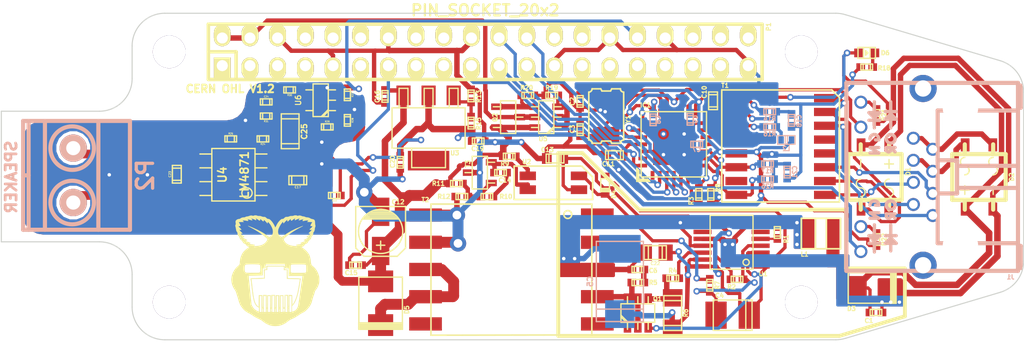
<source format=kicad_pcb>
(kicad_pcb (version 4) (host pcbnew 4.0.1-4.201602120846+6195~38~ubuntu14.04.1-stable)
  (title_block (title "Raspberry Pi Hat Template") (date 2015-12-24) (rev 0.1) (company OpenFet) (comment 1 "Author: Julien") (comment 2 "License: CERN OHL V1.2"))
  (layers (0 F.Cu signal) (31 B.Cu signal) (34 B.Paste user) (35 F.Paste user) (36 B.SilkS user) (37 F.SilkS user) (38 B.Mask user) (39 F.Mask user) (44 Edge.Cuts user))
  (net 0 "")
  (net 1 GND)
  (net 2 "Net-(C1-Pad1)")
  (net 3 "Net-(C1-Pad2)")
  (net 4 "Net-(C2-Pad2)")
  (net 5 "Net-(C3-Pad2)")
  (net 6 GNDPWR)
  (net 7 /PVCC)
  (net 8 "Net-(C5-Pad1)")
  (net 9 "Net-(C6-Pad2)")
  (net 10 +3V3)
  (net 11 "Net-(C11-Pad2)")
  (net 12 +5V)
  (net 13 "Net-(C14-Pad1)")
  (net 14 "Net-(C14-Pad2)")
  (net 15 /DATA_PAIR_2)
  (net 16 /DATA_PAIR_1)
  (net 17 /SPARE_PAIR_2)
  (net 18 /SPARE_PAIR_1)
  (net 19 /RUN)
  (net 20 "Net-(D4-Pad1)")
  (net 21 "Net-(D5-Pad2)")
  (net 22 "Net-(D6-Pad2)")
  (net 23 /ENC_SO)
  (net 24 /ENC_SI)
  (net 25 /ENC_SCK)
  (net 26 /ENC_CS)
  (net 27 /TPIN-)
  (net 28 /TPIN+)
  (net 29 "Net-(IC1-Pad10)")
  (net 30 /TPOUT-)
  (net 31 /TPOUT+)
  (net 32 /ENC_WOL)
  (net 33 /LEDB_CATH)
  (net 34 /LEDA_CATH)
  (net 35 "Net-(IC1-Pad27)")
  (net 36 /ENC_INT)
  (net 37 "Net-(IC1-Pad6)")
  (net 38 "Net-(J1-Pad3)")
  (net 39 "Net-(P1-Pad1)")
  (net 40 /sheet56B34F8B/5V_MCU)
  (net 41 "Net-(P1-Pad8)")
  (net 42 "Net-(P1-Pad10)")
  (net 43 "Net-(P1-Pad11)")
  (net 44 "Net-(P1-Pad12)")
  (net 45 "Net-(P1-Pad15)")
  (net 46 "Net-(P1-Pad16)")
  (net 47 "Net-(P1-Pad17)")
  (net 48 "Net-(P1-Pad18)")
  (net 49 "Net-(P1-Pad26)")
  (net 50 "Net-(P1-Pad29)")
  (net 51 "Net-(P1-Pad31)")
  (net 52 "Net-(P1-Pad33)")
  (net 53 "Net-(P1-Pad35)")
  (net 54 "Net-(P1-Pad36)")
  (net 55 "Net-(P1-Pad37)")
  (net 56 "Net-(P1-Pad40)")
  (net 57 "Net-(Q1-Pad1)")
  (net 58 "Net-(Q1-Pad3)")
  (net 59 "Net-(Q1-Pad4)")
  (net 60 "Net-(Q2-Pad1)")
  (net 61 "Net-(R1-Pad1)")
  (net 62 "Net-(R4-Pad2)")
  (net 63 "Net-(R9-Pad2)")
  (net 64 "Net-(R10-Pad1)")
  (net 65 "Net-(R13-Pad1)")
  (net 66 "Net-(R19-Pad1)")
  (net 67 "Net-(T1-Pad7)")
  (net 68 "Net-(U1-Pad11)")
  (net 69 "Net-(J1-Pad12)")
  (net 70 "Net-(J1-Pad10)")
  (net 71 "Net-(J1-Pad1)")
  (net 72 "Net-(J1-Pad2)")
  (net 73 "Net-(J1-Pad4)")
  (net 74 "Net-(P1-Pad3)")
  (net 75 "Net-(P1-Pad5)")
  (net 76 "Net-(P2-Pad2)")
  (net 77 "Net-(P1-Pad27)")
  (net 78 "Net-(P1-Pad28)")
  (net 79 "Net-(C18-Pad2)")
  (net 80 "Net-(C21-Pad1)")
  (net 81 "Net-(C22-Pad1)")
  (net 82 "Net-(C17-Pad1)")
  (net 83 /AUDIO_MONO)
  (net 84 "Net-(C24-Pad1)")
  (net 85 /SHUTDOWN)
  (net 86 /PWM_AUDIO)
  (net 87 "Net-(P2-Pad1)")
  (net 88 "Net-(R27-Pad1)")
  (net 89 "Net-(R29-Pad1)")
  (net 90 "Net-(R30-Pad2)")
  (net 91 "Net-(R24-Pad1)")
  (net 92 "Net-(P1-Pad7)")
  (module w_pin_strip:pin_socket_20x2 (layer F.Cu) (at 138.6 81.4)
    (fp_text reference P1 (at 26 -2.3 90) (layer F.SilkS) (effects (font (size 0.4 0.4) (thickness 0.125))))
    (fp_text value Raspberry_Pi_+_Conn hide)
    (pad 1 thru_hole rect (at -24.13 1.27) (size 1.524 1.99898) (drill 1.00076 (offset 0 0.24892)) (layers *.Cu *.Mask F.SilkS) (net 39 "Net-(P1-Pad1)"))
    (pad 2 thru_hole oval (at -24.13 -1.27) (size 1.524 1.99898) (drill 1.00076 (offset 0 -0.24892)) (layers *.Cu *.Mask F.SilkS) (net 40 /sheet56B34F8B/5V_MCU))
    (pad 3 thru_hole oval (at -21.59 1.27) (size 1.524 1.99898) (drill 1.00076 (offset 0 0.24892)) (layers *.Cu *.Mask F.SilkS) (net 74 "Net-(P1-Pad3)"))
    (pad 4 thru_hole oval (at -21.59 -1.27) (size 1.524 1.99898) (drill 1.00076 (offset 0 -0.24892)) (layers *.Cu *.Mask F.SilkS) (net 40 /sheet56B34F8B/5V_MCU))
    (pad 5 thru_hole oval (at -19.05 1.27) (size 1.524 1.99898) (drill 1.00076 (offset 0 0.24892)) (layers *.Cu *.Mask F.SilkS) (net 75 "Net-(P1-Pad5)"))
    (pad 6 thru_hole oval (at -19.05 -1.27) (size 1.524 1.99898) (drill 1.00076 (offset 0 -0.24892)) (layers *.Cu *.Mask F.SilkS) (net 1 GND))
    (pad 7 thru_hole oval (at -16.51 1.27) (size 1.524 1.99898) (drill 1.00076 (offset 0 0.24892)) (layers *.Cu *.Mask F.SilkS) (net 92 "Net-(P1-Pad7)"))
    (pad 8 thru_hole oval (at -16.51 -1.27) (size 1.524 1.99898) (drill 1.00076 (offset 0 -0.24892)) (layers *.Cu *.Mask F.SilkS) (net 41 "Net-(P1-Pad8)"))
    (pad 9 thru_hole oval (at -13.97 1.27) (size 1.524 1.99898) (drill 1.00076 (offset 0 0.24892)) (layers *.Cu *.Mask F.SilkS) (net 1 GND))
    (pad 10 thru_hole oval (at -13.97 -1.27) (size 1.524 1.99898) (drill 1.00076 (offset 0 -0.24892)) (layers *.Cu *.Mask F.SilkS) (net 42 "Net-(P1-Pad10)"))
    (pad 11 thru_hole oval (at -11.43 1.27) (size 1.524 1.99898) (drill 1.00076 (offset 0 0.24892)) (layers *.Cu *.Mask F.SilkS) (net 43 "Net-(P1-Pad11)"))
    (pad 12 thru_hole oval (at -11.43 -1.27) (size 1.524 1.99898) (drill 1.00076 (offset 0 -0.24892)) (layers *.Cu *.Mask F.SilkS) (net 44 "Net-(P1-Pad12)"))
    (pad 13 thru_hole oval (at -8.89 1.27) (size 1.524 1.99898) (drill 1.00076 (offset 0 0.24892)) (layers *.Cu *.Mask F.SilkS) (net 85 /SHUTDOWN))
    (pad 14 thru_hole oval (at -8.89 -1.27) (size 1.524 1.99898) (drill 1.00076 (offset 0 -0.24892)) (layers *.Cu *.Mask F.SilkS) (net 1 GND))
    (pad 15 thru_hole oval (at -6.35 1.27) (size 1.524 1.99898) (drill 1.00076 (offset 0 0.24892)) (layers *.Cu *.Mask F.SilkS) (net 45 "Net-(P1-Pad15)"))
    (pad 16 thru_hole oval (at -6.35 -1.27) (size 1.524 1.99898) (drill 1.00076 (offset 0 -0.24892)) (layers *.Cu *.Mask F.SilkS) (net 46 "Net-(P1-Pad16)"))
    (pad 17 thru_hole oval (at -3.81 1.27) (size 1.524 1.99898) (drill 1.00076 (offset 0 0.24892)) (layers *.Cu *.Mask F.SilkS) (net 47 "Net-(P1-Pad17)"))
    (pad 18 thru_hole oval (at -3.81 -1.27) (size 1.524 1.99898) (drill 1.00076 (offset 0 -0.24892)) (layers *.Cu *.Mask F.SilkS) (net 48 "Net-(P1-Pad18)"))
    (pad 19 thru_hole oval (at -1.27 1.27) (size 1.524 1.99898) (drill 1.00076 (offset 0 0.24892)) (layers *.Cu *.Mask F.SilkS) (net 24 /ENC_SI))
    (pad 20 thru_hole oval (at -1.27 -1.27) (size 1.524 1.99898) (drill 1.00076 (offset 0 -0.24892)) (layers *.Cu *.Mask F.SilkS) (net 1 GND))
    (pad 21 thru_hole oval (at 1.27 1.27) (size 1.524 1.99898) (drill 1.00076 (offset 0 0.24892)) (layers *.Cu *.Mask F.SilkS) (net 23 /ENC_SO))
    (pad 22 thru_hole oval (at 1.27 -1.27) (size 1.524 1.99898) (drill 1.00076 (offset 0 -0.24892)) (layers *.Cu *.Mask F.SilkS) (net 36 /ENC_INT))
    (pad 23 thru_hole oval (at 3.81 1.27) (size 1.524 1.99898) (drill 1.00076 (offset 0 0.24892)) (layers *.Cu *.Mask F.SilkS) (net 25 /ENC_SCK))
    (pad 24 thru_hole oval (at 3.81 -1.27) (size 1.524 1.99898) (drill 1.00076 (offset 0 -0.24892)) (layers *.Cu *.Mask F.SilkS) (net 26 /ENC_CS))
    (pad 25 thru_hole oval (at 6.35 1.27) (size 1.524 1.99898) (drill 1.00076 (offset 0 0.24892)) (layers *.Cu *.Mask F.SilkS) (net 1 GND))
    (pad 26 thru_hole oval (at 6.35 -1.27) (size 1.524 1.99898) (drill 1.00076 (offset 0 -0.24892)) (layers *.Cu *.Mask F.SilkS) (net 49 "Net-(P1-Pad26)"))
    (pad 27 thru_hole oval (at 8.89 1.27) (size 1.524 1.99898) (drill 1.00076 (offset 0 0.24892)) (layers *.Cu *.Mask F.SilkS) (net 77 "Net-(P1-Pad27)"))
    (pad 28 thru_hole oval (at 8.89 -1.27) (size 1.524 1.99898) (drill 1.00076 (offset 0 -0.24892)) (layers *.Cu *.Mask F.SilkS) (net 78 "Net-(P1-Pad28)"))
    (pad 29 thru_hole oval (at 11.43 1.27) (size 1.524 1.99898) (drill 1.00076 (offset 0 0.24892)) (layers *.Cu *.Mask F.SilkS) (net 50 "Net-(P1-Pad29)"))
    (pad 30 thru_hole oval (at 11.43 -1.27) (size 1.524 1.99898) (drill 1.00076 (offset 0 -0.24892)) (layers *.Cu *.Mask F.SilkS) (net 1 GND))
    (pad 31 thru_hole oval (at 13.97 1.27) (size 1.524 1.99898) (drill 1.00076 (offset 0 0.24892)) (layers *.Cu *.Mask F.SilkS) (net 51 "Net-(P1-Pad31)"))
    (pad 32 thru_hole oval (at 13.97 -1.27) (size 1.524 1.99898) (drill 1.00076 (offset 0 -0.24892)) (layers *.Cu *.Mask F.SilkS) (net 86 /PWM_AUDIO))
    (pad 33 thru_hole oval (at 16.51 1.27) (size 1.524 1.99898) (drill 1.00076 (offset 0 0.24892)) (layers *.Cu *.Mask F.SilkS) (net 52 "Net-(P1-Pad33)"))
    (pad 34 thru_hole oval (at 16.51 -1.27) (size 1.524 1.99898) (drill 1.00076 (offset 0 -0.24892)) (layers *.Cu *.Mask F.SilkS) (net 1 GND))
    (pad 35 thru_hole oval (at 19.05 1.27) (size 1.524 1.99898) (drill 1.00076 (offset 0 0.24892)) (layers *.Cu *.Mask F.SilkS) (net 53 "Net-(P1-Pad35)"))
    (pad 36 thru_hole oval (at 19.05 -1.27) (size 1.524 1.99898) (drill 1.00076 (offset 0 -0.24892)) (layers *.Cu *.Mask F.SilkS) (net 54 "Net-(P1-Pad36)"))
    (pad 37 thru_hole oval (at 21.59 1.27) (size 1.524 1.99898) (drill 1.00076 (offset 0 0.24892)) (layers *.Cu *.Mask F.SilkS) (net 55 "Net-(P1-Pad37)"))
    (pad 38 thru_hole oval (at 21.59 -1.27) (size 1.524 1.99898) (drill 1.00076 (offset 0 -0.24892)) (layers *.Cu *.Mask F.SilkS))
    (pad 39 thru_hole oval (at 24.13 1.27) (size 1.524 1.99898) (drill 1.00076 (offset 0 0.24892)) (layers *.Cu *.Mask F.SilkS) (net 1 GND))
    (pad 40 thru_hole oval (at 24.13 -1.27) (size 1.524 1.99898) (drill 1.00076 (offset 0 -0.24892)) (layers *.Cu *.Mask F.SilkS) (net 56 "Net-(P1-Pad40)"))
  )
  (module Mounting_Holes:MountingHole_3mm (layer F.Cu) (at 109.6 81.4)
    (fp_text reference MT3 hide)
    (fp_text value MountingHole_3mm hide)
    (pad 1 thru_hole circle (at 0 0) (size 3 3) (drill 3) (layers))
  )
  (module w_smd_cap:c_0402 (layer F.Cu) (at 174.45 105.35 180)
    (fp_text reference C1 (at 0.65 -0.75 180) (layer F.SilkS) (effects (font (size 0.4 0.4) (thickness 0.125))))
    (fp_text value 0.1uf hide)
    (pad 1 smd rect (at 0.54864 0 180) (size 0.8001 0.6985) (layers F.Cu F.Paste F.Mask) (net 2 "Net-(C1-Pad1)"))
    (pad 2 smd rect (at -0.54864 0 180) (size 0.8001 0.6985) (layers F.Cu F.Paste F.Mask) (net 3 "Net-(C1-Pad2)"))
  )
  (module w_smd_cap:c_0402 (layer F.Cu) (at 147.3 85.95136 270)
    (fp_text reference C2 (at 0 0.7 270) (layer F.SilkS) (effects (font (size 0.4 0.4) (thickness 0.125))))
    (fp_text value 16pf hide)
    (pad 1 smd rect (at 0.54864 0 270) (size 0.8001 0.6985) (layers F.Cu F.Paste F.Mask) (net 1 GND))
    (pad 2 smd rect (at -0.54864 0 270) (size 0.8001 0.6985) (layers F.Cu F.Paste F.Mask) (net 4 "Net-(C2-Pad2)"))
  )
  (module w_smd_cap:c_0402 (layer F.Cu) (at 147.3 88.55136 90)
    (fp_text reference C3 (at 0.05136 -0.7 90) (layer F.SilkS) (effects (font (size 0.4 0.4) (thickness 0.125))))
    (fp_text value 16pf hide)
    (pad 1 smd rect (at 0.54864 0 90) (size 0.8001 0.6985) (layers F.Cu F.Paste F.Mask) (net 1 GND))
    (pad 2 smd rect (at -0.54864 0 90) (size 0.8001 0.6985) (layers F.Cu F.Paste F.Mask) (net 5 "Net-(C3-Pad2)"))
  )
  (module w_smd_cap:c_tant_B (layer F.Cu) (at 161.3 105.6)
    (fp_text reference C4 (at -1.2 -1.8) (layer F.SilkS) (effects (font (size 0.4 0.4) (thickness 0.125))))
    (fp_text value 220uf hide)
    (pad 2 smd rect (at 1.524 0) (size 1.95072 2.49936) (layers F.Cu F.Paste F.Mask) (net 6 GNDPWR))
    (pad 1 smd rect (at -1.524 0) (size 1.95072 2.49936) (layers F.Cu F.Paste F.Mask) (net 7 /PVCC))
  )
  (module w_smd_cap:c_0402 (layer F.Cu) (at 152.6 101.4 180)
    (fp_text reference C6 (at -1.4 -0.1 180) (layer F.SilkS) (effects (font (size 0.4 0.4) (thickness 0.125))))
    (fp_text value C hide)
    (pad 1 smd rect (at 0.54864 0 180) (size 0.8001 0.6985) (layers F.Cu F.Paste F.Mask) (net 81 "Net-(C22-Pad1)"))
    (pad 2 smd rect (at -0.54864 0 180) (size 0.8001 0.6985) (layers F.Cu F.Paste F.Mask) (net 9 "Net-(C6-Pad2)"))
  )
  (module w_smd_cap:c_0402 (layer B.Cu) (at 158 89.9)
    (fp_text reference C7 (at 0 0.4826) (layer B.SilkS) (effects (font (size 0.4 0.4) (thickness 0.125)) (justify mirror)))
    (fp_text value 0.1uf hide)
    (pad 1 smd rect (at 0.54864 0) (size 0.8001 0.6985) (layers B.Cu B.Paste B.Mask) (net 10 +3V3))
    (pad 2 smd rect (at -0.54864 0) (size 0.8001 0.6985) (layers B.Cu B.Paste B.Mask) (net 1 GND))
  )
  (module w_smd_cap:c_0402 (layer B.Cu) (at 154 87.65 90)
    (fp_text reference C8 (at 0 0.4826 90) (layer B.SilkS) (effects (font (size 0.4 0.4) (thickness 0.125)) (justify mirror)))
    (fp_text value 0.1uf hide)
    (pad 1 smd rect (at 0.54864 0 90) (size 0.8001 0.6985) (layers B.Cu B.Paste B.Mask) (net 10 +3V3))
    (pad 2 smd rect (at -0.54864 0 90) (size 0.8001 0.6985) (layers B.Cu B.Paste B.Mask) (net 1 GND))
  )
  (module w_smd_cap:c_0402 (layer B.Cu) (at 157.4 87.6 90)
    (fp_text reference C9 (at 0 0.4826 90) (layer B.SilkS) (effects (font (size 0.4 0.4) (thickness 0.125)) (justify mirror)))
    (fp_text value 0.1uf hide)
    (pad 1 smd rect (at 0.54864 0 90) (size 0.8001 0.6985) (layers B.Cu B.Paste B.Mask) (net 10 +3V3))
    (pad 2 smd rect (at -0.54864 0 90) (size 0.8001 0.6985) (layers B.Cu B.Paste B.Mask) (net 1 GND))
  )
  (module w_smd_cap:c_0603 (layer F.Cu) (at 159.5 85.9 90)
    (fp_text reference C10 (at 0.8 -0.8 90) (layer F.SilkS) (effects (font (size 0.4 0.4) (thickness 0.125))))
    (fp_text value 0.1uf hide)
    (pad 1 smd rect (at 0.75184 0 90) (size 0.89916 1.00076) (layers F.Cu F.Paste F.Mask) (net 10 +3V3))
    (pad 2 smd rect (at -0.75184 0 90) (size 0.89916 1.00076) (layers F.Cu F.Paste F.Mask) (net 1 GND))
  )
  (module w_smd_cap:c_elec_4x4.5 (layer F.Cu) (at 129 97.9 270)
    (fp_text reference C12 (at -2.7 -1.6 360) (layer F.SilkS) (effects (font (size 0.4 0.4) (thickness 0.125))))
    (fp_text value CP hide)
    (pad 1 smd rect (at 1.80086 0 270) (size 2.60096 1.6002) (layers F.Cu F.Paste F.Mask) (net 12 +5V))
    (pad 2 smd rect (at -1.80086 0 270) (size 2.60096 1.6002) (layers F.Cu F.Paste F.Mask) (net 1 GND))
  )
  (module w_smd_cap:c_0603 (layer F.Cu) (at 145 91.2 180)
    (fp_text reference C13 (at 0.7 0.8 180) (layer F.SilkS) (effects (font (size 0.4 0.4) (thickness 0.125))))
    (fp_text value 2nf hide)
    (pad 1 smd rect (at 0.75184 0 180) (size 0.89916 1.00076) (layers F.Cu F.Paste F.Mask) (net 1 GND))
    (pad 2 smd rect (at -0.75184 0 180) (size 0.89916 1.00076) (layers F.Cu F.Paste F.Mask) (net 6 GNDPWR))
  )
  (module w_smd_cap:c_0402 (layer F.Cu) (at 140 92.5 180)
    (fp_text reference C14 (at -0.4 -0.7 180) (layer F.SilkS) (effects (font (size 0.4 0.4) (thickness 0.125))))
    (fp_text value 6.8nf hide)
    (pad 1 smd rect (at 0.54864 0 180) (size 0.8001 0.6985) (layers F.Cu F.Paste F.Mask) (net 13 "Net-(C14-Pad1)"))
    (pad 2 smd rect (at -0.54864 0 180) (size 0.8001 0.6985) (layers F.Cu F.Paste F.Mask) (net 14 "Net-(C14-Pad2)"))
  )
  (module w_smd_cap:c_0402 (layer F.Cu) (at 126.7 101)
    (fp_text reference C15 (at -0.4 0.7) (layer F.SilkS) (effects (font (size 0.4 0.4) (thickness 0.125))))
    (fp_text value 0.1uf hide)
    (pad 1 smd rect (at 0.54864 0) (size 0.8001 0.6985) (layers F.Cu F.Paste F.Mask) (net 12 +5V))
    (pad 2 smd rect (at -0.54864 0) (size 0.8001 0.6985) (layers F.Cu F.Paste F.Mask) (net 1 GND))
  )
  (module w_smd_cap:c_0402 (layer F.Cu) (at 129.4 85.5 90)
    (fp_text reference C16 (at 0 -0.7 90) (layer F.SilkS) (effects (font (size 0.4 0.4) (thickness 0.125))))
    (fp_text value 0.1uf hide)
    (pad 1 smd rect (at 0.54864 0 90) (size 0.8001 0.6985) (layers F.Cu F.Paste F.Mask) (net 12 +5V))
    (pad 2 smd rect (at -0.54864 0 90) (size 0.8001 0.6985) (layers F.Cu F.Paste F.Mask) (net 1 GND))
  )
  (module w_smd_cap:c_0402 (layer F.Cu) (at 137.95136 89.6 180)
    (fp_text reference C19 (at 0.05136 -0.7 180) (layer F.SilkS) (effects (font (size 0.4 0.4) (thickness 0.125))))
    (fp_text value 0.1uf hide)
    (pad 1 smd rect (at 0.54864 0 180) (size 0.8001 0.6985) (layers F.Cu F.Paste F.Mask) (net 10 +3V3))
    (pad 2 smd rect (at -0.54864 0 180) (size 0.8001 0.6985) (layers F.Cu F.Paste F.Mask) (net 1 GND))
  )
  (module w_smd_cap:c_0402 (layer F.Cu) (at 130.8 91.55136 90)
    (fp_text reference C20 (at 0.05136 -0.7 90) (layer F.SilkS) (effects (font (size 0.4 0.4) (thickness 0.125))))
    (fp_text value 1uf hide)
    (pad 1 smd rect (at 0.54864 0 90) (size 0.8001 0.6985) (layers F.Cu F.Paste F.Mask) (net 10 +3V3))
    (pad 2 smd rect (at -0.54864 0 90) (size 0.8001 0.6985) (layers F.Cu F.Paste F.Mask) (net 1 GND))
  )
  (module w_smd_diode:MBS (layer F.Cu) (at 174.35 92.9 90)
    (fp_text reference D1 (at 0.5 3.05 90) (layer F.SilkS) (effects (font (size 0.4 0.4) (thickness 0.125))))
    (fp_text value BRIDGE hide)
    (pad 2 smd rect (at -2.94894 -1.27 90) (size 1.19888 0.8001) (layers F.Cu F.Paste F.Mask) (net 15 /DATA_PAIR_2))
    (pad 3 smd rect (at -2.9464 1.27 90) (size 1.19888 0.8001) (layers F.Cu F.Paste F.Mask) (net 16 /DATA_PAIR_1))
    (pad 1 smd rect (at 2.94894 1.27 90) (size 1.19888 0.8001) (layers F.Cu F.Paste F.Mask) (net 2 "Net-(C1-Pad1)"))
    (pad 4 smd rect (at 2.9464 -1.27 90) (size 1.19888 0.8001) (layers F.Cu F.Paste F.Mask) (net 3 "Net-(C1-Pad2)"))
  )
  (module w_smd_diode:MBS (layer F.Cu) (at 183.9 92.9 270)
    (fp_text reference D2 (at 0 -3 270) (layer F.SilkS) (effects (font (size 0.4 0.4) (thickness 0.125))))
    (fp_text value BRIDGE hide)
    (pad 2 smd rect (at -2.94894 -1.27 270) (size 1.19888 0.8001) (layers F.Cu F.Paste F.Mask) (net 17 /SPARE_PAIR_2))
    (pad 3 smd rect (at -2.9464 1.27 270) (size 1.19888 0.8001) (layers F.Cu F.Paste F.Mask) (net 18 /SPARE_PAIR_1))
    (pad 1 smd rect (at 2.94894 1.27 270) (size 1.19888 0.8001) (layers F.Cu F.Paste F.Mask) (net 2 "Net-(C1-Pad1)"))
    (pad 4 smd rect (at 2.9464 -1.27 270) (size 1.19888 0.8001) (layers F.Cu F.Paste F.Mask) (net 3 "Net-(C1-Pad2)"))
  )
  (module w_smd_diode:do214ac (layer F.Cu) (at 174.1 103.1)
    (fp_text reference D3 (at -1.9 1.9) (layer F.SilkS) (effects (font (size 0.4 0.4) (thickness 0.125))))
    (fp_text value ZENER hide)
    (pad 2 smd rect (at 1.72974 0) (size 2.10058 1.69926) (layers F.Cu F.Paste F.Mask) (net 3 "Net-(C1-Pad2)"))
    (pad 1 smd rect (at -1.72974 0) (size 2.10058 1.69926) (layers F.Cu F.Paste F.Mask) (net 2 "Net-(C1-Pad1)"))
  )
  (module w_smd_diode:sod523 (layer F.Cu) (at 149.6 93.6509 270)
    (fp_text reference D4 (at 0.8491 -0.8 270) (layer F.SilkS) (effects (font (size 0.4 0.4) (thickness 0.125))))
    (fp_text value BAS516 hide)
    (pad 2 smd rect (at 0.8509 0 270) (size 0.59944 0.8001) (layers F.Cu F.Paste F.Mask) (net 19 /RUN))
    (pad 1 smd rect (at -0.8509 0 270) (size 0.59944 0.8001) (layers F.Cu F.Paste F.Mask) (net 20 "Net-(D4-Pad1)"))
  )
  (module w_smd_leds:Led_0603 (layer F.Cu) (at 173.6 81.5)
    (fp_text reference D6 (at 1.7 0) (layer F.SilkS) (effects (font (size 0.4 0.4) (thickness 0.125))))
    (fp_text value LED hide)
    (pad 1 smd rect (at -0.7493 0) (size 0.79756 0.79756) (layers F.Cu F.Paste F.Mask) (net 10 +3V3))
    (pad 2 smd rect (at 0.7493 0) (size 0.79756 0.79756) (layers F.Cu F.Paste F.Mask) (net 22 "Net-(D6-Pad2)"))
  )
  (module w_smd_qfn:qfn-28 (layer F.Cu) (at 155.9 89.9)
    (fp_text reference IC1 (at -2.6 -3.6) (layer F.SilkS) (effects (font (size 0.4 0.4) (thickness 0.125))))
    (fp_text value ENC28J60-I/ML hide)
    (pad 2 smd rect (at -1.30048 2.84988) (size 0.35052 0.8001) (layers F.Cu F.Paste F.Mask) (net 23 /ENC_SO))
    (pad 3 smd rect (at -0.65024 2.84988) (size 0.35052 0.8001) (layers F.Cu F.Paste F.Mask) (net 24 /ENC_SI))
    (pad 4 smd rect (at 0 2.84988) (size 0.35052 0.8001) (layers F.Cu F.Paste F.Mask) (net 25 /ENC_SCK))
    (pad 5 smd rect (at 0.65024 2.84988) (size 0.35052 0.8001) (layers F.Cu F.Paste F.Mask) (net 26 /ENC_CS))
    (pad 8 smd rect (at 2.85242 1.95072) (size 0.8001 0.35052) (layers F.Cu F.Paste F.Mask) (net 27 /TPIN-))
    (pad 9 smd rect (at 2.85242 1.30048) (size 0.8001 0.35052) (layers F.Cu F.Paste F.Mask) (net 28 /TPIN+))
    (pad 10 smd rect (at 2.85242 0.65024) (size 0.8001 0.35052) (layers F.Cu F.Paste F.Mask) (net 29 "Net-(IC1-Pad10)"))
    (pad 11 smd rect (at 2.85242 0) (size 0.8001 0.35052) (layers F.Cu F.Paste F.Mask) (net 10 +3V3))
    (pad 12 smd rect (at 2.85242 -0.65024) (size 0.8001 0.35052) (layers F.Cu F.Paste F.Mask) (net 30 /TPOUT-))
    (pad 13 smd rect (at 2.85242 -1.30048) (size 0.8001 0.35052) (layers F.Cu F.Paste F.Mask) (net 31 /TPOUT+))
    (pad 14 smd rect (at 2.85242 -1.95072) (size 0.8001 0.35052) (layers F.Cu F.Paste F.Mask) (net 1 GND))
    (pad 1 smd rect (at -1.95072 2.84988) (size 0.35052 0.8001) (layers F.Cu F.Paste F.Mask) (net 32 /ENC_WOL))
    (pad 29 smd rect (at 0.94996 0.94996) (size 1.89992 1.89992) (layers F.Cu F.Paste F.Mask))
    (pad 29 smd rect (at -0.94996 0.94996) (size 1.89992 1.89992) (layers F.Cu F.Paste F.Mask))
    (pad 29 smd rect (at -0.94996 -0.94996) (size 1.89992 1.89992) (layers F.Cu F.Paste F.Mask))
    (pad 29 smd rect (at 0.94996 -0.94996) (size 1.89992 1.89992) (layers F.Cu F.Paste F.Mask))
    (pad 15 smd rect (at 2.00152 -2.85242) (size 0.35052 0.8001) (layers F.Cu F.Paste F.Mask) (net 10 +3V3))
    (pad 16 smd rect (at 1.35128 -2.85242) (size 0.35052 0.8001) (layers F.Cu F.Paste F.Mask) (net 10 +3V3))
    (pad 17 smd rect (at 0.70104 -2.85242) (size 0.35052 0.8001) (layers F.Cu F.Paste F.Mask) (net 1 GND))
    (pad 18 smd rect (at 0 -2.85242) (size 0.35052 0.8001) (layers F.Cu F.Paste F.Mask) (net 1 GND))
    (pad 19 smd rect (at -0.59944 -2.85242) (size 0.35052 0.8001) (layers F.Cu F.Paste F.Mask) (net 4 "Net-(C2-Pad2)"))
    (pad 20 smd rect (at -1.24968 -2.85242) (size 0.35052 0.8001) (layers F.Cu F.Paste F.Mask) (net 5 "Net-(C3-Pad2)"))
    (pad 21 smd rect (at -1.89992 -2.85242) (size 0.35052 0.8001) (layers F.Cu F.Paste F.Mask) (net 10 +3V3))
    (pad 22 smd rect (at -2.84988 -1.95072) (size 0.8001 0.35052) (layers F.Cu F.Paste F.Mask) (net 33 /LEDB_CATH))
    (pad 23 smd rect (at -2.84988 -1.30048) (size 0.8001 0.35052) (layers F.Cu F.Paste F.Mask) (net 34 /LEDA_CATH))
    (pad 24 smd rect (at -2.84988 -0.65024) (size 0.8001 0.35052) (layers F.Cu F.Paste F.Mask) (net 10 +3V3))
    (pad 25 smd rect (at -2.84988 0) (size 0.8001 0.35052) (layers F.Cu F.Paste F.Mask) (net 11 "Net-(C11-Pad2)"))
    (pad 26 smd rect (at -2.84988 0.65024) (size 0.8001 0.35052) (layers F.Cu F.Paste F.Mask) (net 1 GND))
    (pad 27 smd rect (at -2.84988 1.30048) (size 0.8001 0.35052) (layers F.Cu F.Paste F.Mask) (net 35 "Net-(IC1-Pad27)"))
    (pad 28 smd rect (at -2.84988 1.95072) (size 0.8001 0.35052) (layers F.Cu F.Paste F.Mask) (net 36 /ENC_INT))
    (pad 6 smd rect (at 1.30048 2.84988) (size 0.35052 0.8001) (layers F.Cu F.Paste F.Mask) (net 37 "Net-(IC1-Pad6)"))
    (pad 7 smd rect (at 1.95072 2.84988) (size 0.35052 0.8001) (layers F.Cu F.Paste F.Mask) (net 1 GND))
  )
  (module w_conn_pc:rj45-tyco-2-406549-7 (layer B.Cu) (at 179.60412 92.88984 270)
    (fp_text reference J1 (at 9.21016 -7.19588 360) (layer B.SilkS) (effects (font (size 0.4 0.4) (thickness 0.1)) (justify mirror)))
    (fp_text value RJ45-LED hide)
    (pad 3 thru_hole circle (at 1.52146 -0.05588 270) (size 1.19888 1.19888) (drill 0.8001) (layers *.Cu *.Mask) (net 38 "Net-(J1-Pad3)"))
    (pad 1 thru_hole circle (at 3.55092 -0.05588 270) (size 1.19888 1.19888) (drill 0.8001) (layers *.Cu *.Mask) (net 71 "Net-(J1-Pad1)"))
    (pad 2 thru_hole circle (at 2.53746 1.72466 270) (size 1.19888 1.19888) (drill 0.8001) (layers *.Cu *.Mask) (net 72 "Net-(J1-Pad2)"))
    (pad 4 thru_hole circle (at 0.508 1.72466 270) (size 1.19888 1.19888) (drill 0.8001) (layers *.Cu *.Mask) (net 73 "Net-(J1-Pad4)"))
    (pad 5 thru_hole circle (at -0.508 -0.05588 270) (size 1.19888 1.19888) (drill 0.8001) (layers *.Cu *.Mask) (net 18 /SPARE_PAIR_1))
    (pad 6 thru_hole circle (at -1.52146 1.72466 270) (size 1.19888 1.19888) (drill 0.8001) (layers *.Cu *.Mask) (net 18 /SPARE_PAIR_1))
    (pad 7 thru_hole circle (at -2.53746 -0.05588 270) (size 1.19888 1.19888) (drill 0.8001) (layers *.Cu *.Mask) (net 17 /SPARE_PAIR_2))
    (pad 8 thru_hole circle (at -3.55092 1.72466 270) (size 1.19888 1.19888) (drill 0.8001) (layers *.Cu *.Mask) (net 17 /SPARE_PAIR_2))
    (pad "" thru_hole circle (at -8.12038 0.83312 270) (size 2.49936 2.49936) (drill 1.50114) (layers *.Cu *.Mask))
    (pad "" thru_hole circle (at 8.12038 0.83312 270) (size 2.49936 2.49936) (drill 1.50114) (layers *.Cu *.Mask))
    (pad "" np_thru_hole circle (at -6.33984 -2.59588 270) (size 3.2512 3.2512) (drill 3.2512) (layers *.Cu))
    (pad "" np_thru_hole circle (at 6.33984 -2.59588 270) (size 3.2512 3.2512) (drill 3.2512) (layers *.Cu))
    (pad 12 thru_hole circle (at -6.86054 6.54304 270) (size 1.19888 1.19888) (drill 0.8001) (layers *.Cu *.Mask) (net 69 "Net-(J1-Pad12)"))
    (pad 11 thru_hole circle (at -4.56946 6.54304 270) (size 1.19888 1.19888) (drill 0.8001) (layers *.Cu *.Mask) (net 33 /LEDB_CATH))
    (pad 10 thru_hole circle (at 4.56946 6.54304 270) (size 1.19888 1.19888) (drill 0.8001) (layers *.Cu *.Mask) (net 70 "Net-(J1-Pad10)"))
    (pad 9 thru_hole circle (at 6.86054 6.54304 270) (size 1.19888 1.19888) (drill 0.8001) (layers *.Cu *.Mask) (net 34 /LEDA_CATH))
  )
  (module w_smd_inductors:inductor_smd_1008 (layer F.Cu) (at 169.4 98.1 180)
    (fp_text reference L1 (at 1.5 -1.9 180) (layer F.SilkS) (effects (font (size 0.4 0.4) (thickness 0.125))))
    (fp_text value 2.2uH hide)
    (pad 1 smd rect (at -1.143 0 180) (size 1.016 2.54) (layers F.Cu F.Paste F.Mask) (net 2 "Net-(C1-Pad1)"))
    (pad 2 smd rect (at 1.143 0 180) (size 1.016 2.54) (layers F.Cu F.Paste F.Mask) (net 81 "Net-(C22-Pad1)"))
  )
  (module w_smd_trans:sot23 (layer F.Cu) (at 140.7 87.4 270)
    (fp_text reference Q2 (at 0.0254 1.2 270) (layer F.SilkS) (effects (font (size 0.4 0.4) (thickness 0.125))))
    (fp_text value BSS138 hide)
    (pad 1 smd rect (at -0.9525 1.05664 270) (size 0.59944 1.00076) (layers F.Cu F.Paste F.Mask) (net 60 "Net-(Q2-Pad1)"))
    (pad 2 smd rect (at 0 -1.05664 270) (size 0.59944 1.00076) (layers F.Cu F.Paste F.Mask) (net 40 /sheet56B34F8B/5V_MCU))
    (pad 3 smd rect (at 0.9525 1.05664 270) (size 0.59944 1.00076) (layers F.Cu F.Paste F.Mask) (net 12 +5V))
  )
  (module w_smd_resistors:r_0402 (layer F.Cu) (at 165.4 98 270)
    (fp_text reference R1 (at 0.6 -0.8 270) (layer F.SilkS) (effects (font (size 0.4 0.4) (thickness 0.125))))
    (fp_text value DNP hide)
    (pad 1 smd rect (at 0.54864 0 270) (size 0.8001 0.6985) (layers F.Cu F.Paste F.Mask) (net 61 "Net-(R1-Pad1)"))
    (pad 2 smd rect (at -0.54864 0 270) (size 0.8001 0.6985) (layers F.Cu F.Paste F.Mask) (net 3 "Net-(C1-Pad2)"))
  )
  (module w_smd_resistors:r_0402 (layer F.Cu) (at 161.7 102.3 180)
    (fp_text reference R2 (at 0.5 -0.7 180) (layer F.SilkS) (effects (font (size 0.4 0.4) (thickness 0.125))))
    (fp_text value 10k hide)
    (pad 1 smd rect (at 0.54864 0 180) (size 0.8001 0.6985) (layers F.Cu F.Paste F.Mask) (net 81 "Net-(C22-Pad1)"))
    (pad 2 smd rect (at -0.54864 0 180) (size 0.8001 0.6985) (layers F.Cu F.Paste F.Mask) (net 7 /PVCC))
  )
  (module w_smd_resistors:r_0402 (layer F.Cu) (at 158.2 94.5 270)
    (fp_text reference R3 (at 0.6 0.7 270) (layer F.SilkS) (effects (font (size 0.4 0.4) (thickness 0.125))))
    (fp_text value 1k hide)
    (pad 1 smd rect (at 0.54864 0 270) (size 0.8001 0.6985) (layers F.Cu F.Paste F.Mask) (net 37 "Net-(IC1-Pad6)"))
    (pad 2 smd rect (at -0.54864 0 270) (size 0.8001 0.6985) (layers F.Cu F.Paste F.Mask) (net 10 +3V3))
  )
  (module w_smd_resistors:r_0402 (layer F.Cu) (at 155.8 102.2 180)
    (fp_text reference R4 (at 0 0.7 180) (layer F.SilkS) (effects (font (size 0.4 0.4) (thickness 0.125))))
    (fp_text value 10k hide)
    (pad 1 smd rect (at 0.54864 0 180) (size 0.8001 0.6985) (layers F.Cu F.Paste F.Mask) (net 59 "Net-(Q1-Pad4)"))
    (pad 2 smd rect (at -0.54864 0 180) (size 0.8001 0.6985) (layers F.Cu F.Paste F.Mask) (net 62 "Net-(R4-Pad2)"))
  )
  (module w_smd_resistors:r_0402 (layer F.Cu) (at 152.6 102.6 180)
    (fp_text reference R5 (at -1.4 0 180) (layer F.SilkS) (effects (font (size 0.4 0.4) (thickness 0.125))))
    (fp_text value R hide)
    (pad 1 smd rect (at 0.54864 0 180) (size 0.8001 0.6985) (layers F.Cu F.Paste F.Mask) (net 57 "Net-(Q1-Pad1)"))
    (pad 2 smd rect (at -0.54864 0 180) (size 0.8001 0.6985) (layers F.Cu F.Paste F.Mask) (net 9 "Net-(C6-Pad2)"))
  )
  (module w_smd_resistors:r_1206 (layer F.Cu) (at 155.8 105.403 90)
    (fp_text reference R6 (at 0.003 1.2 90) (layer F.SilkS) (effects (font (size 0.4 0.4) (thickness 0.125))))
    (fp_text value 0.05 hide)
    (pad 1 smd rect (at 1.397 0 90) (size 1.6002 1.8034) (layers F.Cu F.Paste F.Mask) (net 59 "Net-(Q1-Pad4)"))
    (pad 2 smd rect (at -1.397 0 90) (size 1.6002 1.8034) (layers F.Cu F.Paste F.Mask) (net 6 GNDPWR))
  )
  (module w_smd_resistors:r_0402 (layer F.Cu) (at 159.2 102.85136 270)
    (fp_text reference R7 (at 0 -0.7 270) (layer F.SilkS) (effects (font (size 0.4 0.4) (thickness 0.125))))
    (fp_text value 6.8k hide)
    (pad 1 smd rect (at 0.54864 0 270) (size 0.8001 0.6985) (layers F.Cu F.Paste F.Mask) (net 7 /PVCC))
    (pad 2 smd rect (at -0.54864 0 270) (size 0.8001 0.6985) (layers F.Cu F.Paste F.Mask) (net 19 /RUN))
  )
  (module w_smd_resistors:r_0402 (layer F.Cu) (at 159.3 94.5 270)
    (fp_text reference R8 (at -0.61 -0.65 270) (layer F.SilkS) (effects (font (size 0.4 0.4) (thickness 0.125))))
    (fp_text value 2.32k hide)
    (pad 1 smd rect (at 0.54864 0 270) (size 0.8001 0.6985) (layers F.Cu F.Paste F.Mask) (net 1 GND))
    (pad 2 smd rect (at -0.54864 0 270) (size 0.8001 0.6985) (layers F.Cu F.Paste F.Mask) (net 29 "Net-(IC1-Pad10)"))
  )
  (module w_smd_resistors:r_0402 (layer F.Cu) (at 140.8 91 180)
    (fp_text reference R9 (at 0.4 -0.7 180) (layer F.SilkS) (effects (font (size 0.4 0.4) (thickness 0.125))))
    (fp_text value 1k hide)
    (pad 1 smd rect (at 0.54864 0 180) (size 0.8001 0.6985) (layers F.Cu F.Paste F.Mask) (net 12 +5V))
    (pad 2 smd rect (at -0.54864 0 180) (size 0.8001 0.6985) (layers F.Cu F.Paste F.Mask) (net 63 "Net-(R9-Pad2)"))
  )
  (module w_smd_resistors:r_0402 (layer F.Cu) (at 138.74864 94.7 180)
    (fp_text reference R10 (at -1.75136 0 180) (layer F.SilkS) (effects (font (size 0.4 0.4) (thickness 0.125))))
    (fp_text value 10k hide)
    (pad 1 smd rect (at 0.54864 0 180) (size 0.8001 0.6985) (layers F.Cu F.Paste F.Mask) (net 64 "Net-(R10-Pad1)"))
    (pad 2 smd rect (at -0.54864 0 180) (size 0.8001 0.6985) (layers F.Cu F.Paste F.Mask) (net 14 "Net-(C14-Pad2)"))
  )
  (module w_smd_resistors:r_0402 (layer F.Cu) (at 135.95136 93.5 180)
    (fp_text reference R11 (at 1.65136 0 180) (layer F.SilkS) (effects (font (size 0.4 0.4) (thickness 0.125))))
    (fp_text value 10k hide)
    (pad 1 smd rect (at 0.54864 0 180) (size 0.8001 0.6985) (layers F.Cu F.Paste F.Mask) (net 12 +5V))
    (pad 2 smd rect (at -0.54864 0 180) (size 0.8001 0.6985) (layers F.Cu F.Paste F.Mask) (net 64 "Net-(R10-Pad1)"))
  )
  (module w_smd_resistors:r_0402 (layer F.Cu) (at 136.44864 94.7)
    (fp_text reference R12 (at -1.64864 0) (layer F.SilkS) (effects (font (size 0.4 0.4) (thickness 0.125))))
    (fp_text value 3.3k hide)
    (pad 1 smd rect (at 0.54864 0) (size 0.8001 0.6985) (layers F.Cu F.Paste F.Mask) (net 64 "Net-(R10-Pad1)"))
    (pad 2 smd rect (at -0.54864 0) (size 0.8001 0.6985) (layers F.Cu F.Paste F.Mask) (net 1 GND))
  )
  (module w_smd_resistors:r_0402 (layer F.Cu) (at 137.3 85.45136 270)
    (fp_text reference R13 (at 0.04864 -0.7 270) (layer F.SilkS) (effects (font (size 0.4 0.4) (thickness 0.125))))
    (fp_text value 390 hide)
    (pad 1 smd rect (at 0.54864 0 270) (size 0.8001 0.6985) (layers F.Cu F.Paste F.Mask) (net 65 "Net-(R13-Pad1)"))
    (pad 2 smd rect (at -0.54864 0 270) (size 0.8001 0.6985) (layers F.Cu F.Paste F.Mask) (net 1 GND))
  )
  (module w_smd_resistors:r_0402 (layer F.Cu) (at 137.3 87.94864 270)
    (fp_text reference R15 (at 0.05136 -0.7 270) (layer F.SilkS) (effects (font (size 0.4 0.4) (thickness 0.125))))
    (fp_text value 240 hide)
    (pad 1 smd rect (at 0.54864 0 270) (size 0.8001 0.6985) (layers F.Cu F.Paste F.Mask) (net 10 +3V3))
    (pad 2 smd rect (at -0.54864 0 270) (size 0.8001 0.6985) (layers F.Cu F.Paste F.Mask) (net 65 "Net-(R13-Pad1)"))
  )
  (module w_smd_resistors:r_0402 (layer F.Cu) (at 173.6 82.8)
    (fp_text reference R18 (at 1.6 0.1) (layer F.SilkS) (effects (font (size 0.4 0.4) (thickness 0.125))))
    (fp_text value 360 hide)
    (pad 1 smd rect (at 0.54864 0) (size 0.8001 0.6985) (layers F.Cu F.Paste F.Mask) (net 22 "Net-(D6-Pad2)"))
    (pad 2 smd rect (at -0.54864 0) (size 0.8001 0.6985) (layers F.Cu F.Paste F.Mask) (net 1 GND))
  )
  (module w_smd_resistors:r_0402 (layer F.Cu) (at 144.7 85.4)
    (fp_text reference R19 (at 0 -0.7) (layer F.SilkS) (effects (font (size 0.4 0.4) (thickness 0.125))))
    (fp_text value 10k hide)
    (pad 1 smd rect (at 0.54864 0) (size 0.8001 0.6985) (layers F.Cu F.Paste F.Mask) (net 66 "Net-(R19-Pad1)"))
    (pad 2 smd rect (at -0.54864 0) (size 0.8001 0.6985) (layers F.Cu F.Paste F.Mask) (net 1 GND))
  )
  (module w_smd_resistors:r_0402 (layer F.Cu) (at 142.5 85.4 180)
    (fp_text reference R20 (at 0.1 0.7 180) (layer F.SilkS) (effects (font (size 0.4 0.4) (thickness 0.125))))
    (fp_text value 47k hide)
    (pad 1 smd rect (at 0.54864 0 180) (size 0.8001 0.6985) (layers F.Cu F.Paste F.Mask) (net 60 "Net-(Q2-Pad1)"))
    (pad 2 smd rect (at -0.54864 0 180) (size 0.8001 0.6985) (layers F.Cu F.Paste F.Mask) (net 1 GND))
  )
  (module project_foot:H2019 (layer F.Cu) (at 165.7 90.1 270)
    (fp_text reference T1 (at -5.6 5.1 360) (layer F.SilkS) (effects (font (size 0.4 0.4) (thickness 0.125))))
    (fp_text value PULSE_H1197 hide)
    (pad 16 smd rect (at -4.445 -4.0625 270) (size 0.76 2) (layers F.Cu F.Paste F.Mask) (net 71 "Net-(J1-Pad1)"))
    (pad 1 smd rect (at -4.445 4.0625 270) (size 0.76 2) (layers F.Cu F.Paste F.Mask) (net 31 /TPOUT+))
    (pad 15 smd rect (at -3.175 -4.0625 270) (size 0.76 2) (layers F.Cu F.Paste F.Mask) (net 15 /DATA_PAIR_2))
    (pad 2 smd rect (at -3.175 4.0625 270) (size 0.76 2) (layers F.Cu F.Paste F.Mask) (net 79 "Net-(C18-Pad2)"))
    (pad 14 smd rect (at -1.905 -4.0625 270) (size 0.76 2) (layers F.Cu F.Paste F.Mask) (net 72 "Net-(J1-Pad2)"))
    (pad 3 smd rect (at -1.905 4.0625 270) (size 0.76 2) (layers F.Cu F.Paste F.Mask) (net 30 /TPOUT-))
    (pad 13 smd rect (at -0.635 -4.0625 270) (size 0.76 2) (layers F.Cu F.Paste F.Mask))
    (pad 4 smd rect (at -0.635 4.0625 270) (size 0.76 2) (layers F.Cu F.Paste F.Mask))
    (pad 12 smd rect (at 0.635 -4.0625 270) (size 0.76 2) (layers F.Cu F.Paste F.Mask))
    (pad 5 smd rect (at 0.635 4.0625 270) (size 0.76 2) (layers F.Cu F.Paste F.Mask))
    (pad 11 smd rect (at 1.905 -4.0625 270) (size 0.76 2) (layers F.Cu F.Paste F.Mask) (net 38 "Net-(J1-Pad3)"))
    (pad 6 smd rect (at 1.905 4.0625 270) (size 0.76 2) (layers F.Cu F.Paste F.Mask) (net 28 /TPIN+))
    (pad 10 smd rect (at 3.175 -4.0625 270) (size 0.76 2) (layers F.Cu F.Paste F.Mask) (net 16 /DATA_PAIR_1))
    (pad 7 smd rect (at 3.175 4.0625 270) (size 0.76 2) (layers F.Cu F.Paste F.Mask) (net 67 "Net-(T1-Pad7)"))
    (pad 9 smd rect (at 4.445 -4.0625 270) (size 0.76 2) (layers F.Cu F.Paste F.Mask) (net 73 "Net-(J1-Pad4)"))
    (pad 8 smd rect (at 4.445 4.0625 270) (size 0.76 2) (layers F.Cu F.Paste F.Mask) (net 27 /TPIN-))
  )
  (module w_smd_trans:sot223 (layer F.Cu) (at 133.4 88.4 180)
    (fp_text reference U3 (at -2.4 -2.3 180) (layer F.SilkS) (effects (font (size 0.4 0.4) (thickness 0.125))))
    (fp_text value LM1117IMPX-ADJ hide)
    (pad 1 smd rect (at -2.30124 2.99974 180) (size 1.30048 1.80086) (layers F.Cu F.Paste F.Mask) (net 65 "Net-(R13-Pad1)"))
    (pad 2 smd rect (at 0 2.99974 180) (size 1.30048 1.80086) (layers F.Cu F.Paste F.Mask) (net 10 +3V3))
    (pad 3 smd rect (at 2.30124 2.99974 180) (size 1.30048 1.80086) (layers F.Cu F.Paste F.Mask) (net 12 +5V))
    (pad 4 smd rect (at 0 -2.99974 180) (size 3.79984 1.80086) (layers F.Cu F.Paste F.Mask))
  )
  (module w_smd_trans:sot23-6 (layer F.Cu) (at 144.2 87.4 90)
    (fp_text reference U5 (at -2 -0.3 180) (layer F.SilkS) (effects (font (size 0.4 0.4) (thickness 0.125))))
    (fp_text value DMMT5401 hide)
    (pad 1 smd rect (at -0.9525 1.05664 90) (size 0.59944 1.00076) (layers F.Cu F.Paste F.Mask) (net 66 "Net-(R19-Pad1)"))
    (pad 3 smd rect (at 0.9525 1.05664 90) (size 0.59944 1.00076) (layers F.Cu F.Paste F.Mask) (net 66 "Net-(R19-Pad1)"))
    (pad 2 smd rect (at 0 1.05664 90) (size 0.59944 1.00076) (layers F.Cu F.Paste F.Mask) (net 66 "Net-(R19-Pad1)"))
    (pad 4 smd rect (at 0.9525 -1.05664 90) (size 0.59944 1.00076) (layers F.Cu F.Paste F.Mask) (net 60 "Net-(Q2-Pad1)"))
    (pad 6 smd rect (at -0.9525 -1.05664 90) (size 0.59944 1.00076) (layers F.Cu F.Paste F.Mask) (net 12 +5V))
    (pad 5 smd rect (at 0 -1.05664 90) (size 0.59944 1.00076) (layers F.Cu F.Paste F.Mask) (net 40 /sheet56B34F8B/5V_MCU))
  )
  (module w_crystal:crystal_smd_5x3.2mm (layer F.Cu) (at 149.7 87.3 270)
    (fp_text reference Y1 (at 0.3 -2 270) (layer F.SilkS) (effects (font (size 0.4 0.4) (thickness 0.125))))
    (fp_text value 25Mhz hide)
    (pad 1 smd rect (at -1.85 0 270) (size 1.7 2.4) (layers F.Cu F.Paste F.Mask) (net 4 "Net-(C2-Pad2)"))
    (pad 2 smd rect (at 1.85 0 270) (size 1.7 2.4) (layers F.Cu F.Paste F.Mask) (net 5 "Net-(C3-Pad2)"))
  )
  (module w_smd_resistors:r_0402 (layer F.Cu) (at 174.5 87.24864 90)
    (fp_text reference R21 (at 0.04864 0.7 90) (layer F.SilkS) (effects (font (size 0.4 0.4) (thickness 0.125))))
    (fp_text value 549 hide)
    (pad 1 smd rect (at 0.54864 0 90) (size 0.8001 0.6985) (layers F.Cu F.Paste F.Mask) (net 69 "Net-(J1-Pad12)"))
    (pad 2 smd rect (at -0.54864 0 90) (size 0.8001 0.6985) (layers F.Cu F.Paste F.Mask) (net 10 +3V3))
  )
  (module w_smd_resistors:r_0402 (layer F.Cu) (at 174.5 98.64864 90)
    (fp_text reference R22 (at 0 0.7 90) (layer F.SilkS) (effects (font (size 0.4 0.4) (thickness 0.125))))
    (fp_text value 549 hide)
    (pad 1 smd rect (at 0.54864 0 90) (size 0.8001 0.6985) (layers F.Cu F.Paste F.Mask) (net 70 "Net-(J1-Pad10)"))
    (pad 2 smd rect (at -0.54864 0 90) (size 0.8001 0.6985) (layers F.Cu F.Paste F.Mask) (net 10 +3V3))
  )
  (module project_foot:OPTO_ISO (layer F.Cu) (at 144.85 93.435 270)
    (fp_text reference U2 (at -1.935 2.45 360) (layer F.SilkS) (effects (font (size 0.4 0.4) (thickness 0.125))))
    (fp_text value PAS291)
    (pad 4 smd rect (at -0.635 -2.35 270) (size 0.8 1.5) (layers F.Cu F.Paste F.Mask) (net 19 /RUN))
    (pad 1 smd rect (at -0.635 2.35 270) (size 0.8 1.5) (layers F.Cu F.Paste F.Mask) (net 63 "Net-(R9-Pad2)"))
    (pad 3 smd rect (at 0.635 -2.35 270) (size 0.8 1.5) (layers F.Cu F.Paste F.Mask) (net 6 GNDPWR))
    (pad 2 smd rect (at 0.635 2.35 270) (size 0.8 1.5) (layers F.Cu F.Paste F.Mask) (net 13 "Net-(C14-Pad1)"))
  )
  (module w_smd_diode:do214aa (layer F.Cu) (at 129 104.5 270)
    (fp_text reference D5 (at 0.6 -2.4 270) (layer F.SilkS) (effects (font (size 0.4 0.4) (thickness 0.125))))
    (fp_text value D_Schottky hide)
    (pad 2 smd rect (at 2.00914 0 270) (size 1.99898 2.30124) (layers F.Cu F.Paste F.Mask) (net 21 "Net-(D5-Pad2)"))
    (pad 1 smd rect (at -2.00914 0 270) (size 1.99898 2.30124) (layers F.Cu F.Paste F.Mask) (net 12 +5V))
  )
  (module w_smd_trans:tsot-6 (layer F.Cu) (at 152.6 105.4)
    (fp_text reference Q1 (at 1.8 -1.3) (layer F.SilkS) (effects (font (size 0.4 0.4) (thickness 0.125))))
    (fp_text value SI3440DV hide)
    (pad 1 smd rect (at -0.95 1.3) (size 0.69 1) (layers F.Cu F.Paste F.Mask) (net 57 "Net-(Q1-Pad1)") (clearance 0.2))
    (pad 3 smd rect (at 0.95 1.3) (size 0.69 1) (layers F.Cu F.Paste F.Mask) (net 58 "Net-(Q1-Pad3)") (clearance 0.2))
    (pad 2 smd rect (at 0 1.3) (size 0.69 1) (layers F.Cu F.Paste F.Mask) (net 57 "Net-(Q1-Pad1)") (clearance 0.2))
    (pad 4 smd rect (at 0.95 -1.3) (size 0.69 1) (layers F.Cu F.Paste F.Mask) (net 59 "Net-(Q1-Pad4)") (clearance 0.2))
    (pad 6 smd rect (at -0.95 -1.3) (size 0.69 1) (layers F.Cu F.Paste F.Mask) (net 57 "Net-(Q1-Pad1)") (clearance 0.2))
    (pad 5 smd rect (at 0 -1.3) (size 0.69 1) (layers F.Cu F.Paste F.Mask) (net 57 "Net-(Q1-Pad1)") (clearance 0.2))
  )
  (module Mounting_Holes:MountingHole_3mm (layer F.Cu) (at 167.6 81.4)
    (fp_text reference MT4 hide)
    (fp_text value MountingHole_3mm hide)
    (pad 1 thru_hole circle (at 0 0) (size 3 3) (drill 3) (layers))
  )
  (module Mounting_Holes:MountingHole_3mm (layer F.Cu) (at 167.6 104.4)
    (fp_text reference MT1 hide)
    (fp_text value MountingHole_3mm)
    (pad 1 thru_hole circle (at 0 0) (size 3 3) (drill 3) (layers))
  )
  (module Mounting_Holes:MountingHole_3mm (layer F.Cu) (at 109.6 104.4)
    (fp_text reference MT2 hide)
    (fp_text value MountingHole_3mm)
    (pad 1 thru_hole circle (at 0 0) (size 3 3) (drill 3) (layers))
  )
  (module w_smd_dil:ssop-16 (layer F.Cu) (at 161.2 98.9 90)
    (fp_text reference U1 (at -2.9 2.9 180) (layer F.SilkS) (effects (font (size 0.4 0.4) (thickness 0.125))))
    (fp_text value LTC4267 hide)
    (pad 4 smd rect (at -0.3175 2.667 90) (size 0.4064 1.651) (layers F.Cu F.Paste F.Mask) (net 7 /PVCC))
    (pad 5 smd rect (at 0.3175 2.667 90) (size 0.4064 1.651) (layers F.Cu F.Paste F.Mask) (net 61 "Net-(R1-Pad1)"))
    (pad 6 smd rect (at 0.9525 2.667 90) (size 0.4064 1.651) (layers F.Cu F.Paste F.Mask))
    (pad 7 smd rect (at 1.5875 2.667 90) (size 0.4064 1.651) (layers F.Cu F.Paste F.Mask) (net 3 "Net-(C1-Pad2)"))
    (pad 16 smd rect (at -2.2225 -2.667 90) (size 0.4064 1.651) (layers F.Cu F.Paste F.Mask) (net 6 GNDPWR))
    (pad 1 smd rect (at -2.2225 2.667 90) (size 0.4064 1.651) (layers F.Cu F.Paste F.Mask) (net 6 GNDPWR))
    (pad 2 smd rect (at -1.5875 2.667 90) (size 0.4064 1.651) (layers F.Cu F.Paste F.Mask) (net 20 "Net-(D4-Pad1)"))
    (pad 3 smd rect (at -0.9525 2.667 90) (size 0.4064 1.651) (layers F.Cu F.Paste F.Mask) (net 58 "Net-(Q1-Pad3)"))
    (pad 9 smd rect (at 2.2225 -2.667 90) (size 0.4064 1.651) (layers F.Cu F.Paste F.Mask) (net 6 GNDPWR))
    (pad 10 smd rect (at 1.5875 -2.667 90) (size 0.4064 1.651) (layers F.Cu F.Paste F.Mask) (net 6 GNDPWR))
    (pad 11 smd rect (at 0.9525 -2.667 90) (size 0.4064 1.651) (layers F.Cu F.Paste F.Mask) (net 68 "Net-(U1-Pad11)"))
    (pad 12 smd rect (at 0.3175 -2.667 90) (size 0.4064 1.651) (layers F.Cu F.Paste F.Mask) (net 3 "Net-(C1-Pad2)"))
    (pad 13 smd rect (at -0.3175 -2.667 90) (size 0.4064 1.651) (layers F.Cu F.Paste F.Mask) (net 81 "Net-(C22-Pad1)"))
    (pad 14 smd rect (at -0.9525 -2.667 90) (size 0.4064 1.651) (layers F.Cu F.Paste F.Mask) (net 62 "Net-(R4-Pad2)"))
    (pad 8 smd rect (at 2.2225 2.667 90) (size 0.4064 1.651) (layers F.Cu F.Paste F.Mask) (net 6 GNDPWR))
    (pad 15 smd rect (at -1.5875 -2.667 90) (size 0.4064 1.651) (layers F.Cu F.Paste F.Mask) (net 6 GNDPWR))
  )
  (module project_foot:PoE_TRANS (layer F.Cu) (at 141 101.4 90)
    (fp_text reference T2 (at 6.4 -7.9 180) (layer F.SilkS) (effects (font (size 0.4 0.4) (thickness 0.125))))
    (fp_text value TRANSFO)
    (pad 6 smd rect (at -5 -7.88 90) (size 1.22 3) (layers F.Cu F.Paste F.Mask))
    (pad 5 smd rect (at -5 7.88 90) (size 1.22 3) (layers F.Cu F.Paste F.Mask))
    (pad 7 smd rect (at -2.5 -7.88 90) (size 1.22 3) (layers F.Cu F.Paste F.Mask) (net 21 "Net-(D5-Pad2)"))
    (pad 4 smd rect (at -2.5 7.88 90) (size 1.22 3) (layers F.Cu F.Paste F.Mask) (net 57 "Net-(Q1-Pad1)"))
    (pad 8 smd rect (at 0 -7.88 90) (size 1.22 3) (layers F.Cu F.Paste F.Mask) (net 21 "Net-(D5-Pad2)"))
    (pad 3 smd rect (at 0 7.88 90) (size 1.22 3) (layers F.Cu F.Paste F.Mask) (net 81 "Net-(C22-Pad1)"))
    (pad 9 smd rect (at 2.5 -7.88 90) (size 1.22 3) (layers F.Cu F.Paste F.Mask) (net 1 GND))
    (pad 2 smd rect (at 2.5 7.88 90) (size 1.22 3) (layers F.Cu F.Paste F.Mask))
    (pad 10 smd rect (at 5 -7.88 90) (size 1.22 3) (layers F.Cu F.Paste F.Mask) (net 1 GND))
    (pad 1 smd rect (at 5 7.88 90) (size 1.22 3) (layers F.Cu F.Paste F.Mask))
  )
  (module w_smd_trans:sot23 (layer F.Cu) (at 138.1 92.5 90)
    (fp_text reference T3 (at 0.8 -1.1 90) (layer F.SilkS) (effects (font (size 0.4 0.4) (thickness 0.125))))
    (fp_text value VOLTAGE_REF hide)
    (pad 1 smd rect (at -0.9525 1.05664 90) (size 0.59944 1.00076) (layers F.Cu F.Paste F.Mask) (net 64 "Net-(R10-Pad1)"))
    (pad 2 smd rect (at 0 -1.05664 90) (size 0.59944 1.00076) (layers F.Cu F.Paste F.Mask) (net 1 GND))
    (pad 3 smd rect (at 0.9525 1.05664 90) (size 0.59944 1.00076) (layers F.Cu F.Paste F.Mask) (net 13 "Net-(C14-Pad1)"))
  )
  (module w_smd_cap:c_0603 (layer F.Cu) (at 150.45184 90.9 180)
    (fp_text reference C11 (at 0.55184 -0.8 180) (layer F.SilkS) (effects (font (size 0.4 0.4) (thickness 0.1))))
    (fp_text value 10uf hide)
    (pad 1 smd rect (at 0.75184 0 180) (size 0.89916 1.00076) (layers F.Cu F.Paste F.Mask) (net 1 GND))
    (pad 2 smd rect (at -0.75184 0 180) (size 0.89916 1.00076) (layers F.Cu F.Paste F.Mask) (net 11 "Net-(C11-Pad2)"))
  )
  (module w_smd_inductors:inductor_smd_0402 (layer B.Cu) (at 166.22248 89.5)
    (fp_text reference L2 (at 0 0.8) (layer B.SilkS) (effects (font (size 0.4 0.4) (thickness 0.1)) (justify mirror)))
    (fp_text value BEAD hide)
    (pad 1 smd rect (at -0.47752 0) (size 0.4953 0.65786) (layers B.Cu B.Paste B.Mask) (net 79 "Net-(C18-Pad2)"))
    (pad 2 smd rect (at 0.47752 0) (size 0.4953 0.65786) (layers B.Cu B.Paste B.Mask) (net 10 +3V3))
  )
  (module w_smd_resistors:r_0402 (layer B.Cu) (at 164.7 86.9)
    (fp_text reference R14 (at 0 0.65) (layer B.SilkS) (effects (font (size 0.4 0.4) (thickness 0.1)) (justify mirror)))
    (fp_text value 49.9 hide)
    (pad 1 smd rect (at 0.54864 0) (size 0.8001 0.6985) (layers B.Cu B.Paste B.Mask) (net 79 "Net-(C18-Pad2)"))
    (pad 2 smd rect (at -0.54864 0) (size 0.8001 0.6985) (layers B.Cu B.Paste B.Mask) (net 31 /TPOUT+))
  )
  (module w_smd_resistors:r_0402 (layer B.Cu) (at 164.7 88.3)
    (fp_text reference R16 (at 0 0.65) (layer B.SilkS) (effects (font (size 0.4 0.4) (thickness 0.1)) (justify mirror)))
    (fp_text value 49.9 hide)
    (pad 1 smd rect (at 0.54864 0) (size 0.8001 0.6985) (layers B.Cu B.Paste B.Mask) (net 79 "Net-(C18-Pad2)"))
    (pad 2 smd rect (at -0.54864 0) (size 0.8001 0.6985) (layers B.Cu B.Paste B.Mask) (net 30 /TPOUT-))
  )
  (module w_smd_resistors:r_0402 (layer B.Cu) (at 164.5 91.7)
    (fp_text reference R17 (at 0 0.65) (layer B.SilkS) (effects (font (size 0.4 0.4) (thickness 0.1)) (justify mirror)))
    (fp_text value 49.9 hide)
    (pad 1 smd rect (at 0.54864 0) (size 0.8001 0.6985) (layers B.Cu B.Paste B.Mask) (net 80 "Net-(C21-Pad1)"))
    (pad 2 smd rect (at -0.54864 0) (size 0.8001 0.6985) (layers B.Cu B.Paste B.Mask) (net 28 /TPIN+))
  )
  (module w_smd_resistors:r_0402 (layer B.Cu) (at 164.5 93.1)
    (fp_text reference R26 (at 0 0.65) (layer B.SilkS) (effects (font (size 0.4 0.4) (thickness 0.1)) (justify mirror)))
    (fp_text value 49.9 hide)
    (pad 1 smd rect (at 0.54864 0) (size 0.8001 0.6985) (layers B.Cu B.Paste B.Mask) (net 80 "Net-(C21-Pad1)"))
    (pad 2 smd rect (at -0.54864 0) (size 0.8001 0.6985) (layers B.Cu B.Paste B.Mask) (net 27 /TPIN-))
  )
  (module w_smd_cap:c_0402 (layer B.Cu) (at 166.7 87.7 270)
    (fp_text reference C18 (at 0.05 -0.7 270) (layer B.SilkS) (effects (font (size 0.4 0.4) (thickness 0.1)) (justify mirror)))
    (fp_text value 0.1uf hide)
    (pad 1 smd rect (at 0.54864 0 270) (size 0.8001 0.6985) (layers B.Cu B.Paste B.Mask) (net 1 GND))
    (pad 2 smd rect (at -0.54864 0 270) (size 0.8001 0.6985) (layers B.Cu B.Paste B.Mask) (net 79 "Net-(C18-Pad2)"))
  )
  (module w_smd_cap:c_0402 (layer B.Cu) (at 166.3 92.44864 90)
    (fp_text reference C21 (at 0 0.7 90) (layer B.SilkS) (effects (font (size 0.4 0.4) (thickness 0.1)) (justify mirror)))
    (fp_text value 0.1uf hide)
    (pad 1 smd rect (at 0.54864 0 90) (size 0.8001 0.6985) (layers B.Cu B.Paste B.Mask) (net 80 "Net-(C21-Pad1)"))
    (pad 2 smd rect (at -0.54864 0 90) (size 0.8001 0.6985) (layers B.Cu B.Paste B.Mask) (net 1 GND))
  )
  (module w_smd_cap:c_tant_D (layer B.Cu) (at 150.95 102.50026 270)
    (fp_text reference C5 (at 0 2.7305 270) (layer B.SilkS) (effects (font (size 0.50038 0.50038) (thickness 0.11938)) (justify mirror)))
    (fp_text value 6.8uf hide)
    (pad 2 smd rect (at 2.99974 0 270) (size 2.55016 2.70002) (layers B.Cu B.Paste B.Mask) (net 6 GNDPWR))
    (pad 1 smd rect (at -2.99974 0 270) (size 2.55016 3.79984) (layers B.Cu B.Paste B.Mask) (net 81 "Net-(C22-Pad1)"))
  )
  (module w_smd_cap:c_0805 (layer F.Cu) (at 154.2 99.85 180)
    (fp_text reference C22 (at 0 -0.9906 180) (layer F.SilkS) (effects (font (size 0.29972 0.29972) (thickness 0.06096))))
    (fp_text value 1uf hide)
    (pad 1 smd rect (at 0.9525 0 180) (size 1.30048 1.4986) (layers F.Cu F.Paste F.Mask) (net 81 "Net-(C22-Pad1)"))
    (pad 2 smd rect (at -0.9525 0 180) (size 1.30048 1.4986) (layers F.Cu F.Paste F.Mask) (net 6 GNDPWR))
  )
  (module project_foot:poepi_logo (layer F.Cu) (at 119.3 101.5)
    (fp_text reference G*** hide)
    (fp_text value LOGO hide)
  )
  (module w_smd_cap:c_0603 (layer F.Cu) (at 121.4 93.2 180)
    (fp_text reference C17 (at 0 -0.635 180) (layer F.SilkS) (effects (font (size 0.20066 0.20066) (thickness 0.04064))))
    (fp_text value 1.0uf hide)
    (pad 1 smd rect (at 0.75184 0 180) (size 0.89916 1.00076) (layers F.Cu F.Paste F.Mask) (net 82 "Net-(C17-Pad1)"))
    (pad 2 smd rect (at -0.75184 0 180) (size 0.89916 1.00076) (layers F.Cu F.Paste F.Mask) (net 1 GND))
  )
  (module w_smd_cap:c_0603 (layer F.Cu) (at 110.3 92.64816 90)
    (fp_text reference C23 (at 0 -0.635 90) (layer F.SilkS) (effects (font (size 0.20066 0.20066) (thickness 0.04064))))
    (fp_text value 1.0uf hide)
    (pad 1 smd rect (at 0.75184 0 90) (size 0.89916 1.00076) (layers F.Cu F.Paste F.Mask) (net 12 +5V))
    (pad 2 smd rect (at -0.75184 0 90) (size 0.89916 1.00076) (layers F.Cu F.Paste F.Mask) (net 1 GND))
  )
  (module w_smd_cap:c_1206 (layer F.Cu) (at 120.7 88.7 270)
    (fp_text reference C25 (at 0.0254 -1.2954 270) (layer F.SilkS) (effects (font (size 0.50038 0.50038) (thickness 0.11938))))
    (fp_text value 33uf hide)
    (pad 1 smd rect (at 1.397 0 270) (size 1.6002 1.8034) (layers F.Cu F.Paste F.Mask) (net 83 /AUDIO_MONO))
    (pad 2 smd rect (at -1.397 0 270) (size 1.6002 1.8034) (layers F.Cu F.Paste F.Mask) (net 84 "Net-(C24-Pad1)"))
  )
  (module w_smd_resistors:r_0402 (layer F.Cu) (at 124.75136 94.6 180)
    (fp_text reference R23 (at 0 -0.4826 180) (layer F.SilkS) (effects (font (size 0.1524 0.1524) (thickness 0.03048))))
    (fp_text value 10k hide)
    (pad 1 smd rect (at 0.54864 0 180) (size 0.8001 0.6985) (layers F.Cu F.Paste F.Mask) (net 85 /SHUTDOWN))
    (pad 2 smd rect (at -0.54864 0 180) (size 0.8001 0.6985) (layers F.Cu F.Paste F.Mask) (net 10 +3V3))
  )
  (module w_smd_resistors:r_0402 (layer F.Cu) (at 125.95 87.69864 270)
    (fp_text reference R28 (at 0 -0.4826 270) (layer F.SilkS) (effects (font (size 0.1524 0.1524) (thickness 0.03048))))
    (fp_text value 549 hide)
    (pad 1 smd rect (at 0.54864 0 270) (size 0.8001 0.6985) (layers F.Cu F.Paste F.Mask) (net 88 "Net-(R27-Pad1)"))
    (pad 2 smd rect (at -0.54864 0 270) (size 0.8001 0.6985) (layers F.Cu F.Paste F.Mask) (net 1 GND))
  )
  (module w_smd_resistors:r_0402 (layer F.Cu) (at 124.1 88.3)
    (fp_text reference R29 (at 0 -0.4826) (layer F.SilkS) (effects (font (size 0.1524 0.1524) (thickness 0.03048))))
    (fp_text value 1k hide)
    (pad 1 smd rect (at 0.54864 0) (size 0.8001 0.6985) (layers F.Cu F.Paste F.Mask) (net 89 "Net-(R29-Pad1)"))
    (pad 2 smd rect (at -0.54864 0) (size 0.8001 0.6985) (layers F.Cu F.Paste F.Mask) (net 1 GND))
  )
  (module w_smd_trans:sot23-5 (layer F.Cu) (at 123.5 85.85 90)
    (fp_text reference U6 (at 0 -2.0574 90) (layer F.SilkS) (effects (font (size 0.50038 0.50038) (thickness 0.09906))))
    (fp_text value NC7SZ125 hide)
    (pad 1 smd rect (at -0.9525 1.05664 90) (size 0.59944 1.00076) (layers F.Cu F.Paste F.Mask) (net 89 "Net-(R29-Pad1)"))
    (pad 3 smd rect (at 0.9525 1.05664 90) (size 0.59944 1.00076) (layers F.Cu F.Paste F.Mask) (net 1 GND))
    (pad 2 smd rect (at 0 1.05664 90) (size 0.59944 1.00076) (layers F.Cu F.Paste F.Mask) (net 88 "Net-(R27-Pad1)"))
    (pad 4 smd rect (at 0.9525 -1.05664 90) (size 0.59944 1.00076) (layers F.Cu F.Paste F.Mask) (net 90 "Net-(R30-Pad2)"))
    (pad 5 smd rect (at -0.9525 -1.05664 90) (size 0.59944 1.00076) (layers F.Cu F.Paste F.Mask) (net 10 +3V3))
  )
  (module w_smd_cap:c_0402 (layer F.Cu) (at 118.5 86)
    (fp_text reference C24 (at 0 -0.4826) (layer F.SilkS) (effects (font (size 0.1524 0.1524) (thickness 0.03048))))
    (fp_text value 100n hide)
    (pad 1 smd rect (at 0.54864 0) (size 0.8001 0.6985) (layers F.Cu F.Paste F.Mask) (net 84 "Net-(C24-Pad1)"))
    (pad 2 smd rect (at -0.54864 0) (size 0.8001 0.6985) (layers F.Cu F.Paste F.Mask) (net 1 GND))
  )
  (module w_smd_resistors:r_0402 (layer F.Cu) (at 118.2 89.4 180)
    (fp_text reference R24 (at 0 -0.4826 180) (layer F.SilkS) (effects (font (size 0.1524 0.1524) (thickness 0.03048))))
    (fp_text value 20k hide)
    (pad 1 smd rect (at 0.54864 0 180) (size 0.8001 0.6985) (layers F.Cu F.Paste F.Mask) (net 91 "Net-(R24-Pad1)"))
    (pad 2 smd rect (at -0.54864 0 180) (size 0.8001 0.6985) (layers F.Cu F.Paste F.Mask) (net 83 /AUDIO_MONO))
  )
  (module w_smd_resistors:r_0402 (layer F.Cu) (at 115.24864 89.4)
    (fp_text reference R25 (at 0 -0.4826) (layer F.SilkS) (effects (font (size 0.1524 0.1524) (thickness 0.03048))))
    (fp_text value 20k hide)
    (pad 1 smd rect (at 0.54864 0) (size 0.8001 0.6985) (layers F.Cu F.Paste F.Mask) (net 91 "Net-(R24-Pad1)"))
    (pad 2 smd rect (at -0.54864 0) (size 0.8001 0.6985) (layers F.Cu F.Paste F.Mask) (net 87 "Net-(P2-Pad1)"))
  )
  (module w_smd_resistors:r_0402 (layer F.Cu) (at 125.95 85.35 270)
    (fp_text reference R27 (at 0 -0.4826 270) (layer F.SilkS) (effects (font (size 0.1524 0.1524) (thickness 0.03048))))
    (fp_text value 100 hide)
    (pad 1 smd rect (at 0.54864 0 270) (size 0.8001 0.6985) (layers F.Cu F.Paste F.Mask) (net 88 "Net-(R27-Pad1)"))
    (pad 2 smd rect (at -0.54864 0 270) (size 0.8001 0.6985) (layers F.Cu F.Paste F.Mask) (net 86 /PWM_AUDIO))
  )
  (module w_smd_resistors:r_0402 (layer F.Cu) (at 120.65136 84.9 180)
    (fp_text reference R30 (at 0 -0.4826 180) (layer F.SilkS) (effects (font (size 0.1524 0.1524) (thickness 0.03048))))
    (fp_text value 100 hide)
    (pad 1 smd rect (at 0.54864 0 180) (size 0.8001 0.6985) (layers F.Cu F.Paste F.Mask) (net 84 "Net-(C24-Pad1)"))
    (pad 2 smd rect (at -0.54864 0 180) (size 0.8001 0.6985) (layers F.Cu F.Paste F.Mask) (net 90 "Net-(R30-Pad2)"))
  )
  (module w_smd_resistors:r_0402 (layer F.Cu) (at 118.5 87.3 180)
    (fp_text reference R31 (at 0 -0.4826 180) (layer F.SilkS) (effects (font (size 0.1524 0.1524) (thickness 0.03048))))
    (fp_text value 100 hide)
    (pad 1 smd rect (at 0.54864 0 180) (size 0.8001 0.6985) (layers F.Cu F.Paste F.Mask) (net 1 GND))
    (pad 2 smd rect (at -0.54864 0 180) (size 0.8001 0.6985) (layers F.Cu F.Paste F.Mask) (net 84 "Net-(C24-Pad1)"))
  )
  (module w_smd_dil:so-8 (layer F.Cu) (at 115.494 92.695 90)
    (fp_text reference U4 (at 0 -1.016 90) (layer F.SilkS) (effects (font (size 0.7493 0.7493) (thickness 0.14986))))
    (fp_text value LM4871 (at 0 1.016 90) (layer F.SilkS) (effects (font (size 0.7493 0.7493) (thickness 0.14986))))
    (pad 1 smd rect (at -1.905 2.794 90) (size 0.59944 1.99898) (layers F.Cu F.Paste F.Mask) (net 85 /SHUTDOWN))
    (pad 2 smd rect (at -0.635 2.794 90) (size 0.59944 1.99898) (layers F.Cu F.Paste F.Mask) (net 82 "Net-(C17-Pad1)"))
    (pad 3 smd rect (at 0.635 2.794 90) (size 0.59944 1.99898) (layers F.Cu F.Paste F.Mask) (net 91 "Net-(R24-Pad1)"))
    (pad 4 smd rect (at 1.905 2.794 90) (size 0.59944 1.99898) (layers F.Cu F.Paste F.Mask) (net 82 "Net-(C17-Pad1)"))
    (pad 5 smd rect (at 1.905 -2.794 90) (size 0.59944 1.99898) (layers F.Cu F.Paste F.Mask) (net 87 "Net-(P2-Pad1)"))
    (pad 6 smd rect (at 0.635 -2.794 90) (size 0.59944 1.99898) (layers F.Cu F.Paste F.Mask) (net 12 +5V))
    (pad 7 smd rect (at -0.635 -2.794 90) (size 0.59944 1.99898) (layers F.Cu F.Paste F.Mask) (net 1 GND))
    (pad 8 smd rect (at -1.905 -2.794 90) (size 0.59944 1.99898) (layers F.Cu F.Paste F.Mask) (net 76 "Net-(P2-Pad2)"))
  )
  (module w_conn_mkds:mkds_1,5-2 (layer B.Cu) (at 100.8 92.75 90)
    (fp_text reference P2 (at 0 6.6 90) (layer B.SilkS) (effects (font (size 1.5 1.5) (thickness 0.3)) (justify mirror)))
    (fp_text value "Speaker Connector" hide)
    (pad 1 thru_hole circle (at -2.5 0 90) (size 2.5 2.5) (drill 1.3) (layers *.Cu *.Mask B.SilkS) (net 87 "Net-(P2-Pad1)"))
    (pad 2 thru_hole circle (at 2.5 0 90) (size 2.5 2.5) (drill 1.3) (layers *.Cu *.Mask B.SilkS) (net 76 "Net-(P2-Pad2)"))
  )
  (module w_pin_strip:pin_socket_20x2 (layer F.Cu) (at 138.6 81.4)
    (fp_text reference PIN_SOCKET_20x2 (at 0 -3.81) (layer F.SilkS) (effects (font (size 1.016 1.016) (thickness 0.2032))))
    (fp_text value Val** hide)
    (pad 1 thru_hole rect (at -24.13 1.27) (size 1.524 1.99898) (drill 1.00076 (offset 0 0.24892)) (layers *.Cu *.Mask F.SilkS))
    (pad 2 thru_hole oval (at -24.13 -1.27) (size 1.524 1.99898) (drill 1.00076 (offset 0 -0.24892)) (layers *.Cu *.Mask F.SilkS))
    (pad 3 thru_hole oval (at -21.59 1.27) (size 1.524 1.99898) (drill 1.00076 (offset 0 0.24892)) (layers *.Cu *.Mask F.SilkS))
    (pad 4 thru_hole oval (at -21.59 -1.27) (size 1.524 1.99898) (drill 1.00076 (offset 0 -0.24892)) (layers *.Cu *.Mask F.SilkS))
    (pad 5 thru_hole oval (at -19.05 1.27) (size 1.524 1.99898) (drill 1.00076 (offset 0 0.24892)) (layers *.Cu *.Mask F.SilkS))
    (pad 6 thru_hole oval (at -19.05 -1.27) (size 1.524 1.99898) (drill 1.00076 (offset 0 -0.24892)) (layers *.Cu *.Mask F.SilkS))
    (pad 7 thru_hole oval (at -16.51 1.27) (size 1.524 1.99898) (drill 1.00076 (offset 0 0.24892)) (layers *.Cu *.Mask F.SilkS))
    (pad 8 thru_hole oval (at -16.51 -1.27) (size 1.524 1.99898) (drill 1.00076 (offset 0 -0.24892)) (layers *.Cu *.Mask F.SilkS))
    (pad 9 thru_hole oval (at -13.97 1.27) (size 1.524 1.99898) (drill 1.00076 (offset 0 0.24892)) (layers *.Cu *.Mask F.SilkS))
    (pad 10 thru_hole oval (at -13.97 -1.27) (size 1.524 1.99898) (drill 1.00076 (offset 0 -0.24892)) (layers *.Cu *.Mask F.SilkS))
    (pad 11 thru_hole oval (at -11.43 1.27) (size 1.524 1.99898) (drill 1.00076 (offset 0 0.24892)) (layers *.Cu *.Mask F.SilkS))
    (pad 12 thru_hole oval (at -11.43 -1.27) (size 1.524 1.99898) (drill 1.00076 (offset 0 -0.24892)) (layers *.Cu *.Mask F.SilkS))
    (pad 13 thru_hole oval (at -8.89 1.27) (size 1.524 1.99898) (drill 1.00076 (offset 0 0.24892)) (layers *.Cu *.Mask F.SilkS))
    (pad 14 thru_hole oval (at -8.89 -1.27) (size 1.524 1.99898) (drill 1.00076 (offset 0 -0.24892)) (layers *.Cu *.Mask F.SilkS))
    (pad 15 thru_hole oval (at -6.35 1.27) (size 1.524 1.99898) (drill 1.00076 (offset 0 0.24892)) (layers *.Cu *.Mask F.SilkS))
    (pad 16 thru_hole oval (at -6.35 -1.27) (size 1.524 1.99898) (drill 1.00076 (offset 0 -0.24892)) (layers *.Cu *.Mask F.SilkS))
    (pad 17 thru_hole oval (at -3.81 1.27) (size 1.524 1.99898) (drill 1.00076 (offset 0 0.24892)) (layers *.Cu *.Mask F.SilkS))
    (pad 18 thru_hole oval (at -3.81 -1.27) (size 1.524 1.99898) (drill 1.00076 (offset 0 -0.24892)) (layers *.Cu *.Mask F.SilkS))
    (pad 19 thru_hole oval (at -1.27 1.27) (size 1.524 1.99898) (drill 1.00076 (offset 0 0.24892)) (layers *.Cu *.Mask F.SilkS))
    (pad 20 thru_hole oval (at -1.27 -1.27) (size 1.524 1.99898) (drill 1.00076 (offset 0 -0.24892)) (layers *.Cu *.Mask F.SilkS))
    (pad 21 thru_hole oval (at 1.27 1.27) (size 1.524 1.99898) (drill 1.00076 (offset 0 0.24892)) (layers *.Cu *.Mask F.SilkS))
    (pad 22 thru_hole oval (at 1.27 -1.27) (size 1.524 1.99898) (drill 1.00076 (offset 0 -0.24892)) (layers *.Cu *.Mask F.SilkS))
    (pad 23 thru_hole oval (at 3.81 1.27) (size 1.524 1.99898) (drill 1.00076 (offset 0 0.24892)) (layers *.Cu *.Mask F.SilkS))
    (pad 24 thru_hole oval (at 3.81 -1.27) (size 1.524 1.99898) (drill 1.00076 (offset 0 -0.24892)) (layers *.Cu *.Mask F.SilkS))
    (pad 25 thru_hole oval (at 6.35 1.27) (size 1.524 1.99898) (drill 1.00076 (offset 0 0.24892)) (layers *.Cu *.Mask F.SilkS))
    (pad 26 thru_hole oval (at 6.35 -1.27) (size 1.524 1.99898) (drill 1.00076 (offset 0 -0.24892)) (layers *.Cu *.Mask F.SilkS))
    (pad 27 thru_hole oval (at 8.89 1.27) (size 1.524 1.99898) (drill 1.00076 (offset 0 0.24892)) (layers *.Cu *.Mask F.SilkS))
    (pad 28 thru_hole oval (at 8.89 -1.27) (size 1.524 1.99898) (drill 1.00076 (offset 0 -0.24892)) (layers *.Cu *.Mask F.SilkS))
    (pad 29 thru_hole oval (at 11.43 1.27) (size 1.524 1.99898) (drill 1.00076 (offset 0 0.24892)) (layers *.Cu *.Mask F.SilkS))
    (pad 30 thru_hole oval (at 11.43 -1.27) (size 1.524 1.99898) (drill 1.00076 (offset 0 -0.24892)) (layers *.Cu *.Mask F.SilkS))
    (pad 31 thru_hole oval (at 13.97 1.27) (size 1.524 1.99898) (drill 1.00076 (offset 0 0.24892)) (layers *.Cu *.Mask F.SilkS))
    (pad 32 thru_hole oval (at 13.97 -1.27) (size 1.524 1.99898) (drill 1.00076 (offset 0 -0.24892)) (layers *.Cu *.Mask F.SilkS))
    (pad 33 thru_hole oval (at 16.51 1.27) (size 1.524 1.99898) (drill 1.00076 (offset 0 0.24892)) (layers *.Cu *.Mask F.SilkS))
    (pad 34 thru_hole oval (at 16.51 -1.27) (size 1.524 1.99898) (drill 1.00076 (offset 0 -0.24892)) (layers *.Cu *.Mask F.SilkS))
    (pad 35 thru_hole oval (at 19.05 1.27) (size 1.524 1.99898) (drill 1.00076 (offset 0 0.24892)) (layers *.Cu *.Mask F.SilkS))
    (pad 36 thru_hole oval (at 19.05 -1.27) (size 1.524 1.99898) (drill 1.00076 (offset 0 -0.24892)) (layers *.Cu *.Mask F.SilkS))
    (pad 37 thru_hole oval (at 21.59 1.27) (size 1.524 1.99898) (drill 1.00076 (offset 0 0.24892)) (layers *.Cu *.Mask F.SilkS))
    (pad 38 thru_hole oval (at 21.59 -1.27) (size 1.524 1.99898) (drill 1.00076 (offset 0 -0.24892)) (layers *.Cu *.Mask F.SilkS))
    (pad 39 thru_hole oval (at 24.13 1.27) (size 1.524 1.99898) (drill 1.00076 (offset 0 0.24892)) (layers *.Cu *.Mask F.SilkS))
    (pad 40 thru_hole oval (at 24.13 -1.27) (size 1.524 1.99898) (drill 1.00076 (offset 0 -0.24892)) (layers *.Cu *.Mask F.SilkS))
  )
  (gr_text SPEAKER (at 95.1 92.9 90) (layer B.SilkS) (effects (font (size 1 1) (thickness 0.25)) (justify mirror)))
  (gr_arc (start 103.2 101.8572) (end 106.2 101.8572) (angle -90) (layer Edge.Cuts) (width 0.1))
  (gr_arc (start 103.2 83.8572) (end 103.2 86.8572) (angle -90) (layer Edge.Cuts) (width 0.1))
  (gr_line (start 106.2 101.8572) (end 106.2 104.8572) (layer Edge.Cuts) (width 0.1))
  (gr_line (start 106.2 80.8572) (end 106.2 83.8572) (layer Edge.Cuts) (width 0.1))
  (gr_line (start 94.2 98.8572) (end 103.2 98.8572) (layer Edge.Cuts) (width 0.1))
  (gr_line (start 94.2 86.8572) (end 103.2 86.8572) (layer Edge.Cuts) (width 0.1))
  (gr_line (start 94.2 92.8572) (end 94.2 86.8572) (layer Edge.Cuts) (width 0.1))
  (gr_line (start 94.2 98.8572) (end 94.2 92.8572) (layer Edge.Cuts) (width 0.1))
  (gr_arc (start 109.2 104.8572) (end 106.2 104.8572) (angle -90) (layer Edge.Cuts) (width 0.1))
  (gr_arc (start 109.2 80.8572) (end 109.2 77.8572) (angle -90) (layer Edge.Cuts) (width 0.1))
  (gr_arc (start 170.763042 104.8572) (end 170.763042 107.8572) (angle -16.57400776) (layer Edge.Cuts) (width 0.1))
  (gr_arc (start 185 100.62001) (end 185.855761 103.495366) (angle -73.42599224) (layer Edge.Cuts) (width 0.1))
  (gr_arc (start 185 85.09439) (end 188 85.09439) (angle -73.42599224) (layer Edge.Cuts) (width 0.1))
  (gr_arc (start 170.763042 80.8572) (end 171.618803 77.981844) (angle -16.57400776) (layer Edge.Cuts) (width 0.1))
  (gr_line (start 171.618803 107.732556) (end 185.855761 103.495366) (layer Edge.Cuts) (width 0.1))
  (gr_line (start 171.618803 77.981844) (end 185.855761 82.219034) (layer Edge.Cuts) (width 0.1))
  (gr_line (start 109.2 107.8572) (end 170.763042 107.8572) (layer Edge.Cuts) (width 0.1))
  (gr_line (start 109.2 77.8572) (end 170.763042 77.8572) (layer Edge.Cuts) (width 0.1))
  (gr_line (start 188 100.62001) (end 188 85.09439) (layer Edge.Cuts) (width 0.1))
  (gr_line (start 171.7 101.3) (end 177.1 101.3) (layer F.SilkS) (width 0.35))
  (gr_line (start 171.7 95.9) (end 171.7 101.3) (layer F.SilkS) (width 0.35))
  (gr_line (start 152.7 95.9) (end 171.7 95.9) (layer F.SilkS) (width 0.35))
  (gr_line (start 147.5 90.7) (end 152.7 95.9) (layer F.SilkS) (width 0.35))
  (gr_line (start 145.3 90.7) (end 147.5 90.7) (layer F.SilkS) (width 0.35))
  (gr_line (start 145.3 107.5) (end 145.3 90.7) (layer F.SilkS) (width 0.35))
  (gr_line (start 171.1 107.5) (end 145.3 107.5) (layer F.SilkS) (width 0.35))
  (gr_line (start 177.1 105.7) (end 171.1 107.5) (layer F.SilkS) (width 0.35))
  (gr_line (start 177.1 101.3) (end 177.1 105.7) (layer F.SilkS) (width 0.35))
  (gr_text "CERN OHL V1.2" (at 115.2 84.8) (layer F.SilkS) (effects (font (size 0.7 0.7) (thickness 0.175))))
  (segment (start 155.9 87.04758) (end 155.9 88.00008) (width 0.3) (layer F.Cu) (net 0))
  (segment (start 155.9 88.00008) (end 154.95004 88.95004) (width 0.3) (layer F.Cu) (net 0))
  (via (at 154.95004 88.95004) (size 0.6) (drill 0.32) (layers F.Cu B.Cu) (net 0))
  (segment (start 125.95 87.15) (end 126.15 87.15) (width 0.3) (layer F.Cu) (net 1))
  (segment (start 126.15 87.15) (end 126.6 86.7) (width 0.3) (layer F.Cu) (net 1))
  (via (at 126.6 86.7) (size 0.6) (drill 0.32) (layers F.Cu B.Cu) (net 1))
  (segment (start 124.55664 84.8975) (end 124.2975 84.8975) (width 0.3) (layer F.Cu) (net 1))
  (segment (start 124.2975 84.8975) (end 124.1 84.7) (width 0.3) (layer F.Cu) (net 1))
  (via (at 124.1 84.7) (size 0.6) (drill 0.32) (layers F.Cu B.Cu) (net 1))
  (segment (start 107.6 92.7) (end 104.1 92.7) (width 1) (layer B.Cu) (net 1))
  (via (at 104.1 92.7) (size 0.6) (drill 0.32) (layers F.Cu B.Cu) (net 1))
  (segment (start 110.3 93.4) (end 108.3 93.4) (width 1) (layer F.Cu) (net 1))
  (segment (start 108.3 93.4) (end 107.6 92.7) (width 1) (layer F.Cu) (net 1))
  (via (at 107.6 92.7) (size 0.6) (drill 0.32) (layers F.Cu B.Cu) (net 1))
  (segment (start 127.5 93.1) (end 126.1 91.7) (width 1) (layer B.Cu) (net 1))
  (segment (start 126.1 91.7) (end 123.6 91.7) (width 1) (layer B.Cu) (net 1))
  (segment (start 127.5 94.3) (end 127.5 93.1) (width 1) (layer B.Cu) (net 1))
  (segment (start 117.95136 87.3) (end 117 87.3) (width 0.8) (layer F.Cu) (net 1))
  (segment (start 117 87.3) (end 116.6 87.7) (width 0.8) (layer F.Cu) (net 1))
  (via (at 116.6 87.7) (size 0.6) (drill 0.32) (layers F.Cu B.Cu) (net 1))
  (segment (start 123.6 91.7) (end 123.6 89.7) (width 0.8) (layer B.Cu) (net 1))
  (via (at 123.6 89.7) (size 0.6) (drill 0.32) (layers F.Cu B.Cu) (net 1))
  (segment (start 123.6 93.2) (end 123.6 91.7) (width 0.8) (layer F.Cu) (net 1))
  (via (at 123.6 91.7) (size 0.6) (drill 0.32) (layers F.Cu B.Cu) (net 1))
  (segment (start 122.15184 93.2) (end 123.6 93.2) (width 0.8) (layer F.Cu) (net 1))
  (segment (start 110.3 93.4) (end 112.63 93.4) (width 0.3) (layer F.Cu) (net 1))
  (segment (start 112.63 93.4) (end 112.7 93.33) (width 0.3) (layer F.Cu) (net 1))
  (segment (start 165 90.9) (end 164.9 90.8) (width 0.3) (layer B.Cu) (net 1))
  (segment (start 167.55 90.9) (end 167.55 88.04789) (width 0.3) (layer B.Cu) (net 1))
  (segment (start 167.55 92.39653) (end 167.55 90.9) (width 0.3) (layer B.Cu) (net 1))
  (segment (start 167.55 90.9) (end 165 90.9) (width 0.3) (layer B.Cu) (net 1))
  (via (at 164.9 90.8) (size 0.6) (drill 0.32) (layers F.Cu B.Cu) (net 1))
  (segment (start 166.3 92.99728) (end 166.94925 92.99728) (width 0.3) (layer B.Cu) (net 1))
  (segment (start 166.94925 92.99728) (end 167.55 92.39653) (width 0.3) (layer B.Cu) (net 1))
  (segment (start 170.589275 86.2) (end 167.5 86.2) (width 0.3) (layer B.Cu) (net 1))
  (segment (start 167.5 86.2) (end 165.1 86.2) (width 0.3) (layer B.Cu) (net 1))
  (segment (start 167.55 88.04789) (end 167.55 86.25) (width 0.3) (layer B.Cu) (net 1))
  (segment (start 167.55 86.25) (end 167.5 86.2) (width 0.3) (layer B.Cu) (net 1))
  (segment (start 166.7 88.24864) (end 167.34925 88.24864) (width 0.3) (layer B.Cu) (net 1))
  (segment (start 167.34925 88.24864) (end 167.55 88.04789) (width 0.3) (layer B.Cu) (net 1))
  (segment (start 163.7 84.8) (end 163.7 83.64) (width 0.3) (layer B.Cu) (net 1))
  (segment (start 165.1 86.2) (end 163.7 84.8) (width 0.3) (layer B.Cu) (net 1))
  (segment (start 172.3 83.5) (end 172.3 84.489275) (width 0.3) (layer B.Cu) (net 1))
  (segment (start 172.3 84.489275) (end 170.589275 86.2) (width 0.3) (layer B.Cu) (net 1))
  (segment (start 163.7 83.64) (end 162.73 82.67) (width 0.3) (layer B.Cu) (net 1))
  (segment (start 173.05136 82.8) (end 173 82.8) (width 0.3) (layer F.Cu) (net 1))
  (via (at 172.3 83.5) (size 0.6) (drill 0.32) (layers F.Cu B.Cu) (net 1))
  (segment (start 173 82.8) (end 172.3 83.5) (width 0.3) (layer F.Cu) (net 1))
  (segment (start 149.9 91.34925) (end 150.772843 92.222093) (width 0.3) (layer F.Cu) (net 1))
  (segment (start 149.9 90.7) (end 149.9 91.34925) (width 0.3) (layer F.Cu) (net 1))
  (segment (start 153.528829 94.899989) (end 151.150932 92.522092) (width 0.3) (layer B.Cu) (net 1))
  (segment (start 159.4871 94.899989) (end 153.528829 94.899989) (width 0.3) (layer B.Cu) (net 1))
  (segment (start 151.150932 92.522092) (end 150.850933 92.222093) (width 0.3) (layer B.Cu) (net 1))
  (via (at 150.850933 92.222093) (size 0.6) (drill 0.32) (layers F.Cu B.Cu) (net 1))
  (segment (start 150.772843 92.222093) (end 150.850933 92.222093) (width 0.3) (layer F.Cu) (net 1))
  (segment (start 159.637109 94.74998) (end 159.4871 94.899989) (width 0.3) (layer B.Cu) (net 1))
  (segment (start 160.061373 94.74998) (end 159.637109 94.74998) (width 0.3) (layer B.Cu) (net 1))
  (segment (start 149.165347 86.889611) (end 149.165347 86.750012) (width 0.3) (layer F.Cu) (net 1))
  (segment (start 149.175736 86.9) (end 149.165347 86.889611) (width 0.3) (layer F.Cu) (net 1))
  (segment (start 149.6 86.9) (end 149.175736 86.9) (width 0.3) (layer F.Cu) (net 1))
  (segment (start 148.741083 86.750012) (end 149.165347 86.750012) (width 0.3) (layer F.Cu) (net 1))
  (segment (start 148.199262 86.750012) (end 148.741083 86.750012) (width 0.3) (layer F.Cu) (net 1))
  (segment (start 147.3 86.5) (end 147.94925 86.5) (width 0.3) (layer F.Cu) (net 1))
  (via (at 149.165347 86.750012) (size 0.6) (drill 0.32) (layers F.Cu B.Cu) (net 1))
  (segment (start 147.94925 86.5) (end 148.199262 86.750012) (width 0.3) (layer F.Cu) (net 1))
  (segment (start 159.3 95.04864) (end 159.94925 95.04864) (width 0.3) (layer F.Cu) (net 1))
  (segment (start 159.94925 95.04864) (end 160.061373 94.936517) (width 0.3) (layer F.Cu) (net 1))
  (via (at 160.061373 94.74998) (size 0.6) (drill 0.32) (layers F.Cu B.Cu) (net 1))
  (segment (start 160.061373 94.936517) (end 160.061373 94.74998) (width 0.3) (layer F.Cu) (net 1))
  (segment (start 127.7 99.4) (end 127.7 97.89952) (width 0.3) (layer F.Cu) (net 1))
  (segment (start 127.7 97.89952) (end 129 96.59952) (width 0.3) (layer F.Cu) (net 1))
  (segment (start 129 96.59952) (end 129 96.09914) (width 0.3) (layer F.Cu) (net 1))
  (segment (start 127.1 100) (end 127.7 99.4) (width 0.3) (layer F.Cu) (net 1))
  (segment (start 126.50211 100) (end 127.1 100) (width 0.3) (layer F.Cu) (net 1))
  (segment (start 126.15136 101) (end 126.15136 100.35075) (width 0.3) (layer F.Cu) (net 1))
  (segment (start 126.15136 100.35075) (end 126.50211 100) (width 0.3) (layer F.Cu) (net 1))
  (segment (start 141.9 89.7) (end 139.5 89.7) (width 0.5) (layer B.Cu) (net 1))
  (segment (start 144.24816 91.2) (end 143.4 91.2) (width 0.5) (layer F.Cu) (net 1))
  (segment (start 143.4 91.2) (end 141.9 89.7) (width 0.5) (layer F.Cu) (net 1))
  (via (at 141.9 89.7) (size 0.6) (drill 0.32) (layers F.Cu B.Cu) (net 1))
  (segment (start 136 96.4) (end 138.1 94.3) (width 0.5) (layer B.Cu) (net 1))
  (segment (start 138.1 94.3) (end 138.1 92.5) (width 0.5) (layer B.Cu) (net 1))
  (segment (start 139.5 89.7) (end 138.6 89.7) (width 0.5) (layer F.Cu) (net 1))
  (segment (start 138.6 89.7) (end 138.5 89.6) (width 0.5) (layer F.Cu) (net 1))
  (segment (start 138.3 89.7) (end 139.5 89.7) (width 0.5) (layer B.Cu) (net 1))
  (segment (start 138.1 89.9) (end 138.3 89.7) (width 0.5) (layer B.Cu) (net 1))
  (via (at 139.5 89.7) (size 0.6) (drill 0.32) (layers F.Cu B.Cu) (net 1))
  (segment (start 138.1 92.5) (end 138.1 89.9) (width 0.5) (layer B.Cu) (net 1))
  (segment (start 137.04336 92.5) (end 138.1 92.5) (width 0.5) (layer F.Cu) (net 1))
  (via (at 138.1 92.5) (size 0.6) (drill 0.32) (layers F.Cu B.Cu) (net 1))
  (segment (start 131 93.1) (end 128.7 93.1) (width 0.5) (layer B.Cu) (net 1))
  (segment (start 128.7 93.1) (end 127.5 94.3) (width 0.5) (layer B.Cu) (net 1))
  (segment (start 130.8 92.1) (end 130.8 92.9) (width 0.5) (layer F.Cu) (net 1))
  (segment (start 130.8 92.9) (end 131 93.1) (width 0.5) (layer F.Cu) (net 1))
  (via (at 131 93.1) (size 0.6) (drill 0.32) (layers F.Cu B.Cu) (net 1))
  (segment (start 129.80058 81.28058) (end 136 81.28058) (width 0.5) (layer F.Cu) (net 1))
  (segment (start 137.3 84.90272) (end 137.3 84.85192) (width 0.5) (layer F.Cu) (net 1))
  (segment (start 136 81.28058) (end 136.48058 81.28058) (width 0.5) (layer F.Cu) (net 1))
  (segment (start 137.3 84.85192) (end 136 83.55192) (width 0.5) (layer F.Cu) (net 1))
  (segment (start 136 83.55192) (end 136 81.28058) (width 0.5) (layer F.Cu) (net 1))
  (segment (start 136.48058 81.28058) (end 137.33 80.43116) (width 0.5) (layer F.Cu) (net 1))
  (segment (start 137.33 80.43116) (end 137.33 80.13) (width 0.5) (layer F.Cu) (net 1))
  (segment (start 129.71 81.19) (end 129.80058 81.28058) (width 0.5) (layer F.Cu) (net 1))
  (segment (start 136 96.4) (end 136 94.8) (width 0.5) (layer F.Cu) (net 1))
  (segment (start 136 94.8) (end 135.9 94.7) (width 0.5) (layer F.Cu) (net 1))
  (segment (start 124.2 81.3) (end 128.5 81.3) (width 0.4) (layer F.Cu) (net 1))
  (segment (start 128.5 81.3) (end 129.6 81.3) (width 0.4) (layer F.Cu) (net 1))
  (segment (start 128.4 85.79789) (end 128.4 81.4) (width 0.4) (layer F.Cu) (net 1))
  (segment (start 128.4 81.4) (end 128.5 81.3) (width 0.4) (layer F.Cu) (net 1))
  (segment (start 129.4 86.04864) (end 128.65075 86.04864) (width 0.4) (layer F.Cu) (net 1))
  (segment (start 128.65075 86.04864) (end 128.4 85.79789) (width 0.4) (layer F.Cu) (net 1))
  (segment (start 129.6 81.3) (end 129.71 81.19) (width 0.4) (layer F.Cu) (net 1))
  (segment (start 129.71 81.19) (end 129.71 80.13) (width 0.4) (layer F.Cu) (net 1))
  (segment (start 124.2 81.3) (end 124.63 81.73) (width 0.4) (layer F.Cu) (net 1))
  (segment (start 124.63 81.73) (end 124.63 82.67) (width 0.4) (layer F.Cu) (net 1))
  (segment (start 120.8 81.3) (end 124.2 81.3) (width 0.4) (layer F.Cu) (net 1))
  (segment (start 119.63 80.13) (end 120.8 81.3) (width 0.4) (layer F.Cu) (net 1))
  (segment (start 119.55 80.13) (end 119.63 80.13) (width 0.4) (layer F.Cu) (net 1))
  (segment (start 145.86942 81.23058) (end 144.95 82.15) (width 0.4) (layer F.Cu) (net 1))
  (segment (start 144.95 82.15) (end 144.95 82.67) (width 0.4) (layer F.Cu) (net 1))
  (segment (start 150.03 80.17) (end 148.96942 81.23058) (width 0.4) (layer F.Cu) (net 1))
  (segment (start 148.96942 81.23058) (end 145.86942 81.23058) (width 0.4) (layer F.Cu) (net 1))
  (segment (start 150.03 80.13) (end 150.03 80.17) (width 0.4) (layer F.Cu) (net 1))
  (segment (start 156.21058 81.23058) (end 156.18 81.2) (width 0.4) (layer F.Cu) (net 1))
  (segment (start 156.18 81.2) (end 155.11 80.13) (width 0.4) (layer F.Cu) (net 1))
  (segment (start 150.13 80.13) (end 151.23058 81.23058) (width 0.4) (layer F.Cu) (net 1))
  (segment (start 151.23058 81.23058) (end 156.14942 81.23058) (width 0.4) (layer F.Cu) (net 1))
  (segment (start 156.14942 81.23058) (end 156.18 81.2) (width 0.4) (layer F.Cu) (net 1))
  (segment (start 150.03 80.13) (end 150.13 80.13) (width 0.4) (layer F.Cu) (net 1))
  (segment (start 162.73 82.33) (end 161.63058 81.23058) (width 0.4) (layer F.Cu) (net 1))
  (segment (start 161.63058 81.23058) (end 156.21058 81.23058) (width 0.4) (layer F.Cu) (net 1))
  (segment (start 162.73 82.67) (end 162.73 82.33) (width 0.4) (layer F.Cu) (net 1))
  (segment (start 145.8 90.1) (end 147.969998 90.1) (width 0.4) (layer F.Cu) (net 1))
  (segment (start 147.969998 90.1) (end 148.569998 90.7) (width 0.4) (layer F.Cu) (net 1))
  (segment (start 149.09995 90.7) (end 149.9 90.7) (width 0.4) (layer F.Cu) (net 1))
  (segment (start 148.569998 90.7) (end 149.09995 90.7) (width 0.4) (layer F.Cu) (net 1))
  (segment (start 147.3 88.00272) (end 147.3 88.1) (width 0.4) (layer F.Cu) (net 1))
  (segment (start 147.3 88.1) (end 147.050051 88.349949) (width 0.4) (layer F.Cu) (net 1))
  (segment (start 144.44778 90.1) (end 144.24816 90.29962) (width 0.4) (layer F.Cu) (net 1))
  (segment (start 147.050051 88.349949) (end 146.670749 88.349949) (width 0.4) (layer F.Cu) (net 1))
  (segment (start 144.24816 90.29962) (end 144.24816 91.2) (width 0.4) (layer F.Cu) (net 1))
  (segment (start 146.670749 88.349949) (end 146.4 88.620698) (width 0.4) (layer F.Cu) (net 1))
  (segment (start 146.4 88.620698) (end 146.4 89.5) (width 0.4) (layer F.Cu) (net 1))
  (segment (start 146.4 89.5) (end 145.8 90.1) (width 0.4) (layer F.Cu) (net 1))
  (segment (start 145.8 90.1) (end 144.44778 90.1) (width 0.4) (layer F.Cu) (net 1))
  (segment (start 138.1 85.2) (end 137.80272 84.90272) (width 0.4) (layer F.Cu) (net 1))
  (segment (start 137.80272 84.90272) (end 137.3 84.90272) (width 0.4) (layer F.Cu) (net 1))
  (segment (start 138.1 87.665758) (end 138.1 85.2) (width 0.4) (layer F.Cu) (net 1))
  (segment (start 138.5 89.6) (end 138.5 88.065758) (width 0.4) (layer F.Cu) (net 1))
  (segment (start 138.5 88.065758) (end 138.1 87.665758) (width 0.4) (layer F.Cu) (net 1))
  (segment (start 146.5 86) (end 147 86.5) (width 0.4) (layer F.Cu) (net 1))
  (segment (start 147 86.5) (end 147.3 86.5) (width 0.4) (layer F.Cu) (net 1))
  (segment (start 146.5 85.2) (end 146.5 86) (width 0.4) (layer F.Cu) (net 1))
  (segment (start 145.5 84.2) (end 146.5 85.2) (width 0.4) (layer F.Cu) (net 1))
  (segment (start 144.95 84.2) (end 145.5 84.2) (width 0.4) (layer F.Cu) (net 1))
  (segment (start 144.95 82.67) (end 144.95 84.2) (width 0.4) (layer F.Cu) (net 1))
  (segment (start 144.15136 85.4) (end 144.15136 84.65075) (width 0.4) (layer F.Cu) (net 1))
  (segment (start 144.15136 84.65075) (end 144.60211 84.2) (width 0.4) (layer F.Cu) (net 1))
  (segment (start 144.60211 84.2) (end 144.95 84.2) (width 0.4) (layer F.Cu) (net 1))
  (segment (start 136.1 99) (end 136.1 96.5) (width 1) (layer B.Cu) (net 1))
  (segment (start 136.1 96.5) (end 136 96.4) (width 1) (layer B.Cu) (net 1))
  (segment (start 133.12 98.9) (end 136 98.9) (width 1) (layer F.Cu) (net 1))
  (segment (start 136 98.9) (end 136.1 99) (width 1) (layer F.Cu) (net 1))
  (via (at 136.1 99) (size 1.5) (drill 0.8) (layers F.Cu B.Cu) (net 1))
  (segment (start 136 96.4) (end 133.12 96.4) (width 1) (layer F.Cu) (net 1))
  (segment (start 128.63934 96.5) (end 135.9 96.5) (width 1) (layer B.Cu) (net 1))
  (segment (start 135.9 96.5) (end 136 96.4) (width 1) (layer B.Cu) (net 1))
  (via (at 136 96.4) (size 1.5) (drill 0.8) (layers F.Cu B.Cu) (net 1))
  (segment (start 127.5 94.3) (end 127.5 95.36066) (width 1) (layer B.Cu) (net 1))
  (segment (start 127.5 95.36066) (end 128.63934 96.5) (width 1) (layer B.Cu) (net 1))
  (segment (start 129 96.09914) (end 129 95.8) (width 1) (layer F.Cu) (net 1))
  (segment (start 129 95.8) (end 127.5 94.3) (width 1) (layer F.Cu) (net 1))
  (via (at 127.5 94.3) (size 1.5) (drill 0.8) (layers F.Cu B.Cu) (net 1))
  (segment (start 159.5 86.65184) (end 159.5 87.90175) (width 0.3) (layer F.Cu) (net 1))
  (segment (start 159.5 87.90175) (end 159.45247 87.94928) (width 0.3) (layer F.Cu) (net 1))
  (segment (start 159.45247 87.94928) (end 158.75242 87.94928) (width 0.3) (layer F.Cu) (net 1))
  (segment (start 144.15136 85.4) (end 143.04864 85.4) (width 0.3) (layer F.Cu) (net 1))
  (segment (start 153.05012 90.55024) (end 154.65032 90.55024) (width 0.3) (layer F.Cu) (net 1))
  (segment (start 154.65032 90.55024) (end 154.95004 90.84996) (width 0.3) (layer F.Cu) (net 1))
  (segment (start 157.85072 92.74988) (end 157.85072 91.85072) (width 0.3) (layer F.Cu) (net 1))
  (segment (start 157.85072 91.85072) (end 156.84996 90.84996) (width 0.3) (layer F.Cu) (net 1))
  (segment (start 157.85072 87.94928) (end 156.84996 88.95004) (width 0.3) (layer F.Cu) (net 1))
  (segment (start 156.60104 87.04758) (end 156.60104 88.70112) (width 0.3) (layer F.Cu) (net 1))
  (segment (start 156.60104 88.70112) (end 156.84996 88.95004) (width 0.3) (layer F.Cu) (net 1))
  (via (at 156.84996 90.84996) (size 0.6) (drill 0.32) (layers F.Cu B.Cu) (net 1))
  (via (at 154.95004 90.84996) (size 0.6) (drill 0.32) (layers F.Cu B.Cu) (net 1))
  (via (at 156.84996 88.95004) (size 0.6) (drill 0.32) (layers F.Cu B.Cu) (net 1))
  (segment (start 147.3 86.5) (end 147.3 88.00272) (width 0.3) (layer F.Cu) (net 1))
  (via (at 149.6 86.9) (size 0.6) (drill 0.32) (layers F.Cu B.Cu) (net 1))
  (segment (start 158.75242 87.94928) (end 157.85072 87.94928) (width 0.3) (layer F.Cu) (net 1))
  (segment (start 175.62 89.75167) (end 175.62 89.95106) (width 0.5) (layer F.Cu) (net 2))
  (segment (start 182.63 95.84894) (end 182.63 95.64955) (width 0.5) (layer F.Cu) (net 2))
  (segment (start 176.700022 88.671648) (end 175.62 89.75167) (width 0.5) (layer F.Cu) (net 2))
  (segment (start 185.970051 92.309499) (end 185.970051 86.889305) (width 0.5) (layer F.Cu) (net 2))
  (segment (start 182.63 95.64955) (end 185.970051 92.309499) (width 0.5) (layer F.Cu) (net 2))
  (segment (start 177.549989 82.650011) (end 176.700022 83.499978) (width 0.5) (layer F.Cu) (net 2))
  (segment (start 185.970051 86.889305) (end 181.730757 82.650011) (width 0.5) (layer F.Cu) (net 2))
  (segment (start 176.700022 83.499978) (end 176.700022 88.671648) (width 0.5) (layer F.Cu) (net 2))
  (segment (start 181.730757 82.650011) (end 177.549989 82.650011) (width 0.5) (layer F.Cu) (net 2))
  (segment (start 172.37026 103.1) (end 173.72055 103.1) (width 0.3) (layer F.Cu) (net 2))
  (segment (start 173.72055 103.1) (end 173.90136 103.28081) (width 0.3) (layer F.Cu) (net 2))
  (segment (start 173.90136 103.28081) (end 173.90136 104.70075) (width 0.3) (layer F.Cu) (net 2))
  (segment (start 173.90136 104.70075) (end 173.90136 105.35) (width 0.3) (layer F.Cu) (net 2))
  (segment (start 182.63 95.84894) (end 184.830204 98.049144) (width 0.6) (layer F.Cu) (net 2))
  (segment (start 184.830204 98.049144) (end 184.830204 99.876586) (width 0.6) (layer F.Cu) (net 2))
  (segment (start 184.830204 99.876586) (end 181.892244 102.814546) (width 0.6) (layer F.Cu) (net 2))
  (segment (start 181.892244 102.814546) (end 178.085496 102.814546) (width 0.6) (layer F.Cu) (net 2))
  (segment (start 178.085496 102.814546) (end 176.92132 101.65037) (width 0.6) (layer F.Cu) (net 2))
  (segment (start 176.92132 101.65037) (end 174.02055 101.65037) (width 0.6) (layer F.Cu) (net 2))
  (segment (start 174.02055 101.65037) (end 172.57092 103.1) (width 0.6) (layer F.Cu) (net 2))
  (segment (start 172.57092 103.1) (end 172.37026 103.1) (width 0.6) (layer F.Cu) (net 2))
  (segment (start 158.533 98.5825) (end 160.448141 98.5825) (width 0.4) (layer F.Cu) (net 3))
  (segment (start 160.608386 98.742745) (end 161.311255 98.742745) (width 0.4) (layer F.Cu) (net 3))
  (segment (start 160.448141 98.5825) (end 160.608386 98.742745) (width 0.4) (layer F.Cu) (net 3))
  (segment (start 161.361255 98.692745) (end 160.510245 98.692745) (width 0.3) (layer F.Cu) (net 3))
  (segment (start 160.4 98.5825) (end 160.300001 98.682499) (width 0.4) (layer F.Cu) (net 3))
  (segment (start 161.4715 98.5825) (end 161.361255 98.692745) (width 0.3) (layer F.Cu) (net 3))
  (segment (start 160.300001 98.682499) (end 160.300001 98.800001) (width 0.4) (layer F.Cu) (net 3))
  (segment (start 160.510245 98.692745) (end 160.4 98.5825) (width 0.3) (layer F.Cu) (net 3))
  (segment (start 160.300001 98.800001) (end 160.6 99.1) (width 0.4) (layer F.Cu) (net 3))
  (segment (start 161.311255 98.742745) (end 161.4715 98.5825) (width 0.4) (layer F.Cu) (net 3))
  (segment (start 176.050011 82.949989) (end 177 82) (width 0.5) (layer F.Cu) (net 3))
  (segment (start 176.050011 87.883639) (end 176.050011 82.949989) (width 0.5) (layer F.Cu) (net 3))
  (segment (start 177 82) (end 182 82) (width 0.5) (layer F.Cu) (net 3))
  (segment (start 186.620062 92.979938) (end 185.17 94.43) (width 0.5) (layer F.Cu) (net 3))
  (segment (start 185.17 94.74696) (end 185.17 95.8464) (width 0.5) (layer F.Cu) (net 3))
  (segment (start 185.17 94.43) (end 185.17 94.74696) (width 0.5) (layer F.Cu) (net 3))
  (segment (start 173.98005 89.9536) (end 176.050011 87.883639) (width 0.5) (layer F.Cu) (net 3))
  (segment (start 186.620062 86.620062) (end 186.620062 92.979938) (width 0.5) (layer F.Cu) (net 3))
  (segment (start 182 82) (end 186.620062 86.620062) (width 0.5) (layer F.Cu) (net 3))
  (segment (start 173.08 89.9536) (end 173.98005 89.9536) (width 0.5) (layer F.Cu) (net 3))
  (segment (start 163.867 97.3125) (end 165.26114 97.3125) (width 0.4) (layer F.Cu) (net 3))
  (segment (start 165.26114 97.3125) (end 165.4 97.45136) (width 0.4) (layer F.Cu) (net 3))
  (segment (start 161.4715 98.5825) (end 161.4715 98.4825) (width 0.4) (layer F.Cu) (net 3))
  (segment (start 161.4715 98.4825) (end 162.6415 97.3125) (width 0.4) (layer F.Cu) (net 3))
  (segment (start 162.6415 97.3125) (end 163.867 97.3125) (width 0.4) (layer F.Cu) (net 3))
  (segment (start 161.4715 98.5825) (end 161.599999 98.710999) (width 0.4) (layer F.Cu) (net 3))
  (segment (start 161.599999 98.710999) (end 161.599999 98.800001) (width 0.4) (layer F.Cu) (net 3))
  (segment (start 161.599999 98.800001) (end 161.3 99.1) (width 0.4) (layer F.Cu) (net 3))
  (via (at 161.3 99.1) (size 0.6) (drill 0.32) (layers F.Cu B.Cu) (net 3))
  (segment (start 160.4 98.5825) (end 159.6585 98.5825) (width 0.3) (layer F.Cu) (net 3))
  (via (at 160.6 99.1) (size 0.6) (drill 0.32) (layers F.Cu B.Cu) (net 3))
  (segment (start 175 104.4) (end 175 105.34864) (width 0.3) (layer F.Cu) (net 3))
  (segment (start 175 105.34864) (end 174.99864 105.35) (width 0.3) (layer F.Cu) (net 3))
  (segment (start 159.6585 98.5825) (end 158.533 98.5825) (width 0.3) (layer F.Cu) (net 3))
  (segment (start 175.82974 103.1) (end 176.0304 103.1) (width 0.6) (layer F.Cu) (net 3))
  (segment (start 185.17 96.04579) (end 185.17 95.8464) (width 0.6) (layer F.Cu) (net 3))
  (segment (start 176.0304 103.1) (end 176.494957 103.564557) (width 0.6) (layer F.Cu) (net 3))
  (segment (start 176.494957 103.564557) (end 182.202907 103.564557) (width 0.6) (layer F.Cu) (net 3))
  (segment (start 182.202907 103.564557) (end 185.59308 100.174384) (width 0.6) (layer F.Cu) (net 3))
  (segment (start 185.59308 100.174384) (end 185.59308 96.46887) (width 0.6) (layer F.Cu) (net 3))
  (segment (start 185.59308 96.46887) (end 185.17 96.04579) (width 0.6) (layer F.Cu) (net 3))
  (segment (start 175.8 104.4) (end 176.6 104.4) (width 0.5) (layer F.Cu) (net 3))
  (via (at 176.6 104.4) (size 0.6) (drill 0.32) (layers F.Cu B.Cu) (net 3))
  (segment (start 175 104.4) (end 175.8 104.4) (width 0.5) (layer B.Cu) (net 3))
  (via (at 175.8 104.4) (size 0.6) (drill 0.32) (layers F.Cu B.Cu) (net 3))
  (segment (start 175.82974 103.1) (end 175.82974 103.57026) (width 0.5) (layer F.Cu) (net 3))
  (segment (start 175.82974 103.57026) (end 175 104.4) (width 0.5) (layer F.Cu) (net 3))
  (via (at 175 104.4) (size 0.6) (drill 0.32) (layers F.Cu B.Cu) (net 3))
  (segment (start 149.7 85.45) (end 150.05 85.45) (width 0.3) (layer F.Cu) (net 4))
  (segment (start 150.05 85.45) (end 150.581917 84.918083) (width 0.3) (layer F.Cu) (net 4))
  (segment (start 150.581917 84.918083) (end 154.542496 84.918083) (width 0.3) (layer F.Cu) (net 4))
  (segment (start 154.542496 84.918083) (end 155.30056 85.676147) (width 0.3) (layer F.Cu) (net 4))
  (segment (start 155.30056 86.34753) (end 155.30056 87.04758) (width 0.3) (layer F.Cu) (net 4))
  (segment (start 155.30056 85.676147) (end 155.30056 86.34753) (width 0.3) (layer F.Cu) (net 4))
  (segment (start 147.3 85.40272) (end 149.65272 85.40272) (width 0.3) (layer F.Cu) (net 4))
  (segment (start 149.65272 85.40272) (end 149.7 85.45) (width 0.3) (layer F.Cu) (net 4))
  (segment (start 149.7 88) (end 149.7 89.15) (width 0.3) (layer F.Cu) (net 5))
  (segment (start 154.388001 85.399999) (end 152.300001 85.399999) (width 0.3) (layer F.Cu) (net 5))
  (segment (start 154.700001 86.297849) (end 154.700001 85.711999) (width 0.3) (layer F.Cu) (net 5))
  (segment (start 154.65032 87.04758) (end 154.65032 86.34753) (width 0.3) (layer F.Cu) (net 5))
  (segment (start 154.65032 86.34753) (end 154.700001 86.297849) (width 0.3) (layer F.Cu) (net 5))
  (segment (start 154.700001 85.711999) (end 154.388001 85.399999) (width 0.3) (layer F.Cu) (net 5))
  (segment (start 152.300001 85.399999) (end 149.7 88) (width 0.3) (layer F.Cu) (net 5))
  (segment (start 147.3 89.1) (end 149.65 89.1) (width 0.3) (layer F.Cu) (net 5))
  (segment (start 149.65 89.1) (end 149.7 89.15) (width 0.3) (layer F.Cu) (net 5))
  (segment (start 157.1 105.1) (end 157.198692 101.9) (width 0.4) (layer F.Cu) (net 6))
  (segment (start 157.198692 101.9) (end 157.1 101.215) (width 0.4) (layer F.Cu) (net 6))
  (segment (start 157.25 101.074264) (end 157.25 101.848692) (width 0.3) (layer B.Cu) (net 6))
  (segment (start 157.25 101.848692) (end 157.198692 101.9) (width 0.3) (layer B.Cu) (net 6))
  (via (at 157.198692 101.9) (size 0.6) (drill 0.32) (layers F.Cu B.Cu) (net 6))
  (segment (start 156.35 99.75) (end 156.35 100.174264) (width 0.3) (layer B.Cu) (net 6))
  (segment (start 156.35 100.174264) (end 157.25 101.074264) (width 0.3) (layer B.Cu) (net 6))
  (segment (start 155.1525 99.85) (end 156.25 99.85) (width 0.3) (layer F.Cu) (net 6))
  (segment (start 156.25 99.85) (end 156.35 99.75) (width 0.3) (layer F.Cu) (net 6))
  (via (at 156.35 99.75) (size 0.6) (drill 0.32) (layers F.Cu B.Cu) (net 6))
  (segment (start 155.75 105.35) (end 155.75 106.75) (width 0.5) (layer F.Cu) (net 6))
  (segment (start 155.75 106.75) (end 155.8 106.8) (width 0.5) (layer F.Cu) (net 6))
  (segment (start 152.95001 105.65) (end 155.45 105.65) (width 0.5) (layer B.Cu) (net 6))
  (segment (start 155.45 105.65) (end 155.75 105.35) (width 0.5) (layer B.Cu) (net 6))
  (via (at 155.75 105.35) (size 0.6) (drill 0.32) (layers F.Cu B.Cu) (net 6))
  (segment (start 150.95 105.5) (end 152.80001 105.5) (width 0.5) (layer B.Cu) (net 6))
  (segment (start 152.80001 105.5) (end 152.95001 105.65) (width 0.5) (layer B.Cu) (net 6))
  (segment (start 152.66359 96.5) (end 157.23 96.5) (width 0.3) (layer F.Cu) (net 6))
  (segment (start 149.462307 93.902079) (end 150.240051 93.902079) (width 0.3) (layer F.Cu) (net 6))
  (segment (start 150.300051 93.962079) (end 150.300051 94.136461) (width 0.3) (layer F.Cu) (net 6))
  (segment (start 148.8 93.239772) (end 149.462307 93.902079) (width 0.3) (layer F.Cu) (net 6))
  (segment (start 147.4 91.2) (end 148.8 92.6) (width 0.3) (layer F.Cu) (net 6))
  (segment (start 145.75184 91.2) (end 147.4 91.2) (width 0.3) (layer F.Cu) (net 6))
  (segment (start 150.240051 93.902079) (end 150.300051 93.962079) (width 0.3) (layer F.Cu) (net 6))
  (segment (start 148.8 92.6) (end 148.8 93.239772) (width 0.3) (layer F.Cu) (net 6))
  (segment (start 150.300051 94.136461) (end 152.66359 96.5) (width 0.3) (layer F.Cu) (net 6))
  (segment (start 157.23 96.5) (end 157.4075 96.6775) (width 0.3) (layer F.Cu) (net 6))
  (segment (start 160.513779 98.066261) (end 160.938043 98.066261) (width 0.4) (layer B.Cu) (net 6))
  (segment (start 160.293096 98.066261) (end 160.513779 98.066261) (width 0.4) (layer B.Cu) (net 6))
  (segment (start 159.700001 101.500001) (end 159.700001 98.659356) (width 0.4) (layer B.Cu) (net 6))
  (segment (start 159.700001 98.659356) (end 160.293096 98.066261) (width 0.4) (layer B.Cu) (net 6))
  (via (at 160.938043 98.066261) (size 0.6) (drill 0.32) (layers F.Cu B.Cu) (net 6))
  (segment (start 160 101.8) (end 159.700001 101.500001) (width 0.4) (layer B.Cu) (net 6))
  (segment (start 160.638044 97.766262) (end 160.938043 98.066261) (width 0.4) (layer F.Cu) (net 6))
  (segment (start 160.184282 97.3125) (end 160.638044 97.766262) (width 0.4) (layer F.Cu) (net 6))
  (segment (start 158.533 97.3125) (end 160.184282 97.3125) (width 0.4) (layer F.Cu) (net 6))
  (segment (start 163.9066 104.160042) (end 162.824 105.242642) (width 0.3) (layer F.Cu) (net 6))
  (segment (start 163.9066 101.7052) (end 163.9066 104.160042) (width 0.3) (layer F.Cu) (net 6))
  (segment (start 163.867 101.1225) (end 164.4893 101.1225) (width 0.3) (layer F.Cu) (net 6))
  (segment (start 164.4893 101.1225) (end 163.9066 101.7052) (width 0.3) (layer F.Cu) (net 6))
  (segment (start 162.824 105.242642) (end 162.824 105.6) (width 0.3) (layer F.Cu) (net 6))
  (segment (start 162.824 105.6) (end 161.95136 104.72736) (width 0.3) (layer F.Cu) (net 6))
  (segment (start 161.95136 104.72736) (end 161.95136 103.6) (width 0.3) (layer F.Cu) (net 6))
  (segment (start 161.95136 103.6) (end 160.900429 103.6) (width 0.3) (layer F.Cu) (net 6))
  (segment (start 160.900429 103.6) (end 160.35636 103.055931) (width 0.3) (layer F.Cu) (net 6))
  (segment (start 160.35636 103.055931) (end 160.35636 101.65636) (width 0.3) (layer F.Cu) (net 6))
  (segment (start 160.35636 101.65636) (end 159.8225 101.1225) (width 0.3) (layer F.Cu) (net 6))
  (segment (start 159.8225 101.1225) (end 159.8225 101.6225) (width 0.4) (layer F.Cu) (net 6))
  (via (at 160 101.8) (size 0.6) (drill 0.32) (layers F.Cu B.Cu) (net 6))
  (segment (start 159.8225 101.6225) (end 160 101.8) (width 0.4) (layer F.Cu) (net 6))
  (segment (start 157.3 101.015) (end 157.3 101.115) (width 0.4) (layer F.Cu) (net 6))
  (segment (start 157.3 101.115) (end 157.3075 101.1225) (width 0.4) (layer F.Cu) (net 6))
  (segment (start 157.3075 101.1225) (end 158.533 101.1225) (width 0.4) (layer F.Cu) (net 6))
  (segment (start 157.1 105.1) (end 157.1 104.9) (width 0.4) (layer F.Cu) (net 6))
  (segment (start 157.1 105.6016) (end 157.1 105.1) (width 0.4) (layer F.Cu) (net 6))
  (segment (start 157.1 101.215) (end 157.3 101.015) (width 0.4) (layer F.Cu) (net 6))
  (segment (start 157.1 104.9) (end 157.1 101.215) (width 0.3) (layer F.Cu) (net 6))
  (segment (start 155.8 106.8) (end 155.9016 106.8) (width 0.4) (layer F.Cu) (net 6))
  (segment (start 155.9016 106.8) (end 157.1 105.6016) (width 0.4) (layer F.Cu) (net 6))
  (segment (start 159.8225 101.1225) (end 158.533 101.1225) (width 0.3) (layer F.Cu) (net 6))
  (segment (start 147.2 94.07) (end 146.15 94.07) (width 0.3) (layer F.Cu) (net 6))
  (segment (start 146.15 94.07) (end 145.75184 93.67184) (width 0.3) (layer F.Cu) (net 6))
  (segment (start 145.75184 93.67184) (end 145.75184 92.00038) (width 0.3) (layer F.Cu) (net 6))
  (segment (start 145.75184 92.00038) (end 145.75184 91.2) (width 0.3) (layer F.Cu) (net 6))
  (segment (start 163.867 96.6775) (end 162.7415 96.6775) (width 0.3) (layer F.Cu) (net 6))
  (segment (start 162.7415 96.6775) (end 158.533 96.6775) (width 0.3) (layer F.Cu) (net 6))
  (segment (start 157.3 97.3) (end 157.3125 97.3125) (width 0.3) (layer F.Cu) (net 6))
  (segment (start 157.3125 97.3125) (end 158.533 97.3125) (width 0.3) (layer F.Cu) (net 6))
  (segment (start 157.3 96.785) (end 157.3 97.3) (width 0.3) (layer F.Cu) (net 6))
  (segment (start 158.533 96.6775) (end 157.4075 96.6775) (width 0.3) (layer F.Cu) (net 6))
  (segment (start 157.4075 96.6775) (end 157.3 96.785) (width 0.3) (layer F.Cu) (net 6))
  (segment (start 158.533 100.4875) (end 157.4075 100.4875) (width 0.3) (layer F.Cu) (net 6))
  (segment (start 157.4075 100.4875) (end 157.3 100.595) (width 0.3) (layer F.Cu) (net 6))
  (segment (start 157.3 100.595) (end 157.3 101.015) (width 0.3) (layer F.Cu) (net 6))
  (segment (start 159.1553 101.1225) (end 158.533 101.1225) (width 0.3) (layer F.Cu) (net 6))
  (segment (start 162.875736 102.6) (end 163.3 102.6) (width 0.3) (layer F.Cu) (net 7))
  (segment (start 162.575736 102.3) (end 162.875736 102.6) (width 0.3) (layer F.Cu) (net 7))
  (segment (start 162.24864 102.3) (end 162.575736 102.3) (width 0.3) (layer F.Cu) (net 7))
  (segment (start 158 103.4) (end 159.2 103.4) (width 0.3) (layer F.Cu) (net 7))
  (segment (start 162.175736 103.3) (end 158.1 103.3) (width 0.3) (layer B.Cu) (net 7))
  (segment (start 158.1 103.3) (end 158 103.4) (width 0.3) (layer B.Cu) (net 7))
  (via (at 158 103.4) (size 0.6) (drill 0.32) (layers F.Cu B.Cu) (net 7))
  (segment (start 163.3 102.6) (end 162.875736 102.6) (width 0.3) (layer B.Cu) (net 7))
  (segment (start 162.875736 102.6) (end 162.175736 103.3) (width 0.3) (layer B.Cu) (net 7))
  (via (at 163.3 102.6) (size 0.6) (drill 0.32) (layers F.Cu B.Cu) (net 7))
  (segment (start 163.867 99.2175) (end 162.740089 99.2175) (width 0.3) (layer F.Cu) (net 7))
  (segment (start 162.740089 99.2175) (end 162.230565 99.727024) (width 0.3) (layer F.Cu) (net 7))
  (segment (start 162.230565 99.727024) (end 162.230565 102.281925) (width 0.3) (layer F.Cu) (net 7))
  (segment (start 162.230565 102.281925) (end 162.24864 102.3) (width 0.3) (layer F.Cu) (net 7))
  (segment (start 159.776 105.6) (end 159.776 103.976) (width 0.3) (layer F.Cu) (net 7))
  (segment (start 159.776 103.976) (end 159.2 103.4) (width 0.3) (layer F.Cu) (net 7))
  (segment (start 153.14864 101.4) (end 153.14864 102.6) (width 0.5) (layer F.Cu) (net 9))
  (segment (start 127.9 91.1) (end 128.3 91.1) (width 0.3) (layer F.Cu) (net 10))
  (segment (start 125.1 91.7) (end 127.3 91.7) (width 0.3) (layer F.Cu) (net 10))
  (segment (start 127.3 91.7) (end 127.9 91.1) (width 0.3) (layer F.Cu) (net 10))
  (segment (start 128.3 91.1) (end 130.7 91.1) (width 0.3) (layer B.Cu) (net 10))
  (segment (start 130.7 90.1) (end 131.3 89.5) (width 0.3) (layer B.Cu) (net 10))
  (segment (start 131.3 89.5) (end 132.7 89.5) (width 0.3) (layer B.Cu) (net 10))
  (segment (start 130.7 91.1) (end 130.7 90.1) (width 0.3) (layer B.Cu) (net 10))
  (via (at 128.3 91.1) (size 0.6) (drill 0.32) (layers F.Cu B.Cu) (net 10))
  (segment (start 130.8 90.00267) (end 131.10267 89.7) (width 0.6) (layer F.Cu) (net 10))
  (segment (start 131.10267 89.7) (end 132.30267 88.5) (width 0.6) (layer F.Cu) (net 10))
  (segment (start 132.7 89.5) (end 131.30267 89.5) (width 0.3) (layer F.Cu) (net 10))
  (segment (start 131.30267 89.5) (end 131.10267 89.7) (width 0.3) (layer F.Cu) (net 10))
  (via (at 132.7 89.5) (size 0.6) (drill 0.32) (layers F.Cu B.Cu) (net 10))
  (segment (start 125.1 91.7) (end 125.3 91.9) (width 0.3) (layer F.Cu) (net 10))
  (segment (start 124.1 90.7) (end 125.1 91.7) (width 0.3) (layer F.Cu) (net 10))
  (segment (start 125.3 91.9) (end 125.3 94.6) (width 0.3) (layer F.Cu) (net 10))
  (segment (start 122.7 90.7) (end 124.1 90.7) (width 0.3) (layer F.Cu) (net 10))
  (segment (start 122.44336 90.44336) (end 122.7 90.7) (width 0.3) (layer F.Cu) (net 10))
  (segment (start 122.44336 86.8025) (end 122.44336 90.44336) (width 0.3) (layer F.Cu) (net 10))
  (segment (start 163.799999 90.300001) (end 163.5 90.6) (width 0.3) (layer B.Cu) (net 10))
  (segment (start 163.900002 90.199998) (end 163.799999 90.300001) (width 0.3) (layer B.Cu) (net 10))
  (segment (start 166.7 89.58128) (end 166.081282 90.199998) (width 0.3) (layer B.Cu) (net 10))
  (segment (start 166.7 89.5) (end 166.7 89.58128) (width 0.3) (layer B.Cu) (net 10))
  (segment (start 166.081282 90.199998) (end 163.900002 90.199998) (width 0.3) (layer B.Cu) (net 10))
  (segment (start 166.175736 85.574514) (end 166.6 85.574514) (width 0.3) (layer F.Cu) (net 10))
  (segment (start 163.178875 85.574514) (end 166.175736 85.574514) (width 0.3) (layer F.Cu) (net 10))
  (segment (start 162.937501 85.33314) (end 163.178875 85.574514) (width 0.3) (layer F.Cu) (net 10))
  (segment (start 162.937501 85.034999) (end 162.937501 85.33314) (width 0.3) (layer F.Cu) (net 10))
  (segment (start 162.877501 84.974999) (end 162.937501 85.034999) (width 0.3) (layer F.Cu) (net 10))
  (segment (start 160.30038 85.14816) (end 160.473541 84.974999) (width 0.3) (layer F.Cu) (net 10))
  (segment (start 160.473541 84.974999) (end 162.877501 84.974999) (width 0.3) (layer F.Cu) (net 10))
  (segment (start 159.5 85.14816) (end 160.30038 85.14816) (width 0.3) (layer F.Cu) (net 10))
  (segment (start 171.500001 81.799999) (end 171.500001 84.652863) (width 0.3) (layer B.Cu) (net 10))
  (segment (start 167.024264 85.574514) (end 166.6 85.574514) (width 0.3) (layer B.Cu) (net 10))
  (segment (start 171.8 81.5) (end 171.500001 81.799999) (width 0.3) (layer B.Cu) (net 10))
  (via (at 166.6 85.574514) (size 0.6) (drill 0.32) (layers F.Cu B.Cu) (net 10))
  (segment (start 170.57835 85.574514) (end 167.024264 85.574514) (width 0.3) (layer B.Cu) (net 10))
  (segment (start 171.500001 84.652863) (end 170.57835 85.574514) (width 0.3) (layer B.Cu) (net 10))
  (segment (start 171.500001 81.799999) (end 171.8 81.5) (width 0.3) (layer F.Cu) (net 10))
  (segment (start 174.5 87.79728) (end 175.14925 87.79728) (width 0.3) (layer F.Cu) (net 10))
  (segment (start 171.500001 83.588005) (end 171.500001 81.799999) (width 0.3) (layer F.Cu) (net 10))
  (segment (start 173.500002 84.100002) (end 172.011998 84.100002) (width 0.3) (layer F.Cu) (net 10))
  (segment (start 175.5 86.1) (end 173.500002 84.100002) (width 0.3) (layer F.Cu) (net 10))
  (segment (start 175.5 87.44653) (end 175.5 86.1) (width 0.3) (layer F.Cu) (net 10))
  (segment (start 175.14925 87.79728) (end 175.5 87.44653) (width 0.3) (layer F.Cu) (net 10))
  (segment (start 172.011998 84.100002) (end 171.500001 83.588005) (width 0.3) (layer F.Cu) (net 10))
  (segment (start 173.7 98.6) (end 173.7 99.04653) (width 0.3) (layer F.Cu) (net 10))
  (segment (start 173.7 99.04653) (end 173.85075 99.19728) (width 0.3) (layer F.Cu) (net 10))
  (segment (start 173.85075 99.19728) (end 174.5 99.19728) (width 0.3) (layer F.Cu) (net 10))
  (segment (start 172.870606 98.6) (end 173.7 98.6) (width 0.3) (layer F.Cu) (net 10))
  (segment (start 172.1 96.6) (end 172.1 97.829394) (width 0.3) (layer F.Cu) (net 10))
  (segment (start 172.1 97.829394) (end 172.870606 98.6) (width 0.3) (layer F.Cu) (net 10))
  (segment (start 171.5 96) (end 172.1 96.6) (width 0.3) (layer F.Cu) (net 10))
  (segment (start 168.8 96) (end 171.5 96) (width 0.3) (layer F.Cu) (net 10))
  (segment (start 168.025001 95.225001) (end 168.8 96) (width 0.3) (layer F.Cu) (net 10))
  (segment (start 163.9 94.6) (end 164.525001 95.225001) (width 0.3) (layer F.Cu) (net 10))
  (segment (start 164.525001 95.225001) (end 168.025001 95.225001) (width 0.3) (layer F.Cu) (net 10))
  (segment (start 163.5 95.4) (end 163.9 95) (width 0.4) (layer B.Cu) (net 10))
  (segment (start 153.109573 95.4) (end 163.5 95.4) (width 0.4) (layer B.Cu) (net 10))
  (segment (start 149.5 91.790427) (end 153.109573 95.4) (width 0.4) (layer B.Cu) (net 10))
  (segment (start 149.5 91.185971) (end 149.5 91.790427) (width 0.4) (layer B.Cu) (net 10))
  (segment (start 136.1 89.3) (end 136.399999 89.000001) (width 0.4) (layer B.Cu) (net 10))
  (segment (start 136.399999 89.000001) (end 147.31403 89.000001) (width 0.4) (layer B.Cu) (net 10))
  (segment (start 147.31403 89.000001) (end 149.5 91.185971) (width 0.4) (layer B.Cu) (net 10))
  (segment (start 163.9 95) (end 163.9 94.6) (width 0.4) (layer B.Cu) (net 10))
  (segment (start 163.5 90.6) (end 160.183976 90.6) (width 0.4) (layer B.Cu) (net 10))
  (segment (start 160.183976 90.6) (end 160.18054 90.603436) (width 0.4) (layer B.Cu) (net 10))
  (segment (start 163.9 94.6) (end 163.9 91) (width 0.4) (layer F.Cu) (net 10))
  (segment (start 163.9 91) (end 163.5 90.6) (width 0.4) (layer F.Cu) (net 10))
  (via (at 163.5 90.6) (size 0.6) (drill 0.32) (layers F.Cu B.Cu) (net 10))
  (via (at 163.9 94.6) (size 0.6) (drill 0.32) (layers F.Cu B.Cu) (net 10))
  (segment (start 137.3 88.49728) (end 136.90272 88.49728) (width 0.4) (layer F.Cu) (net 10))
  (segment (start 136.90272 88.49728) (end 136.1 89.3) (width 0.4) (layer F.Cu) (net 10))
  (via (at 136.1 89.3) (size 0.6) (drill 0.32) (layers F.Cu B.Cu) (net 10))
  (segment (start 152.168135 86.638309) (end 151.868136 86.938308) (width 0.3) (layer F.Cu) (net 10))
  (segment (start 152.458914 86.34753) (end 152.168135 86.638309) (width 0.3) (layer F.Cu) (net 10))
  (segment (start 153.52482 86.34753) (end 152.458914 86.34753) (width 0.3) (layer F.Cu) (net 10))
  (segment (start 154.00008 86.82279) (end 153.52482 86.34753) (width 0.3) (layer F.Cu) (net 10))
  (segment (start 151.200001 88.700001) (end 151.200001 87.606443) (width 0.3) (layer F.Cu) (net 10))
  (segment (start 153.05012 89.24976) (end 151.74976 89.24976) (width 0.3) (layer F.Cu) (net 10))
  (segment (start 151.868136 86.514044) (end 151.868136 86.938308) (width 0.3) (layer B.Cu) (net 10))
  (segment (start 158.2 86) (end 157.149987 84.949987) (width 0.3) (layer B.Cu) (net 10))
  (segment (start 151.200001 87.606443) (end 151.568137 87.238307) (width 0.3) (layer F.Cu) (net 10))
  (segment (start 157.149987 84.949987) (end 153.306852 84.949987) (width 0.3) (layer B.Cu) (net 10))
  (segment (start 151.868136 86.388703) (end 151.868136 86.514044) (width 0.3) (layer B.Cu) (net 10))
  (segment (start 154.00008 87.04758) (end 154.00008 86.82279) (width 0.3) (layer F.Cu) (net 10))
  (segment (start 151.568137 87.238307) (end 151.868136 86.938308) (width 0.3) (layer F.Cu) (net 10))
  (segment (start 151.74976 89.24976) (end 151.200001 88.700001) (width 0.3) (layer F.Cu) (net 10))
  (segment (start 153.306852 84.949987) (end 151.868136 86.388703) (width 0.3) (layer B.Cu) (net 10))
  (via (at 151.868136 86.938308) (size 0.6) (drill 0.32) (layers F.Cu B.Cu) (net 10))
  (segment (start 171.8 81.5) (end 172.8507 81.5) (width 0.3) (layer F.Cu) (net 10))
  (via (at 171.8 81.5) (size 0.6) (drill 0.32) (layers F.Cu B.Cu) (net 10))
  (segment (start 158.2 88.622896) (end 159 89.422896) (width 0.3) (layer B.Cu) (net 10))
  (segment (start 159 89.422896) (end 159.880541 90.303437) (width 0.3) (layer B.Cu) (net 10))
  (segment (start 158.54864 89.9) (end 158.54864 89.874256) (width 0.3) (layer B.Cu) (net 10))
  (segment (start 158.54864 89.874256) (end 159 89.422896) (width 0.3) (layer B.Cu) (net 10))
  (segment (start 157.6 86) (end 157.4 86.2) (width 0.3) (layer B.Cu) (net 10))
  (segment (start 157.4 86.2) (end 157.4 87.05136) (width 0.3) (layer B.Cu) (net 10))
  (segment (start 158.2 86) (end 157.6 86) (width 0.3) (layer B.Cu) (net 10))
  (segment (start 154.1 86) (end 154.1 86.94766) (width 0.3) (layer F.Cu) (net 10))
  (segment (start 154.1 86.94766) (end 154.00008 87.04758) (width 0.3) (layer F.Cu) (net 10))
  (segment (start 154 86.1) (end 154.1 86) (width 0.3) (layer B.Cu) (net 10))
  (segment (start 154 87.10136) (end 154 86.1) (width 0.3) (layer B.Cu) (net 10))
  (via (at 154.1 86) (size 0.6) (drill 0.32) (layers F.Cu B.Cu) (net 10))
  (segment (start 158.2 93.95136) (end 158.2 93.672801) (width 0.3) (layer F.Cu) (net 10))
  (segment (start 158.2 93.672801) (end 158.878845 92.993956) (width 0.3) (layer F.Cu) (net 10))
  (segment (start 159.756276 90.603436) (end 160.18054 90.603436) (width 0.3) (layer B.Cu) (net 10))
  (segment (start 158.878845 91.480867) (end 159.756276 90.603436) (width 0.3) (layer B.Cu) (net 10))
  (segment (start 158.2 86) (end 158.2 88.622896) (width 0.3) (layer B.Cu) (net 10))
  (segment (start 159.880541 90.303437) (end 160.18054 90.603436) (width 0.3) (layer B.Cu) (net 10))
  (segment (start 158.75242 89.9) (end 159.477104 89.9) (width 0.3) (layer F.Cu) (net 10))
  (segment (start 159.880541 90.303437) (end 160.18054 90.603436) (width 0.3) (layer F.Cu) (net 10))
  (segment (start 158.878845 92.993956) (end 158.878845 91.480867) (width 0.3) (layer B.Cu) (net 10))
  (via (at 160.18054 90.603436) (size 0.6) (drill 0.32) (layers F.Cu B.Cu) (net 10))
  (via (at 158.878845 92.993956) (size 0.6) (drill 0.32) (layers F.Cu B.Cu) (net 10))
  (segment (start 159.477104 89.9) (end 159.880541 90.303437) (width 0.3) (layer F.Cu) (net 10))
  (segment (start 159.5 85.14816) (end 159.05184 85.14816) (width 0.3) (layer F.Cu) (net 10))
  (segment (start 159.05184 85.14816) (end 158.2 86) (width 0.3) (layer F.Cu) (net 10))
  (segment (start 137.40272 89.6) (end 137.40272 88.6) (width 0.6) (layer F.Cu) (net 10))
  (segment (start 137.40272 88.6) (end 137.3 88.49728) (width 0.6) (layer F.Cu) (net 10))
  (segment (start 132.8 88.5) (end 133.3 88) (width 0.6) (layer F.Cu) (net 10))
  (segment (start 133.3 88) (end 133.4 87.9) (width 0.6) (layer F.Cu) (net 10))
  (segment (start 136.34803 88.5) (end 133.8 88.5) (width 0.6) (layer F.Cu) (net 10))
  (segment (start 133.8 88.5) (end 133.3 88) (width 0.6) (layer F.Cu) (net 10))
  (segment (start 137.3 88.49728) (end 136.35075 88.49728) (width 0.6) (layer F.Cu) (net 10))
  (segment (start 136.35075 88.49728) (end 136.34803 88.5) (width 0.6) (layer F.Cu) (net 10))
  (segment (start 133.4 87.9) (end 133.4 85.40026) (width 0.6) (layer F.Cu) (net 10))
  (segment (start 132.30267 88.5) (end 132.8 88.5) (width 0.6) (layer F.Cu) (net 10))
  (segment (start 130.8 91.00272) (end 130.8 90.00267) (width 0.6) (layer F.Cu) (net 10))
  (segment (start 157.6 86) (end 158.2 86) (width 0.3) (layer F.Cu) (net 10))
  (segment (start 157.2 86.4) (end 157.6 86) (width 0.3) (layer F.Cu) (net 10))
  (segment (start 157.2 86.77151) (end 157.2 86.4) (width 0.3) (layer F.Cu) (net 10))
  (segment (start 157.25128 87.04758) (end 157.25128 86.82279) (width 0.3) (layer F.Cu) (net 10))
  (segment (start 157.25128 86.82279) (end 157.2 86.77151) (width 0.3) (layer F.Cu) (net 10))
  (segment (start 157.900001 86.299999) (end 157.90152 86.301518) (width 0.3) (layer F.Cu) (net 10))
  (segment (start 157.90152 86.301518) (end 157.90152 87.04758) (width 0.3) (layer F.Cu) (net 10))
  (segment (start 158.2 86) (end 157.900001 86.299999) (width 0.3) (layer F.Cu) (net 10))
  (via (at 158.2 86) (size 0.6) (drill 0.32) (layers F.Cu B.Cu) (net 10))
  (segment (start 153.05012 89.9) (end 151.79728 89.9) (width 0.3) (layer F.Cu) (net 11))
  (segment (start 151.69733 90.05075) (end 151.04808 90.7) (width 0.3) (layer F.Cu) (net 11))
  (segment (start 151.69733 89.99995) (end 151.69733 90.05075) (width 0.3) (layer F.Cu) (net 11))
  (segment (start 151.79728 89.9) (end 151.69733 89.99995) (width 0.3) (layer F.Cu) (net 11))
  (segment (start 151.04808 90.7) (end 150.99728 90.7) (width 0.3) (layer F.Cu) (net 11))
  (segment (start 125.1 102.1) (end 125.49086 102.49086) (width 0.8) (layer F.Cu) (net 12))
  (segment (start 125.49086 102.49086) (end 129 102.49086) (width 0.8) (layer F.Cu) (net 12))
  (segment (start 125.1 98.2) (end 125.1 102.1) (width 0.8) (layer F.Cu) (net 12))
  (segment (start 123.6 96.7) (end 125.1 98.2) (width 0.8) (layer F.Cu) (net 12))
  (segment (start 115.7 96.7) (end 123.6 96.7) (width 0.8) (layer F.Cu) (net 12))
  (segment (start 114.7 95.7) (end 115.7 96.7) (width 0.8) (layer F.Cu) (net 12))
  (segment (start 114.7 92.26051) (end 114.7 95.7) (width 0.8) (layer F.Cu) (net 12))
  (segment (start 112.7 92.06) (end 114.49949 92.06) (width 0.8) (layer F.Cu) (net 12))
  (segment (start 114.49949 92.06) (end 114.7 92.26051) (width 0.8) (layer F.Cu) (net 12))
  (segment (start 112.7 92.06) (end 110.46368 92.06) (width 0.3) (layer F.Cu) (net 12))
  (segment (start 110.46368 92.06) (end 110.3 91.89632) (width 0.3) (layer F.Cu) (net 12))
  (segment (start 127.24864 101) (end 127.70086 101) (width 0.3) (layer F.Cu) (net 12))
  (segment (start 127.70086 101) (end 129 99.70086) (width 0.3) (layer F.Cu) (net 12))
  (segment (start 140.25136 90.05075) (end 140.25136 91) (width 0.6) (layer F.Cu) (net 12))
  (segment (start 140.74374 89.25222) (end 140.74374 89.55837) (width 0.6) (layer F.Cu) (net 12))
  (segment (start 139.84402 88.3525) (end 140.74374 89.25222) (width 0.6) (layer F.Cu) (net 12))
  (segment (start 139.64336 88.3525) (end 139.84402 88.3525) (width 0.6) (layer F.Cu) (net 12))
  (segment (start 140.74374 89.55837) (end 140.25136 90.05075) (width 0.6) (layer F.Cu) (net 12))
  (segment (start 131.09876 87.90124) (end 131.09876 85.40026) (width 0.6) (layer F.Cu) (net 12))
  (segment (start 130.8 94.6) (end 129.4 93.2) (width 0.6) (layer F.Cu) (net 12))
  (segment (start 129.4 89.6) (end 131.09876 87.90124) (width 0.6) (layer F.Cu) (net 12))
  (segment (start 131.639998 94.6) (end 130.8 94.6) (width 0.6) (layer F.Cu) (net 12))
  (segment (start 129.4 93.2) (end 129.4 89.6) (width 0.6) (layer F.Cu) (net 12))
  (segment (start 129.4 84.95136) (end 130.64986 84.95136) (width 0.4) (layer F.Cu) (net 12))
  (segment (start 130.64986 84.95136) (end 131.09876 85.40026) (width 0.4) (layer F.Cu) (net 12))
  (segment (start 140.049139 90.797779) (end 140.25136 91) (width 0.6) (layer F.Cu) (net 12))
  (segment (start 135.40272 93.5) (end 135.40272 92.934782) (width 0.4) (layer F.Cu) (net 12))
  (segment (start 135.40272 92.934782) (end 136.192979 92.144523) (width 0.4) (layer F.Cu) (net 12))
  (segment (start 136.192979 92.144523) (end 136.192979 91.920279) (width 0.4) (layer F.Cu) (net 12))
  (segment (start 138.430556 90.869444) (end 140.070004 90.869444) (width 0.4) (layer F.Cu) (net 12))
  (segment (start 136.192979 91.920279) (end 136.262979 91.850279) (width 0.4) (layer F.Cu) (net 12))
  (segment (start 136.262979 91.850279) (end 136.487223 91.850279) (width 0.4) (layer F.Cu) (net 12))
  (segment (start 137.6 91.7) (end 138.430556 90.869444) (width 0.4) (layer F.Cu) (net 12))
  (segment (start 136.487223 91.850279) (end 136.637502 91.7) (width 0.4) (layer F.Cu) (net 12))
  (segment (start 136.637502 91.7) (end 137.6 91.7) (width 0.4) (layer F.Cu) (net 12))
  (segment (start 140.070004 90.869444) (end 140.20056 91) (width 0.4) (layer F.Cu) (net 12))
  (segment (start 140.20056 91) (end 140.25136 91) (width 0.4) (layer F.Cu) (net 12))
  (segment (start 133.1 94.6) (end 133.5 94.2) (width 1) (layer F.Cu) (net 12))
  (segment (start 133.5 94.2) (end 134.1 93.6) (width 1) (layer F.Cu) (net 12))
  (segment (start 135.40272 93.5) (end 134.2 93.5) (width 0.6) (layer F.Cu) (net 12))
  (segment (start 134.2 93.5) (end 133.5 94.2) (width 0.6) (layer F.Cu) (net 12))
  (segment (start 131.639998 94.6) (end 133.1 94.6) (width 1) (layer F.Cu) (net 12))
  (segment (start 130.8 97.7) (end 130.8 95.439998) (width 1) (layer F.Cu) (net 12))
  (segment (start 130.8 95.439998) (end 131.639998 94.6) (width 1) (layer F.Cu) (net 12))
  (segment (start 129 99.5) (end 130.8 97.7) (width 1) (layer F.Cu) (net 12))
  (segment (start 129 99.70086) (end 129 99.5) (width 1) (layer F.Cu) (net 12))
  (segment (start 129 99.70086) (end 129 102.49086) (width 1) (layer F.Cu) (net 12))
  (segment (start 139.64336 88.3525) (end 139.2525 88.3525) (width 0.5) (layer F.Cu) (net 12))
  (segment (start 143.14336 88.3525) (end 139.64336 88.3525) (width 0.5) (layer F.Cu) (net 12))
  (segment (start 139.45136 92.5) (end 139.45136 91.84222) (width 0.4) (layer F.Cu) (net 13))
  (segment (start 139.45136 91.84222) (end 139.15664 91.5475) (width 0.4) (layer F.Cu) (net 13))
  (segment (start 141.4 92.1) (end 140.999251 91.699251) (width 0.4) (layer F.Cu) (net 13))
  (segment (start 140.999251 91.699251) (end 139.308391 91.699251) (width 0.4) (layer F.Cu) (net 13))
  (segment (start 139.308391 91.699251) (end 139.15664 91.5475) (width 0.4) (layer F.Cu) (net 13))
  (segment (start 141.4 93.480002) (end 141.4 92.1) (width 0.4) (layer F.Cu) (net 13))
  (segment (start 142.5 93.6) (end 141.519998 93.6) (width 0.4) (layer F.Cu) (net 13))
  (segment (start 141.519998 93.6) (end 141.4 93.480002) (width 0.4) (layer F.Cu) (net 13))
  (segment (start 142.5 94.07) (end 142.5 93.6) (width 0.4) (layer F.Cu) (net 13))
  (segment (start 140.54864 92.5) (end 140.54864 93.44864) (width 0.4) (layer F.Cu) (net 14))
  (segment (start 140.54864 93.44864) (end 139.29728 94.7) (width 0.4) (layer F.Cu) (net 14))
  (segment (start 169.7625 86.925) (end 170.3825 86.925) (width 0.3) (layer F.Cu) (net 15))
  (segment (start 170.3825 86.925) (end 171.0625 87.605) (width 0.3) (layer F.Cu) (net 15))
  (segment (start 171.0625 87.605) (end 171.629707 87.605) (width 0.3) (layer F.Cu) (net 15))
  (segment (start 174.93111 97) (end 173.78005 95.84894) (width 0.3) (layer F.Cu) (net 15))
  (segment (start 171.629707 87.605) (end 172.036705 88.011998) (width 0.3) (layer F.Cu) (net 15))
  (segment (start 172.036705 88.011998) (end 172.036705 90.523923) (width 0.3) (layer F.Cu) (net 15))
  (segment (start 172.036705 90.523923) (end 172.48092 90.968138) (width 0.3) (layer F.Cu) (net 15))
  (segment (start 172.48092 90.968138) (end 172.48092 91.130759) (width 0.3) (layer F.Cu) (net 15))
  (segment (start 172.48092 91.130759) (end 176.6 95.249839) (width 0.3) (layer F.Cu) (net 15))
  (segment (start 176.6 95.249839) (end 176.6 96.6) (width 0.3) (layer F.Cu) (net 15))
  (segment (start 176.6 96.6) (end 176.2 97) (width 0.3) (layer F.Cu) (net 15))
  (segment (start 173.78005 95.84894) (end 173.08 95.84894) (width 0.3) (layer F.Cu) (net 15))
  (segment (start 176.2 97) (end 174.93111 97) (width 0.3) (layer F.Cu) (net 15))
  (segment (start 174.007916 93.334876) (end 173.645445 93.334876) (width 0.3) (layer F.Cu) (net 16))
  (segment (start 175.62 95.8464) (end 175.62 94.94696) (width 0.3) (layer F.Cu) (net 16))
  (segment (start 173.645445 93.334876) (end 173.585569 93.275) (width 0.3) (layer F.Cu) (net 16))
  (segment (start 171.0625 93.275) (end 169.7625 93.275) (width 0.3) (layer F.Cu) (net 16))
  (segment (start 175.62 94.94696) (end 174.007916 93.334876) (width 0.3) (layer F.Cu) (net 16))
  (segment (start 173.585569 93.275) (end 171.0625 93.275) (width 0.3) (layer F.Cu) (net 16))
  (segment (start 179.66 90.35238) (end 180.507736 90.35238) (width 0.5) (layer F.Cu) (net 17))
  (segment (start 180.507736 90.35238) (end 181.905957 88.954159) (width 0.5) (layer F.Cu) (net 17))
  (segment (start 181.905957 88.954159) (end 184.154159 88.954159) (width 0.5) (layer F.Cu) (net 17))
  (segment (start 184.154159 88.954159) (end 185.15106 89.95106) (width 0.5) (layer F.Cu) (net 17))
  (segment (start 185.15106 89.95106) (end 185.17 89.95106) (width 0.5) (layer F.Cu) (net 17))
  (segment (start 177.87946 89.33892) (end 178.64654 89.33892) (width 0.4) (layer F.Cu) (net 17))
  (segment (start 178.64654 89.33892) (end 179.66 90.35238) (width 0.4) (layer F.Cu) (net 17))
  (segment (start 181.8 90.4) (end 182.2464 89.9536) (width 0.5) (layer F.Cu) (net 18))
  (segment (start 182.2464 89.9536) (end 182.63 89.9536) (width 0.5) (layer F.Cu) (net 18))
  (segment (start 181.8 91.089576) (end 181.8 90.4) (width 0.5) (layer F.Cu) (net 18))
  (segment (start 179.66 92.38184) (end 180.507736 92.38184) (width 0.5) (layer F.Cu) (net 18))
  (segment (start 180.507736 92.38184) (end 181.8 91.089576) (width 0.5) (layer F.Cu) (net 18))
  (segment (start 177.87946 91.36838) (end 178.64654 91.36838) (width 0.4) (layer F.Cu) (net 18))
  (segment (start 178.64654 91.36838) (end 179.66 92.38184) (width 0.4) (layer F.Cu) (net 18))
  (segment (start 149.6 94.5018) (end 149.697914 94.5018) (width 0.3) (layer F.Cu) (net 19))
  (segment (start 149.697914 94.5018) (end 153.960145 98.764031) (width 0.3) (layer F.Cu) (net 19))
  (segment (start 153.960145 98.764031) (end 156.17862 98.764031) (width 0.3) (layer F.Cu) (net 19))
  (segment (start 156.17862 98.764031) (end 156.602884 98.764031) (width 0.3) (layer F.Cu) (net 19))
  (segment (start 158 100.161147) (end 156.902883 99.06403) (width 0.3) (layer B.Cu) (net 19))
  (segment (start 158 102.2) (end 158 100.161147) (width 0.3) (layer B.Cu) (net 19))
  (segment (start 156.902883 99.06403) (end 156.602884 98.764031) (width 0.3) (layer B.Cu) (net 19))
  (via (at 156.602884 98.764031) (size 0.6) (drill 0.32) (layers F.Cu B.Cu) (net 19))
  (segment (start 147.55 92.8) (end 147.2 92.8) (width 0.3) (layer F.Cu) (net 19))
  (segment (start 148.89995 94.5018) (end 148.349989 93.951839) (width 0.3) (layer F.Cu) (net 19))
  (segment (start 148.349989 93.599989) (end 147.55 92.8) (width 0.3) (layer F.Cu) (net 19))
  (segment (start 149.6 94.5018) (end 148.89995 94.5018) (width 0.3) (layer F.Cu) (net 19))
  (segment (start 148.349989 93.951839) (end 148.349989 93.599989) (width 0.3) (layer F.Cu) (net 19))
  (segment (start 159.2 102.30272) (end 158.10272 102.30272) (width 0.3) (layer F.Cu) (net 19))
  (segment (start 158.10272 102.30272) (end 158 102.2) (width 0.3) (layer F.Cu) (net 19))
  (via (at 158 102.2) (size 0.6) (drill 0.32) (layers F.Cu B.Cu) (net 19))
  (segment (start 164.9925 100.4875) (end 166.1 99.38) (width 0.3) (layer F.Cu) (net 20))
  (segment (start 166.1 99.38) (end 166.1 96.862058) (width 0.3) (layer F.Cu) (net 20))
  (segment (start 166.1 96.862058) (end 165.237942 96) (width 0.3) (layer F.Cu) (net 20))
  (segment (start 163.867 100.4875) (end 164.9925 100.4875) (width 0.3) (layer F.Cu) (net 20))
  (segment (start 165.237942 96) (end 152.8 96) (width 0.3) (layer F.Cu) (net 20))
  (segment (start 152.8 96) (end 150.750062 93.950062) (width 0.3) (layer F.Cu) (net 20))
  (segment (start 150.750062 93.950062) (end 150.750062 93.775679) (width 0.3) (layer F.Cu) (net 20))
  (segment (start 150.750062 93.775679) (end 150.426451 93.452068) (width 0.3) (layer F.Cu) (net 20))
  (segment (start 150.426451 93.452068) (end 150.252068 93.452068) (width 0.3) (layer F.Cu) (net 20))
  (segment (start 150.252068 93.452068) (end 150.012466 93.212466) (width 0.3) (layer F.Cu) (net 20))
  (segment (start 150.012466 93.212466) (end 149.6 92.8) (width 0.3) (layer F.Cu) (net 20))
  (segment (start 133.12 101.4) (end 134.6 101.4) (width 1) (layer F.Cu) (net 21))
  (segment (start 135.62 103.9) (end 133.12 103.9) (width 1) (layer F.Cu) (net 21))
  (segment (start 134.6 101.4) (end 135.7 102.5) (width 1) (layer F.Cu) (net 21))
  (segment (start 135.7 102.5) (end 135.7 103.82) (width 1) (layer F.Cu) (net 21))
  (segment (start 135.7 103.82) (end 135.62 103.9) (width 1) (layer F.Cu) (net 21))
  (segment (start 129.4 104.6) (end 129 105) (width 1) (layer F.Cu) (net 21))
  (segment (start 129 105) (end 129 106.50914) (width 1) (layer F.Cu) (net 21))
  (segment (start 131.53 104.6) (end 129.4 104.6) (width 1) (layer F.Cu) (net 21))
  (segment (start 133.12 103.9) (end 132.23 103.9) (width 1) (layer F.Cu) (net 21))
  (segment (start 132.23 103.9) (end 131.53 104.6) (width 1) (layer F.Cu) (net 21))
  (segment (start 174.14864 82.8) (end 174.14864 81.70066) (width 0.3) (layer F.Cu) (net 22))
  (segment (start 174.14864 81.70066) (end 174.3493 81.5) (width 0.3) (layer F.Cu) (net 22))
  (segment (start 147.707542 88.04998) (end 149.893511 90.235949) (width 0.3) (layer B.Cu) (net 23))
  (segment (start 145.165251 88.049979) (end 147.707542 88.04998) (width 0.3) (layer B.Cu) (net 23))
  (segment (start 139.87 82.754728) (end 145.165251 88.049979) (width 0.3) (layer B.Cu) (net 23))
  (segment (start 150.618858 90.23595) (end 153.713418 93.33051) (width 0.3) (layer B.Cu) (net 23))
  (segment (start 149.893511 90.235949) (end 150.618858 90.23595) (width 0.3) (layer B.Cu) (net 23))
  (segment (start 154.115476 93.33051) (end 154.415475 93.630509) (width 0.3) (layer B.Cu) (net 23))
  (segment (start 153.713418 93.33051) (end 154.115476 93.33051) (width 0.3) (layer B.Cu) (net 23))
  (segment (start 139.87 82.67) (end 139.87 82.754728) (width 0.3) (layer B.Cu) (net 23))
  (segment (start 154.59952 93.44993) (end 154.418941 93.630509) (width 0.3) (layer F.Cu) (net 23))
  (segment (start 154.59952 92.74988) (end 154.59952 93.44993) (width 0.3) (layer F.Cu) (net 23))
  (segment (start 154.418941 93.630509) (end 154.415475 93.630509) (width 0.3) (layer F.Cu) (net 23))
  (via (at 154.415475 93.630509) (size 0.6) (drill 0.32) (layers F.Cu B.Cu) (net 23))
  (segment (start 150.432458 90.685961) (end 154.046466 94.299969) (width 0.3) (layer B.Cu) (net 24))
  (segment (start 140.697282 84.21842) (end 144.978852 88.49999) (width 0.3) (layer B.Cu) (net 24))
  (segment (start 154.875736 94.299969) (end 155.3 94.299969) (width 0.3) (layer B.Cu) (net 24))
  (segment (start 147.521142 88.499991) (end 149.707111 90.68596) (width 0.3) (layer B.Cu) (net 24))
  (segment (start 144.978852 88.49999) (end 147.521142 88.499991) (width 0.3) (layer B.Cu) (net 24))
  (segment (start 149.707111 90.68596) (end 150.432458 90.685961) (width 0.3) (layer B.Cu) (net 24))
  (segment (start 137.51889 84.21842) (end 140.697282 84.21842) (width 0.3) (layer B.Cu) (net 24))
  (segment (start 137.33 84.02953) (end 137.51889 84.21842) (width 0.3) (layer B.Cu) (net 24))
  (segment (start 154.046466 94.299969) (end 154.875736 94.299969) (width 0.3) (layer B.Cu) (net 24))
  (segment (start 137.33 82.67) (end 137.33 84.02953) (width 0.3) (layer B.Cu) (net 24))
  (segment (start 155.24976 94.249729) (end 155.3 94.299969) (width 0.3) (layer F.Cu) (net 24))
  (segment (start 155.24976 92.74988) (end 155.24976 94.249729) (width 0.3) (layer F.Cu) (net 24))
  (via (at 155.3 94.299969) (size 0.6) (drill 0.32) (layers F.Cu B.Cu) (net 24))
  (segment (start 152.819568 90.931533) (end 156.112906 94.224871) (width 0.3) (layer B.Cu) (net 25))
  (segment (start 142.41 82.754729) (end 146.805229 87.149958) (width 0.3) (layer B.Cu) (net 25))
  (segment (start 150.991662 89.335932) (end 151.305685 89.649956) (width 0.3) (layer B.Cu) (net 25))
  (segment (start 146.805229 87.149958) (end 148.080342 87.149958) (width 0.3) (layer B.Cu) (net 25))
  (segment (start 150.266311 89.335929) (end 150.991662 89.335932) (width 0.3) (layer B.Cu) (net 25))
  (segment (start 156.112906 94.224871) (end 156.112906 94.299969) (width 0.3) (layer B.Cu) (net 25))
  (segment (start 151.305685 89.649956) (end 151.900965 89.649956) (width 0.3) (layer B.Cu) (net 25))
  (segment (start 148.080342 87.149958) (end 150.266311 89.335929) (width 0.3) (layer B.Cu) (net 25))
  (segment (start 151.900965 89.649956) (end 152.819568 90.568559) (width 0.3) (layer B.Cu) (net 25))
  (segment (start 152.819568 90.568559) (end 152.819568 90.931533) (width 0.3) (layer B.Cu) (net 25))
  (segment (start 142.41 82.67) (end 142.41 82.754729) (width 0.3) (layer B.Cu) (net 25))
  (segment (start 155.9 94.087063) (end 156.112906 94.299969) (width 0.3) (layer F.Cu) (net 25))
  (via (at 156.112906 94.299969) (size 0.6) (drill 0.32) (layers F.Cu B.Cu) (net 25))
  (segment (start 155.9 92.74988) (end 155.9 94.087063) (width 0.3) (layer F.Cu) (net 25))
  (segment (start 142.41 83.145537) (end 142.41 82.67) (width 0.3) (layer B.Cu) (net 25))
  (segment (start 151.178064 88.885923) (end 151.492085 89.199945) (width 0.3) (layer B.Cu) (net 26))
  (segment (start 151.492085 89.199945) (end 152.087365 89.199945) (width 0.3) (layer B.Cu) (net 26))
  (segment (start 145.785212 84.21842) (end 150.452712 88.88592) (width 0.3) (layer B.Cu) (net 26))
  (segment (start 156.252968 93.699967) (end 156.400908 93.699967) (width 0.3) (layer B.Cu) (net 26))
  (segment (start 143.88799 83.596308) (end 144.510102 84.21842) (width 0.3) (layer B.Cu) (net 26))
  (segment (start 153.269579 90.716578) (end 156.252968 93.699967) (width 0.3) (layer B.Cu) (net 26))
  (segment (start 143.88799 81.60799) (end 143.88799 83.596308) (width 0.3) (layer B.Cu) (net 26))
  (segment (start 153.269579 90.382159) (end 153.269579 90.716578) (width 0.3) (layer B.Cu) (net 26))
  (segment (start 144.510102 84.21842) (end 145.785212 84.21842) (width 0.3) (layer B.Cu) (net 26))
  (segment (start 156.909255 94.208314) (end 156.909255 94.299969) (width 0.3) (layer B.Cu) (net 26))
  (segment (start 152.087365 89.199945) (end 153.269579 90.382159) (width 0.3) (layer B.Cu) (net 26))
  (segment (start 156.400908 93.699967) (end 156.909255 94.208314) (width 0.3) (layer B.Cu) (net 26))
  (segment (start 150.452712 88.88592) (end 151.178064 88.885923) (width 0.3) (layer B.Cu) (net 26))
  (segment (start 142.41 80.13) (end 143.88799 81.60799) (width 0.3) (layer B.Cu) (net 26))
  (segment (start 156.55024 93.849301) (end 156.909255 94.208316) (width 0.3) (layer F.Cu) (net 26))
  (segment (start 156.909255 94.208316) (end 156.909255 94.299969) (width 0.3) (layer F.Cu) (net 26))
  (segment (start 156.55024 92.74988) (end 156.55024 93.849301) (width 0.3) (layer F.Cu) (net 26))
  (via (at 156.909255 94.299969) (size 0.6) (drill 0.32) (layers F.Cu B.Cu) (net 26))
  (segment (start 163.1 93.2) (end 163.1 94.3825) (width 0.3) (layer F.Cu) (net 27))
  (segment (start 163.1 94.3825) (end 162.9375 94.545) (width 0.3) (layer F.Cu) (net 27))
  (segment (start 162.9375 94.545) (end 161.6375 94.545) (width 0.3) (layer F.Cu) (net 27))
  (segment (start 163.95136 93.1) (end 163.2 93.1) (width 0.3) (layer B.Cu) (net 27))
  (segment (start 163.2 93.1) (end 163.1 93.2) (width 0.3) (layer B.Cu) (net 27))
  (via (at 163.1 93.2) (size 0.6) (drill 0.32) (layers F.Cu B.Cu) (net 27))
  (segment (start 160.337499 92.749497) (end 160.337499 93.864999) (width 0.3) (layer F.Cu) (net 27))
  (segment (start 158.97721 91.85072) (end 159.526489 92.399999) (width 0.3) (layer F.Cu) (net 27))
  (segment (start 160.337499 93.864999) (end 161.0175 94.545) (width 0.3) (layer F.Cu) (net 27))
  (segment (start 159.526489 92.399999) (end 159.988001 92.399999) (width 0.3) (layer F.Cu) (net 27))
  (segment (start 158.75242 91.85072) (end 158.97721 91.85072) (width 0.3) (layer F.Cu) (net 27))
  (segment (start 159.988001 92.399999) (end 160.337499 92.749497) (width 0.3) (layer F.Cu) (net 27))
  (segment (start 163.15 92) (end 161.6425 92) (width 0.3) (layer F.Cu) (net 28))
  (segment (start 161.6425 92) (end 161.6375 92.005) (width 0.3) (layer F.Cu) (net 28))
  (segment (start 163.95136 91.7) (end 163.45 91.7) (width 0.3) (layer B.Cu) (net 28))
  (segment (start 163.45 91.7) (end 163.15 92) (width 0.3) (layer B.Cu) (net 28))
  (via (at 163.15 92) (size 0.6) (drill 0.32) (layers F.Cu B.Cu) (net 28))
  (segment (start 160.3375 92.005) (end 161.6375 92.005) (width 0.3) (layer F.Cu) (net 28))
  (segment (start 160.174401 91.949988) (end 160.229413 92.005) (width 0.3) (layer F.Cu) (net 28))
  (segment (start 160.229413 92.005) (end 160.3375 92.005) (width 0.3) (layer F.Cu) (net 28))
  (segment (start 159.911898 91.949988) (end 160.174401 91.949988) (width 0.3) (layer F.Cu) (net 28))
  (segment (start 159.16239 91.20048) (end 159.911898 91.949988) (width 0.3) (layer F.Cu) (net 28))
  (segment (start 158.75242 91.20048) (end 159.16239 91.20048) (width 0.3) (layer F.Cu) (net 28))
  (segment (start 159.7 93) (end 159.7 93.55136) (width 0.3) (layer F.Cu) (net 29))
  (segment (start 159.7 93.55136) (end 159.3 93.95136) (width 0.3) (layer F.Cu) (net 29))
  (segment (start 160.225165 91.776383) (end 160.225165 91.352119) (width 0.3) (layer B.Cu) (net 29))
  (segment (start 160.225165 91.883318) (end 160.225165 91.776383) (width 0.3) (layer B.Cu) (net 29))
  (via (at 160.225165 91.352119) (size 0.6) (drill 0.32) (layers F.Cu B.Cu) (net 29))
  (segment (start 159.9 92.208483) (end 160.225165 91.883318) (width 0.3) (layer B.Cu) (net 29))
  (segment (start 159.9 92.208483) (end 159.9 92.8) (width 0.3) (layer B.Cu) (net 29))
  (segment (start 159.203663 90.55024) (end 160.005542 91.352119) (width 0.3) (layer F.Cu) (net 29))
  (segment (start 159.9 92.8) (end 159.7 93) (width 0.3) (layer B.Cu) (net 29))
  (segment (start 158.75242 90.55024) (end 159.203663 90.55024) (width 0.3) (layer F.Cu) (net 29))
  (segment (start 160.005542 91.352119) (end 160.225165 91.352119) (width 0.3) (layer F.Cu) (net 29))
  (via (at 159.7 93) (size 0.6) (drill 0.32) (layers F.Cu B.Cu) (net 29))
  (segment (start 163.25 88.3) (end 164.15136 88.3) (width 0.3) (layer B.Cu) (net 30))
  (segment (start 161.6375 88.195) (end 163.145 88.195) (width 0.3) (layer F.Cu) (net 30))
  (segment (start 163.145 88.195) (end 163.25 88.3) (width 0.3) (layer F.Cu) (net 30))
  (via (at 163.25 88.3) (size 0.6) (drill 0.32) (layers F.Cu B.Cu) (net 30))
  (segment (start 158.75242 89.24976) (end 159.96274 89.24976) (width 0.3) (layer F.Cu) (net 30))
  (segment (start 159.96274 89.24976) (end 161.0175 88.195) (width 0.3) (layer F.Cu) (net 30))
  (segment (start 163.25 86.3) (end 162.605 85.655) (width 0.3) (layer F.Cu) (net 31))
  (segment (start 162.605 85.655) (end 161.6375 85.655) (width 0.3) (layer F.Cu) (net 31))
  (segment (start 164.15136 86.9) (end 163.85 86.9) (width 0.3) (layer B.Cu) (net 31))
  (segment (start 163.85 86.9) (end 163.25 86.3) (width 0.3) (layer B.Cu) (net 31))
  (via (at 163.25 86.3) (size 0.6) (drill 0.32) (layers F.Cu B.Cu) (net 31))
  (segment (start 158.75242 88.59952) (end 159.45247 88.59952) (width 0.3) (layer F.Cu) (net 31))
  (segment (start 159.45247 88.59952) (end 160.337499 87.714491) (width 0.3) (layer F.Cu) (net 31))
  (segment (start 160.337499 87.714491) (end 160.3375 86.335) (width 0.3) (layer F.Cu) (net 31))
  (segment (start 160.3375 86.335) (end 161.0175 85.655) (width 0.3) (layer F.Cu) (net 31))
  (segment (start 158.699619 84.458579) (end 158.699619 84.853469) (width 0.3) (layer F.Cu) (net 33))
  (segment (start 172.118917 85.830913) (end 171.171133 84.883129) (width 0.3) (layer F.Cu) (net 33))
  (segment (start 163.387512 84.848599) (end 163.063901 84.524988) (width 0.3) (layer F.Cu) (net 33))
  (segment (start 163.063901 84.524988) (end 160.300381 84.524988) (width 0.3) (layer F.Cu) (net 33))
  (segment (start 172.118917 87.378217) (end 172.118917 85.830913) (width 0.3) (layer F.Cu) (net 33))
  (segment (start 173.06108 88.32038) (end 172.118917 87.378217) (width 0.3) (layer F.Cu) (net 33))
  (segment (start 171.171133 84.883129) (end 163.387512 84.883129) (width 0.3) (layer F.Cu) (net 33))
  (segment (start 160.300381 84.524988) (end 160.300381 84.458579) (width 0.3) (layer F.Cu) (net 33))
  (segment (start 163.387512 84.883129) (end 163.387512 84.848599) (width 0.3) (layer F.Cu) (net 33))
  (segment (start 158.759619 84.398579) (end 158.699619 84.458579) (width 0.3) (layer F.Cu) (net 33))
  (segment (start 160.300381 84.458579) (end 160.240381 84.398579) (width 0.3) (layer F.Cu) (net 33))
  (segment (start 160.240381 84.398579) (end 158.759619 84.398579) (width 0.3) (layer F.Cu) (net 33))
  (segment (start 158.699619 84.853469) (end 157.068609 84.853469) (width 0.3) (layer F.Cu) (net 33))
  (segment (start 157.068609 84.853469) (end 156.222035 85.700043) (width 0.3) (layer F.Cu) (net 33))
  (segment (start 156.222035 85.700043) (end 155.922036 86.000042) (width 0.3) (layer F.Cu) (net 33))
  (segment (start 155.622037 85.700043) (end 155.922036 86.000042) (width 0.3) (layer B.Cu) (net 33))
  (segment (start 153 87.00002) (end 153 85.911996) (width 0.3) (layer B.Cu) (net 33))
  (segment (start 155.321992 85.399998) (end 155.622037 85.700043) (width 0.3) (layer B.Cu) (net 33))
  (segment (start 153.511998 85.399998) (end 155.321992 85.399998) (width 0.3) (layer B.Cu) (net 33))
  (segment (start 153 85.911996) (end 153.511998 85.399998) (width 0.3) (layer B.Cu) (net 33))
  (via (at 155.922036 86.000042) (size 0.6) (drill 0.32) (layers F.Cu B.Cu) (net 33))
  (segment (start 153.05012 87.94928) (end 153.05012 87.05014) (width 0.3) (layer F.Cu) (net 33))
  (via (at 153 87.00002) (size 0.6) (drill 0.32) (layers F.Cu B.Cu) (net 33))
  (segment (start 153.05012 87.05014) (end 153 87.00002) (width 0.3) (layer F.Cu) (net 33))
  (segment (start 153.71959 90.51959) (end 153.71959 89.895305) (width 0.3) (layer B.Cu) (net 34))
  (segment (start 156.449956 93.249956) (end 153.71959 90.51959) (width 0.3) (layer B.Cu) (net 34))
  (segment (start 156.747246 93.249956) (end 156.449956 93.249956) (width 0.3) (layer B.Cu) (net 34))
  (segment (start 170.4 93.9) (end 157.39729 93.9) (width 0.3) (layer B.Cu) (net 34))
  (segment (start 173.06108 99.75038) (end 172.1 98.7893) (width 0.3) (layer B.Cu) (net 34))
  (segment (start 152.224285 88.4) (end 151.800021 88.4) (width 0.3) (layer B.Cu) (net 34))
  (segment (start 157.39729 93.9) (end 156.747246 93.249956) (width 0.3) (layer B.Cu) (net 34))
  (segment (start 172.1 98.7893) (end 172.1 95.6) (width 0.3) (layer B.Cu) (net 34))
  (segment (start 172.1 95.6) (end 170.4 93.9) (width 0.3) (layer B.Cu) (net 34))
  (segment (start 153.71959 89.895305) (end 152.224285 88.4) (width 0.3) (layer B.Cu) (net 34))
  (segment (start 153.05012 88.59952) (end 151.999541 88.59952) (width 0.3) (layer F.Cu) (net 34))
  (segment (start 151.999541 88.59952) (end 151.800021 88.4) (width 0.3) (layer F.Cu) (net 34))
  (via (at 151.800021 88.4) (size 0.6) (drill 0.32) (layers F.Cu B.Cu) (net 34))
  (segment (start 151.528027 90.508708) (end 151.907819 90.508708) (width 0.3) (layer B.Cu) (net 36))
  (segment (start 145.351651 87.599968) (end 147.893942 87.599969) (width 0.3) (layer B.Cu) (net 36))
  (segment (start 150.80526 89.785941) (end 151.528027 90.508708) (width 0.3) (layer B.Cu) (net 36))
  (segment (start 147.893942 87.599969) (end 150.07991 89.785938) (width 0.3) (layer B.Cu) (net 36))
  (segment (start 139.87 80.13) (end 141.34799 81.60799) (width 0.3) (layer B.Cu) (net 36))
  (segment (start 151.907819 90.508708) (end 152.207818 90.808707) (width 0.3) (layer B.Cu) (net 36))
  (segment (start 141.34799 81.60799) (end 141.34799 83.596307) (width 0.3) (layer B.Cu) (net 36))
  (segment (start 141.34799 83.596307) (end 145.351651 87.599968) (width 0.3) (layer B.Cu) (net 36))
  (segment (start 150.07991 89.785938) (end 150.80526 89.785941) (width 0.3) (layer B.Cu) (net 36))
  (segment (start 153.05012 91.85072) (end 152.35007 91.85072) (width 0.3) (layer F.Cu) (net 36))
  (segment (start 152.35007 91.85072) (end 152.207818 91.708468) (width 0.3) (layer F.Cu) (net 36))
  (segment (start 152.207818 91.708468) (end 152.207818 91.232971) (width 0.3) (layer F.Cu) (net 36))
  (via (at 152.207818 90.808707) (size 0.6) (drill 0.32) (layers F.Cu B.Cu) (net 36))
  (segment (start 152.207818 91.232971) (end 152.207818 90.808707) (width 0.3) (layer F.Cu) (net 36))
  (segment (start 157.509256 95.007146) (end 157.509256 94.011968) (width 0.3) (layer F.Cu) (net 37))
  (segment (start 157.509256 94.011968) (end 157.20048 93.703192) (width 0.3) (layer F.Cu) (net 37))
  (segment (start 157.20048 93.703192) (end 157.20048 93.44993) (width 0.3) (layer F.Cu) (net 37))
  (segment (start 157.55075 95.04864) (end 157.509256 95.007146) (width 0.3) (layer F.Cu) (net 37))
  (segment (start 157.20048 93.44993) (end 157.20048 92.74988) (width 0.3) (layer F.Cu) (net 37))
  (segment (start 158.2 95.04864) (end 157.55075 95.04864) (width 0.3) (layer F.Cu) (net 37))
  (segment (start 172.445622 92.005) (end 172.637286 92.196664) (width 0.3) (layer F.Cu) (net 38))
  (segment (start 173.361549 92.496663) (end 172.937285 92.496663) (width 0.3) (layer B.Cu) (net 38))
  (segment (start 178.309457 92.496663) (end 173.361549 92.496663) (width 0.3) (layer B.Cu) (net 38))
  (segment (start 179.060561 93.811861) (end 179.060561 93.247767) (width 0.3) (layer B.Cu) (net 38))
  (segment (start 179.66 94.4113) (end 179.060561 93.811861) (width 0.3) (layer B.Cu) (net 38))
  (via (at 172.937285 92.496663) (size 0.6) (drill 0.32) (layers F.Cu B.Cu) (net 38))
  (segment (start 179.060561 93.247767) (end 178.309457 92.496663) (width 0.3) (layer B.Cu) (net 38))
  (segment (start 172.637286 92.196664) (end 172.937285 92.496663) (width 0.3) (layer F.Cu) (net 38))
  (segment (start 169.7625 92.005) (end 172.445622 92.005) (width 0.3) (layer F.Cu) (net 38))
  (segment (start 169.7575 92) (end 169.7625 92.005) (width 0.3) (layer F.Cu) (net 38))
  (segment (start 138.6 78.8) (end 138.33158 78.53158) (width 0.4) (layer F.Cu) (net 40))
  (segment (start 138.650011 84.972178) (end 138.6 84.922167) (width 0.4) (layer F.Cu) (net 40))
  (segment (start 138.6 84.922167) (end 138.6 78.8) (width 0.4) (layer F.Cu) (net 40))
  (segment (start 138.650011 86.884253) (end 138.650011 84.972178) (width 0.4) (layer F.Cu) (net 40))
  (segment (start 138.33158 78.53158) (end 118.60842 78.53158) (width 0.4) (layer F.Cu) (net 40))
  (segment (start 139.165758 87.4) (end 138.650011 86.884253) (width 0.4) (layer F.Cu) (net 40))
  (segment (start 141.75664 87.4) (end 139.165758 87.4) (width 0.4) (layer F.Cu) (net 40))
  (segment (start 118.60842 78.53158) (end 117.01 80.13) (width 0.4) (layer F.Cu) (net 40))
  (segment (start 114.47 80.13) (end 117.01 80.13) (width 0.5) (layer F.Cu) (net 40))
  (segment (start 141.75664 87.4) (end 143.14336 87.4) (width 0.5) (layer F.Cu) (net 40))
  (segment (start 152.6 106.7) (end 152.6 104.1) (width 0.5) (layer F.Cu) (net 57))
  (segment (start 151.65 104.1) (end 151.65 106.7) (width 0.5) (layer F.Cu) (net 57))
  (segment (start 152.05136 102.6) (end 152.05136 103.69864) (width 0.5) (layer F.Cu) (net 57))
  (segment (start 152.05136 103.69864) (end 151.65 104.1) (width 0.5) (layer F.Cu) (net 57))
  (segment (start 151.65 104.1) (end 152.6 104.1) (width 0.5) (layer F.Cu) (net 57))
  (segment (start 148.88 103.9) (end 151.45 103.9) (width 0.5) (layer F.Cu) (net 57))
  (segment (start 151.45 103.9) (end 151.65 104.1) (width 0.5) (layer F.Cu) (net 57))
  (segment (start 162.988454 101.839681) (end 163.30658 101.839681) (width 0.3) (layer F.Cu) (net 58))
  (segment (start 163.730844 101.839681) (end 163.30658 101.839681) (width 0.3) (layer B.Cu) (net 58))
  (segment (start 154.3 106.8) (end 159.988002 106.8) (width 0.3) (layer B.Cu) (net 58))
  (segment (start 162.680576 101.531803) (end 162.988454 101.839681) (width 0.3) (layer F.Cu) (net 58))
  (segment (start 163.867 99.8525) (end 162.7415 99.8525) (width 0.3) (layer F.Cu) (net 58))
  (segment (start 163.900001 102.008838) (end 163.730844 101.839681) (width 0.3) (layer B.Cu) (net 58))
  (segment (start 163.900001 102.888001) (end 163.900001 102.008838) (width 0.3) (layer B.Cu) (net 58))
  (segment (start 159.988002 106.8) (end 163.900001 102.888001) (width 0.3) (layer B.Cu) (net 58))
  (segment (start 162.680576 99.913424) (end 162.680576 101.531803) (width 0.3) (layer F.Cu) (net 58))
  (via (at 163.30658 101.839681) (size 0.6) (drill 0.32) (layers F.Cu B.Cu) (net 58))
  (segment (start 162.7415 99.8525) (end 162.680576 99.913424) (width 0.3) (layer F.Cu) (net 58))
  (segment (start 154.3 106.8) (end 153.65 106.8) (width 0.3) (layer F.Cu) (net 58))
  (segment (start 153.65 106.8) (end 153.55 106.7) (width 0.3) (layer F.Cu) (net 58))
  (via (at 154.3 106.8) (size 0.6) (drill 0.32) (layers F.Cu B.Cu) (net 58))
  (segment (start 155.25136 102.2) (end 155.25136 103.45736) (width 0.5) (layer F.Cu) (net 59))
  (segment (start 155.25136 103.45736) (end 155.8 104.006) (width 0.5) (layer F.Cu) (net 59))
  (segment (start 153.55 104.1) (end 155.706 104.1) (width 0.5) (layer F.Cu) (net 59))
  (segment (start 155.706 104.1) (end 155.8 104.006) (width 0.5) (layer F.Cu) (net 59))
  (segment (start 139.64336 86.4475) (end 143.14336 86.4475) (width 0.5) (layer F.Cu) (net 60))
  (segment (start 143.14336 86.4475) (end 142.34298 86.4475) (width 0.3) (layer F.Cu) (net 60))
  (segment (start 142.34298 86.4475) (end 141.95136 86.05588) (width 0.3) (layer F.Cu) (net 60))
  (segment (start 141.95136 86.05588) (end 141.95136 85.4) (width 0.3) (layer F.Cu) (net 60))
  (segment (start 163.867 98.5825) (end 165.36614 98.5825) (width 0.2) (layer F.Cu) (net 61))
  (segment (start 165.36614 98.5825) (end 165.4 98.54864) (width 0.2) (layer F.Cu) (net 61))
  (segment (start 156.34864 100.75136) (end 157.2475 99.8525) (width 0.3) (layer F.Cu) (net 62))
  (segment (start 156.34864 102.2) (end 156.34864 100.75136) (width 0.3) (layer F.Cu) (net 62))
  (segment (start 157.4075 99.8525) (end 158.533 99.8525) (width 0.3) (layer F.Cu) (net 62))
  (segment (start 157.2475 99.8525) (end 157.4075 99.8525) (width 0.3) (layer F.Cu) (net 62))
  (segment (start 142.5 92.20056) (end 142.5 92.8) (width 0.4) (layer F.Cu) (net 63))
  (segment (start 141.44864 91.2) (end 141.49944 91.2) (width 0.4) (layer F.Cu) (net 63))
  (segment (start 141.49944 91.2) (end 142.5 92.20056) (width 0.4) (layer F.Cu) (net 63))
  (segment (start 136.99728 94.7) (end 138.2 94.7) (width 0.4) (layer F.Cu) (net 64))
  (segment (start 136.5 93.5) (end 136.99728 93.99728) (width 0.4) (layer F.Cu) (net 64))
  (segment (start 136.99728 93.99728) (end 136.99728 94.7) (width 0.4) (layer F.Cu) (net 64))
  (segment (start 138.2 94.7) (end 138.2 94.40914) (width 0.4) (layer F.Cu) (net 64))
  (segment (start 138.2 94.40914) (end 139.15664 93.4525) (width 0.4) (layer F.Cu) (net 64))
  (segment (start 137.3 87.4) (end 137.3 86) (width 0.3) (layer F.Cu) (net 65))
  (segment (start 135.70124 85.40026) (end 136.30098 86) (width 0.3) (layer F.Cu) (net 65))
  (segment (start 136.30098 86) (end 137.3 86) (width 0.3) (layer F.Cu) (net 65))
  (segment (start 146.1 88.072155) (end 146.1 87.6) (width 0.5) (layer F.Cu) (net 66))
  (segment (start 145.819655 88.3525) (end 146.1 88.072155) (width 0.5) (layer F.Cu) (net 66))
  (segment (start 145.25664 88.3525) (end 145.819655 88.3525) (width 0.5) (layer F.Cu) (net 66))
  (segment (start 146.1 86.6) (end 145.9475 86.4475) (width 0.5) (layer F.Cu) (net 66))
  (segment (start 145.9475 86.4475) (end 145.25664 86.4475) (width 0.5) (layer F.Cu) (net 66))
  (segment (start 146.1 87.6) (end 146.1 86.6) (width 0.5) (layer F.Cu) (net 66))
  (segment (start 146.1 87.6) (end 145.9 87.4) (width 0.5) (layer F.Cu) (net 66))
  (segment (start 145.9 87.4) (end 145.25664 87.4) (width 0.5) (layer F.Cu) (net 66))
  (segment (start 145.25664 86.4475) (end 145.25664 85.408) (width 0.3) (layer F.Cu) (net 66))
  (segment (start 145.25664 85.408) (end 145.24864 85.4) (width 0.3) (layer F.Cu) (net 66))
  (segment (start 173.06108 86.0293) (end 173.8293 86.0293) (width 0.3) (layer F.Cu) (net 69))
  (segment (start 173.8293 86.0293) (end 174.5 86.7) (width 0.3) (layer F.Cu) (net 69))
  (segment (start 173.06108 97.4593) (end 173.8593 97.4593) (width 0.3) (layer F.Cu) (net 70))
  (segment (start 173.8593 97.4593) (end 174.5 98.1) (width 0.3) (layer F.Cu) (net 70))
  (segment (start 171.0625 85.655) (end 171.518915 86.111415) (width 0.3) (layer F.Cu) (net 71))
  (segment (start 169.7625 85.655) (end 171.0625 85.655) (width 0.3) (layer F.Cu) (net 71))
  (segment (start 170.836683 86.801147) (end 171.218916 86.418914) (width 0.3) (layer B.Cu) (net 71))
  (segment (start 172.952268 95.376683) (end 172.952268 94.427314) (width 0.3) (layer B.Cu) (net 71))
  (via (at 171.518915 86.118915) (size 0.6) (drill 0.32) (layers F.Cu B.Cu) (net 71))
  (segment (start 170.836683 92.311729) (end 170.836683 86.801147) (width 0.3) (layer B.Cu) (net 71))
  (segment (start 171.218916 86.418914) (end 171.518915 86.118915) (width 0.3) (layer B.Cu) (net 71))
  (segment (start 172.952268 94.427314) (end 170.836683 92.311729) (width 0.3) (layer B.Cu) (net 71))
  (segment (start 179.66 96.44076) (end 174.016345 96.44076) (width 0.3) (layer B.Cu) (net 71))
  (segment (start 171.518915 86.111415) (end 171.518915 86.118915) (width 0.3) (layer F.Cu) (net 71))
  (segment (start 174.016345 96.44076) (end 172.952268 95.376683) (width 0.3) (layer B.Cu) (net 71))
  (segment (start 169.7075 85.6) (end 169.7625 85.655) (width 0.3) (layer F.Cu) (net 71))
  (segment (start 173.402279 94.770483) (end 173.402279 94.240914) (width 0.3) (layer B.Cu) (net 72))
  (segment (start 171.436703 88.724264) (end 171.436703 88.3) (width 0.3) (layer B.Cu) (net 72))
  (segment (start 171.331703 88.195) (end 171.436703 88.3) (width 0.3) (layer F.Cu) (net 72))
  (segment (start 173.402279 94.240914) (end 171.436703 92.275338) (width 0.3) (layer B.Cu) (net 72))
  (segment (start 171.436703 92.275338) (end 171.436703 88.724264) (width 0.3) (layer B.Cu) (net 72))
  (segment (start 169.7625 88.195) (end 171.331703 88.195) (width 0.3) (layer F.Cu) (net 72))
  (segment (start 177.87946 95.4273) (end 174.059096 95.4273) (width 0.3) (layer B.Cu) (net 72))
  (segment (start 174.059096 95.4273) (end 173.402279 94.770483) (width 0.3) (layer B.Cu) (net 72))
  (via (at 171.436703 88.3) (size 0.6) (drill 0.32) (layers F.Cu B.Cu) (net 72))
  (segment (start 169.7575 88.2) (end 169.7625 88.195) (width 0.3) (layer F.Cu) (net 72))
  (segment (start 177.87946 93.39784) (end 177.719509 93.557791) (width 0.3) (layer B.Cu) (net 73))
  (segment (start 177.719509 93.557791) (end 174.702236 93.557791) (width 0.3) (layer B.Cu) (net 73))
  (segment (start 174.702236 93.557791) (end 174.302298 93.957729) (width 0.3) (layer B.Cu) (net 73))
  (segment (start 174.302298 93.957729) (end 174.002299 94.257728) (width 0.3) (layer B.Cu) (net 73))
  (via (at 174.002299 94.257728) (size 0.6) (drill 0.32) (layers F.Cu B.Cu) (net 73))
  (segment (start 173.715027 94.545) (end 174.002299 94.257728) (width 0.3) (layer F.Cu) (net 73))
  (segment (start 169.7625 94.545) (end 173.715027 94.545) (width 0.3) (layer F.Cu) (net 73))
  (segment (start 169.7075 94.6) (end 169.7625 94.545) (width 0.3) (layer F.Cu) (net 73))
  (segment (start 112.7 90.79) (end 101.34 90.79) (width 0.8) (layer F.Cu) (net 76))
  (segment (start 101.34 90.79) (end 100.8 90.25) (width 0.8) (layer F.Cu) (net 76))
  (segment (start 164.95 87.35) (end 164.95 87.19864) (width 0.3) (layer B.Cu) (net 79))
  (segment (start 164.95 87.19864) (end 165.24864 86.9) (width 0.3) (layer B.Cu) (net 79))
  (segment (start 163.1 87.55) (end 164.75 87.55) (width 0.3) (layer B.Cu) (net 79))
  (segment (start 164.75 87.55) (end 164.95 87.35) (width 0.3) (layer B.Cu) (net 79))
  (segment (start 161.6375 86.925) (end 162.475 86.925) (width 0.3) (layer F.Cu) (net 79))
  (segment (start 162.475 86.925) (end 163.1 87.55) (width 0.3) (layer F.Cu) (net 79))
  (via (at 163.1 87.55) (size 0.6) (drill 0.32) (layers F.Cu B.Cu) (net 79))
  (segment (start 165.74496 89.5) (end 165.74496 88.79632) (width 0.3) (layer B.Cu) (net 79))
  (segment (start 165.74496 88.79632) (end 165.24864 88.3) (width 0.3) (layer B.Cu) (net 79))
  (segment (start 165.24864 86.9) (end 166.44864 86.9) (width 0.3) (layer B.Cu) (net 79))
  (segment (start 166.44864 86.9) (end 166.7 87.15136) (width 0.3) (layer B.Cu) (net 79))
  (segment (start 165.24864 86.9) (end 165.24864 88.3) (width 0.3) (layer B.Cu) (net 79))
  (segment (start 165.04864 91.7) (end 166.1 91.7) (width 0.3) (layer B.Cu) (net 80))
  (segment (start 166.1 91.7) (end 166.3 91.9) (width 0.3) (layer B.Cu) (net 80))
  (segment (start 165.04864 93.1) (end 165.04864 91.7) (width 0.3) (layer B.Cu) (net 80))
  (segment (start 167.2 97.1) (end 167.2 98.2) (width 0.3) (layer F.Cu) (net 81))
  (segment (start 152.05136 101.4) (end 152.05136 101.04614) (width 0.3) (layer F.Cu) (net 81))
  (segment (start 152.05136 101.04614) (end 153.2475 99.85) (width 0.3) (layer F.Cu) (net 81))
  (segment (start 148.55008 99.50052) (end 147.6506 100.4) (width 0.5) (layer B.Cu) (net 81))
  (segment (start 159.6585 99.2175) (end 159.6585 100.056645) (width 0.3) (layer F.Cu) (net 81))
  (segment (start 150.95 99.50052) (end 148.55008 99.50052) (width 0.5) (layer B.Cu) (net 81))
  (segment (start 147.224264 100.4) (end 146.8 100.4) (width 0.5) (layer B.Cu) (net 81))
  (segment (start 147.6506 100.4) (end 147.224264 100.4) (width 0.5) (layer B.Cu) (net 81))
  (segment (start 157.402635 99.212635) (end 157.402635 98.426919) (width 0.3) (layer F.Cu) (net 81))
  (segment (start 156.5 97.524284) (end 156.5 97.10002) (width 0.3) (layer F.Cu) (net 81))
  (segment (start 157.4075 99.2175) (end 157.402635 99.212635) (width 0.3) (layer F.Cu) (net 81))
  (segment (start 158.533 99.2175) (end 157.4075 99.2175) (width 0.3) (layer F.Cu) (net 81))
  (segment (start 157.402635 98.426919) (end 156.5 97.524284) (width 0.3) (layer F.Cu) (net 81))
  (via (at 156.5 97.10002) (size 0.6) (drill 0.32) (layers F.Cu B.Cu) (net 81))
  (segment (start 158.533 99.2175) (end 159.6585 99.2175) (width 0.3) (layer F.Cu) (net 81))
  (segment (start 159.6585 100.056645) (end 161.15136 101.549505) (width 0.3) (layer F.Cu) (net 81))
  (segment (start 161.15136 101.549505) (end 161.15136 102.3) (width 0.3) (layer F.Cu) (net 81))
  (segment (start 167.2 98.2) (end 167.2 99.1) (width 0.3) (layer F.Cu) (net 81))
  (via (at 167.2 99.1) (size 0.6) (drill 0.32) (layers F.Cu B.Cu) (net 81))
  (via (at 167.2 98.2) (size 0.6) (drill 0.32) (layers F.Cu B.Cu) (net 81))
  (segment (start 168.257 98.1) (end 168.2 98.1) (width 0.3) (layer F.Cu) (net 81))
  (segment (start 168.2 98.1) (end 167.2 97.1) (width 0.3) (layer F.Cu) (net 81))
  (via (at 167.2 97.1) (size 0.6) (drill 0.32) (layers F.Cu B.Cu) (net 81))
  (segment (start 145.8 100.4) (end 146.8 100.4) (width 0.3) (layer B.Cu) (net 81))
  (via (at 146.8 100.4) (size 0.6) (drill 0.32) (layers F.Cu B.Cu) (net 81))
  (segment (start 148.88 101.4) (end 146.8 101.4) (width 0.3) (layer F.Cu) (net 81))
  (segment (start 146.8 101.4) (end 145.8 100.4) (width 0.3) (layer F.Cu) (net 81))
  (via (at 145.8 100.4) (size 0.6) (drill 0.32) (layers F.Cu B.Cu) (net 81))
  (segment (start 152.05136 101.4) (end 148.88 101.4) (width 0.5) (layer F.Cu) (net 81))
  (segment (start 120.64816 93.2) (end 118.418 93.2) (width 0.3) (layer F.Cu) (net 82))
  (segment (start 118.418 93.2) (end 118.288 93.33) (width 0.3) (layer F.Cu) (net 82))
  (segment (start 119.7 93.21749) (end 119.7 91.50223) (width 0.3) (layer F.Cu) (net 82))
  (segment (start 119.7 91.50223) (end 118.98777 90.79) (width 0.3) (layer F.Cu) (net 82))
  (segment (start 118.98777 90.79) (end 118.288 90.79) (width 0.3) (layer F.Cu) (net 82))
  (segment (start 118.288 93.33) (end 119.58749 93.33) (width 0.3) (layer F.Cu) (net 82))
  (segment (start 119.58749 93.33) (end 119.7 93.21749) (width 0.3) (layer F.Cu) (net 82))
  (segment (start 120.297 90.097) (end 119.6 89.4) (width 0.3) (layer F.Cu) (net 83))
  (segment (start 119.6 89.4) (end 118.74864 89.4) (width 0.3) (layer F.Cu) (net 83))
  (segment (start 120.7 90.097) (end 120.297 90.097) (width 0.3) (layer F.Cu) (net 83))
  (segment (start 119.04864 86) (end 119.04864 87.3) (width 0.3) (layer F.Cu) (net 84))
  (segment (start 119.04864 87.3) (end 120.697 87.3) (width 0.3) (layer F.Cu) (net 84))
  (segment (start 120.697 87.3) (end 120.7 87.303) (width 0.3) (layer F.Cu) (net 84))
  (segment (start 120.10272 84.9) (end 120.10272 84.94592) (width 0.3) (layer F.Cu) (net 84))
  (segment (start 120.10272 84.94592) (end 119.04864 86) (width 0.3) (layer F.Cu) (net 84))
  (segment (start 128.3 92.3) (end 126.9 90.9) (width 0.3) (layer B.Cu) (net 85))
  (segment (start 126.9 90.9) (end 126.9 89.5) (width 0.3) (layer B.Cu) (net 85))
  (segment (start 126.9 89.5) (end 129.71 86.69) (width 0.3) (layer B.Cu) (net 85))
  (segment (start 129.71 86.69) (end 129.71 82.67) (width 0.3) (layer B.Cu) (net 85))
  (segment (start 126.3 92.9) (end 126.9 92.3) (width 0.3) (layer F.Cu) (net 85))
  (segment (start 126.9 92.3) (end 128.3 92.3) (width 0.3) (layer F.Cu) (net 85))
  (via (at 128.3 92.3) (size 0.6) (drill 0.32) (layers F.Cu B.Cu) (net 85))
  (segment (start 126.3 94.889302) (end 126.3 92.9) (width 0.3) (layer F.Cu) (net 85))
  (segment (start 124.45347 95.5) (end 125.689302 95.5) (width 0.3) (layer F.Cu) (net 85))
  (segment (start 125.689302 95.5) (end 126.3 94.889302) (width 0.3) (layer F.Cu) (net 85))
  (segment (start 124.20272 94.6) (end 124.20272 95.24925) (width 0.3) (layer F.Cu) (net 85))
  (segment (start 124.20272 95.24925) (end 124.45347 95.5) (width 0.3) (layer F.Cu) (net 85))
  (segment (start 118.288 94.6) (end 119.58749 94.6) (width 0.3) (layer F.Cu) (net 85))
  (segment (start 119.58749 94.6) (end 124.20272 94.6) (width 0.3) (layer F.Cu) (net 85))
  (segment (start 151.02158 78.58158) (end 152.57 80.13) (width 0.3) (layer B.Cu) (net 86))
  (segment (start 126.11842 78.58158) (end 151.02158 78.58158) (width 0.3) (layer B.Cu) (net 86))
  (segment (start 125.9 78.8) (end 126.11842 78.58158) (width 0.3) (layer B.Cu) (net 86))
  (segment (start 125.9 84.124264) (end 125.9 78.8) (width 0.3) (layer B.Cu) (net 86))
  (segment (start 126.575736 84.8) (end 125.9 84.124264) (width 0.3) (layer B.Cu) (net 86))
  (segment (start 127 84.8) (end 126.575736 84.8) (width 0.3) (layer B.Cu) (net 86))
  (segment (start 125.95 84.80136) (end 126.99864 84.80136) (width 0.3) (layer F.Cu) (net 86))
  (segment (start 126.99864 84.80136) (end 127 84.8) (width 0.3) (layer F.Cu) (net 86))
  (via (at 127 84.8) (size 0.6) (drill 0.32) (layers F.Cu B.Cu) (net 86))
  (segment (start 112.7 94.6) (end 101.45 94.6) (width 0.8) (layer F.Cu) (net 87))
  (segment (start 101.45 94.6) (end 100.8 95.25) (width 0.8) (layer F.Cu) (net 87))
  (segment (start 112.7 90.79) (end 113.31 90.79) (width 0.3) (layer F.Cu) (net 87))
  (segment (start 113.31 90.79) (end 114.7 89.4) (width 0.3) (layer F.Cu) (net 87))
  (segment (start 126.59925 85.89864) (end 125.95 85.89864) (width 0.3) (layer F.Cu) (net 88))
  (segment (start 127.200002 86.411998) (end 126.686644 85.89864) (width 0.3) (layer F.Cu) (net 88))
  (segment (start 126.686644 85.89864) (end 126.59925 85.89864) (width 0.3) (layer F.Cu) (net 88))
  (segment (start 126.59925 88.24728) (end 127.200002 87.646528) (width 0.3) (layer F.Cu) (net 88))
  (segment (start 127.200002 87.646528) (end 127.200002 86.411998) (width 0.3) (layer F.Cu) (net 88))
  (segment (start 125.95 88.24728) (end 126.59925 88.24728) (width 0.3) (layer F.Cu) (net 88))
  (segment (start 124.55664 85.85) (end 125.90136 85.85) (width 0.3) (layer F.Cu) (net 88))
  (segment (start 125.90136 85.85) (end 125.95 85.89864) (width 0.3) (layer F.Cu) (net 88))
  (segment (start 124.55664 86.8025) (end 124.55664 88.208) (width 0.3) (layer F.Cu) (net 89))
  (segment (start 124.55664 88.208) (end 124.64864 88.3) (width 0.3) (layer F.Cu) (net 89))
  (segment (start 122.44336 84.8975) (end 121.2025 84.8975) (width 0.3) (layer F.Cu) (net 90))
  (segment (start 121.2025 84.8975) (end 121.2 84.9) (width 0.3) (layer F.Cu) (net 90))
  (segment (start 115.79728 89.4) (end 116.4 89.4) (width 0.3) (layer F.Cu) (net 91))
  (segment (start 116.6 91.67149) (end 116.6 89.6) (width 0.3) (layer F.Cu) (net 91))
  (segment (start 116.4 89.4) (end 117.65136 89.4) (width 0.3) (layer F.Cu) (net 91))
  (segment (start 116.6 89.6) (end 116.4 89.4) (width 0.3) (layer F.Cu) (net 91))
  (segment (start 118.288 92.06) (end 116.98851 92.06) (width 0.3) (layer F.Cu) (net 91))
  (segment (start 116.98851 92.06) (end 116.6 91.67149) (width 0.3) (layer F.Cu) (net 91))
  (zone (net 2) (net_name "Net-(C1-Pad1)") (layer F.Cu) (connect_pads yes (clearance 0.2)) (min_thickness 0.254) (fill yes (arc_segments 16) (thermal_gap 0.508) (thermal_bridge_width 0.508))
    (polygon (pts (xy 173.6 104.2) (xy 173.6 102) (xy 172 102) (xy 172 100) (xy 171.1 100) (xy 171.1 96.7) (xy 169.9 96.7) (xy 169.9 100.5) (xy 169.9 101.2) (xy 170.8 101.2) (xy 170.8 104) (xy 170.8 104.2)))
  )
  (zone (net 81) (net_name "Net-(C22-Pad1)") (layer B.Cu) (connect_pads yes (clearance 0.2)) (min_thickness 0.254) (fill yes (arc_segments 16) (thermal_gap 0.508) (thermal_bridge_width 0.508))
    (polygon (pts (xy 147.3 100.8) (xy 145.4 100.8) (xy 145.4 96.4) (xy 167.7 96.4) (xy 167.7 99.5) (xy 166.9 99.5) (xy 166.9 97.7) (xy 162 97.7) (xy 147.3 97.7)))
  )
  (zone (net 3) (net_name "Net-(C1-Pad2)") (layer F.Cu) (connect_pads yes (clearance 0.2)) (min_thickness 0.254) (fill yes (arc_segments 16) (thermal_gap 0.508) (thermal_bridge_width 0.508))
    (polygon (pts (xy 174.8 102.2) (xy 174.6 102.2) (xy 174.6 104.8) (xy 177 104.8) (xy 177 102.2)))
  )
  (zone (net 3) (net_name "Net-(C1-Pad2)") (layer B.Cu) (connect_pads yes (clearance 0.2)) (min_thickness 0.254) (fill yes (arc_segments 16) (thermal_gap 0.508) (thermal_bridge_width 0.508))
    (polygon (pts (xy 174.6 103.8) (xy 177 103.8) (xy 177 104.8) (xy 170.8 104.8) (xy 170.8 101.2) (xy 160.2 101.2) (xy 160.2 99.3) (xy 160.2 98.6) (xy 161.6 98.6) (xy 161.6 100) (xy 172 100) (xy 172 103.8)))
  )
  (zone (net 81) (net_name "Net-(C22-Pad1)") (layer F.Cu) (connect_pads yes (clearance 0.2)) (min_thickness 0.254) (fill yes (arc_segments 16) (thermal_gap 0.508) (thermal_bridge_width 0.508))
    (polygon (pts (xy 150.5 100.8) (xy 147.3 100.8) (xy 147.3 100) (xy 145.4 100) (xy 145.4 102.1) (xy 147.3 102.1) (xy 150.5 102.1)))
  )
  (zone (net 1) (net_name GND) (layer B.Cu) (connect_pads yes (clearance 0.2)) (min_thickness 0.254) (fill yes (arc_segments 16) (thermal_gap 0.508) (thermal_bridge_width 0.508))
    (polygon (pts (xy 160 84.2) (xy 165.5 84.2) (xy 165.5 92.7) (xy 160 92.7) (xy 160 95.6) (xy 154.4 95.6) (xy 146.8 90) (xy 146.8 84.2)))
  )
  (zone (net 81) (net_name "Net-(C22-Pad1)") (layer F.Cu) (connect_pads yes (clearance 0.2)) (min_thickness 0.254) (fill yes (arc_segments 16) (thermal_gap 0.508) (thermal_bridge_width 0.508))
    (polygon (pts (xy 168.8 96.7) (xy 166.9 96.7) (xy 166.9 99.5) (xy 168.8 99.5)))
  )
  (zone (net 1) (net_name GND) (layer F.Cu) (connect_pads yes (clearance 0.35)) (min_thickness 0.254) (fill yes (arc_segments 16) (thermal_gap 0.508) (thermal_bridge_width 0.508) (smoothing fillet) (radius 2))
    (polygon (pts (xy 96.1 98.2) (xy 123.6 98.2) (xy 124.6 98.2) (xy 124.6 89.7) (xy 127.6 89.7) (xy 127.6 84.2) (xy 116.6 84.2) (xy 116.6 87.7) (xy 96.1 87.7)))
  )
  (zone (net 1) (net_name GND) (layer B.Cu) (connect_pads yes (clearance 0.3)) (min_thickness 0.254) (fill yes (arc_segments 16) (thermal_gap 0.508) (thermal_bridge_width 0.508) (smoothing fillet) (radius 2))
    (polygon (pts (xy 96.1 98.2) (xy 123.6 98.2) (xy 124.6 98.2) (xy 124.6 89.7) (xy 127.6 89.7) (xy 127.6 84.2) (xy 116.6 84.2) (xy 116.6 87.7) (xy 96.1 87.7)))
  )
)
</source>
